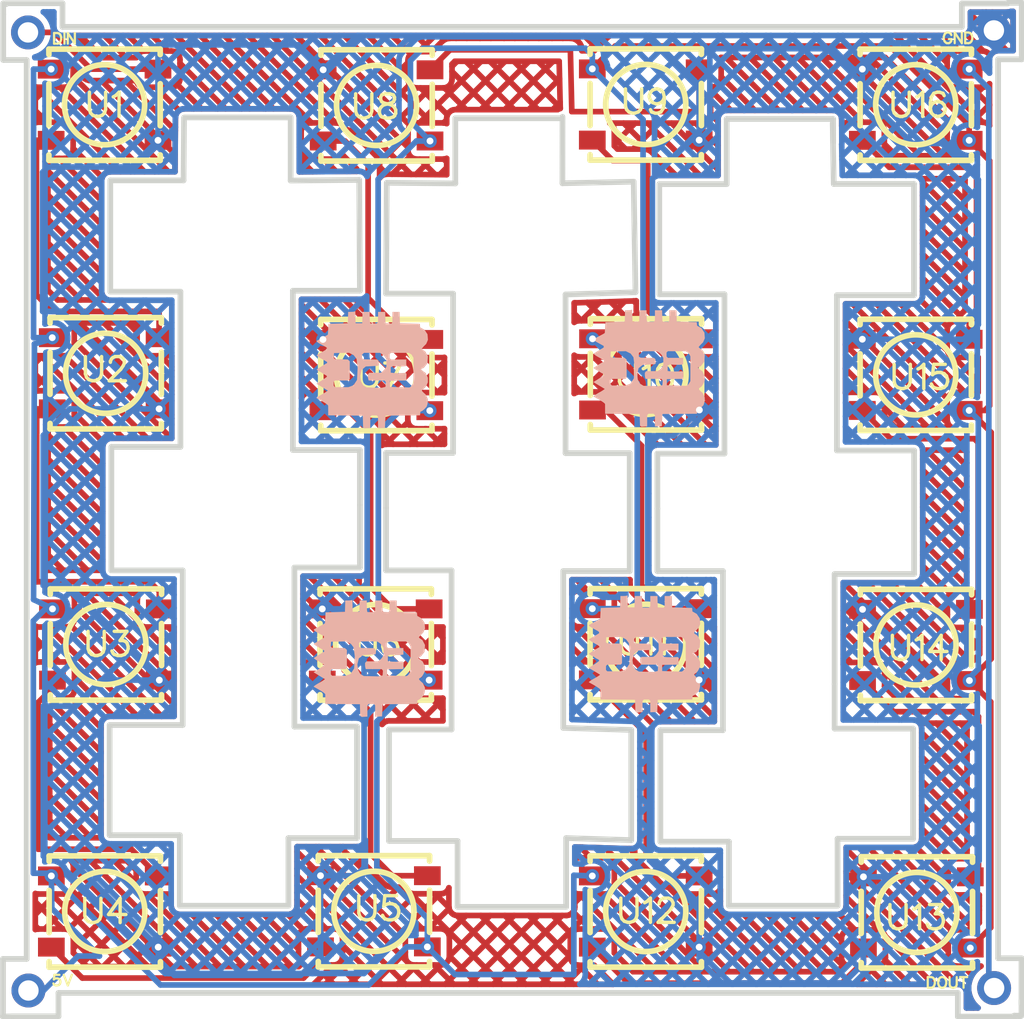
<source format=kicad_pcb>
(kicad_pcb (version 4) (generator gerbview)

  (layers 
    (0 F.Cu signal)
    (31 B.Cu signal)
    (32 B.Adhes user)
    (33 F.Adhes user)
    (34 B.Paste user)
    (35 F.Paste user)
    (36 B.SilkS user)
    (37 F.SilkS user)
    (38 B.Mask user)
    (39 F.Mask user)
    (40 Dwgs.User user)
    (41 Cmts.User user)
    (42 Eco1.User user)
    (43 Eco2.User user)
    (44 Edge.Cuts user)
  )

(gr_line (start 35.4584 -38.0492) (end 35.50665 -35.3187) (layer Edge.Cuts) (width 0.254))
(gr_line (start 35.50665 -35.3187) (end 39.11091 -35.3187) (layer Edge.Cuts) (width 0.254))
(gr_line (start 39.11091 -35.3187) (end 39.11091 -30.31997) (layer Edge.Cuts) (width 0.254))
(gr_line (start 39.11091 -30.31997) (end 35.6489 -30.31997) (layer Edge.Cuts) (width 0.254))
(gr_line (start 35.6489 -30.31997) (end 35.6489 -23.34005) (layer Edge.Cuts) (width 0.254))
(gr_line (start 35.6489 -23.34005) (end 39.116 -23.34005) (layer Edge.Cuts) (width 0.254))
(gr_line (start 39.116 -23.34005) (end 39.116 -17.79015) (layer Edge.Cuts) (width 0.254))
(gr_line (start 39.116 -17.79015) (end 35.54475 -17.79015) (layer Edge.Cuts) (width 0.254))
(gr_line (start 35.54475 -17.79015) (end 35.54475 -12.8397) (layer Edge.Cuts) (width 0.254))
(gr_line (start 35.54475 -12.8397) (end 35.54475 -10.84071) (layer Edge.Cuts) (width 0.254))
(gr_line (start 35.54475 -10.84071) (end 39.07027 -10.84071) (layer Edge.Cuts) (width 0.254))
(gr_line (start 39.07027 -10.84071) (end 39.07027 -5.89026) (layer Edge.Cuts) (width 0.254))
(gr_line (start 39.07027 -5.89026) (end 35.67684 -5.89026) (layer Edge.Cuts) (width 0.254))
(gr_line (start 35.67684 -5.89026) (end 35.67684 -2.88036) (layer Edge.Cuts) (width 0.254))
(gr_line (start 35.67684 -2.88036) (end 30.7975 -2.88036) (layer Edge.Cuts) (width 0.254))
(gr_line (start 30.7975 -2.88036) (end 30.7975 -5.76071) (layer Edge.Cuts) (width 0.254))
(gr_line (start 30.7975 -5.76071) (end 27.71902 -5.76071) (layer Edge.Cuts) (width 0.254))
(gr_line (start 27.71902 -5.76071) (end 27.71902 -10.7696) (layer Edge.Cuts) (width 0.254))
(gr_line (start 27.71902 -10.7696) (end 30.52825 -10.7696) (layer Edge.Cuts) (width 0.254))
(gr_line (start 30.52825 -10.7696) (end 30.52825 -17.9197) (layer Edge.Cuts) (width 0.254))
(gr_line (start 30.52825 -17.9197) (end 27.5844 -17.9197) (layer Edge.Cuts) (width 0.254))
(gr_line (start 27.5844 -17.9197) (end 27.5844 -20.72894) (layer Edge.Cuts) (width 0.254))
(gr_line (start 27.5844 -20.72894) (end 27.5844 -23.20036) (layer Edge.Cuts) (width 0.254))
(gr_line (start 27.5844 -23.20036) (end 30.59684 -23.20036) (layer Edge.Cuts) (width 0.254))
(gr_line (start 30.59684 -23.20036) (end 30.59684 -30.36062) (layer Edge.Cuts) (width 0.254))
(gr_line (start 30.59684 -30.36062) (end 27.67075 -30.36062) (layer Edge.Cuts) (width 0.254))
(gr_line (start 27.67075 -30.36062) (end 27.67075 -35.31107) (layer Edge.Cuts) (width 0.254))
(gr_line (start 27.67075 -35.31107) (end 30.6959 -35.31107) (layer Edge.Cuts) (width 0.254))
(gr_line (start 30.6959 -35.31107) (end 30.6959 -38.2397) (layer Edge.Cuts) (width 0.254))
(gr_line (start 30.6959 -38.2397) (end 35.47618 -38.2397) (layer Edge.Cuts) (width 0.254))
(gr_line (start 35.47618 -38.2397) (end 35.48125 -37.1602) (layer Edge.Cuts) (width 0.254))
(gr_line (start 6.32079 -38.29095) (end 6.29793 -35.47917) (layer Edge.Cuts) (width 0.254))
(gr_line (start 6.29793 -35.47917) (end 3.00862 -35.47917) (layer Edge.Cuts) (width 0.254))
(gr_line (start 3.00862 -35.47917) (end 3.00862 -30.48045) (layer Edge.Cuts) (width 0.254))
(gr_line (start 3.00862 -30.48045) (end 6.15822 -30.48045) (layer Edge.Cuts) (width 0.254))
(gr_line (start 6.15822 -30.48045) (end 6.15822 -23.50053) (layer Edge.Cuts) (width 0.254))
(gr_line (start 6.15822 -23.50053) (end 3.05688 -23.50053) (layer Edge.Cuts) (width 0.254))
(gr_line (start 3.05688 -23.50053) (end 3.05688 -17.95063) (layer Edge.Cuts) (width 0.254))
(gr_line (start 3.05688 -17.95063) (end 6.25982 -17.95063) (layer Edge.Cuts) (width 0.254))
(gr_line (start 6.25982 -17.95063) (end 6.25982 -13.00017) (layer Edge.Cuts) (width 0.254))
(gr_line (start 6.25982 -13.00017) (end 6.25982 -11.00119) (layer Edge.Cuts) (width 0.254))
(gr_line (start 6.25982 -11.00119) (end 2.97814 -11.00119) (layer Edge.Cuts) (width 0.254))
(gr_line (start 2.97814 -11.00119) (end 2.97814 -6.05073) (layer Edge.Cuts) (width 0.254))
(gr_line (start 2.97814 -6.05073) (end 6.13029 -6.05073) (layer Edge.Cuts) (width 0.254))
(gr_line (start 6.13029 -6.05073) (end 6.13029 -2.88081) (layer Edge.Cuts) (width 0.254))
(gr_line (start 6.13029 -2.88081) (end 11.00962 -2.88081) (layer Edge.Cuts) (width 0.254))
(gr_line (start 11.00962 -2.88081) (end 11.00962 -5.92119) (layer Edge.Cuts) (width 0.254))
(gr_line (start 11.00962 -5.92119) (end 14.08811 -5.92119) (layer Edge.Cuts) (width 0.254))
(gr_line (start 14.08811 -5.92119) (end 14.08811 -10.93007) (layer Edge.Cuts) (width 0.254))
(gr_line (start 14.08811 -10.93007) (end 11.27887 -10.93007) (layer Edge.Cuts) (width 0.254))
(gr_line (start 11.27887 -10.93007) (end 11.27887 -18.08017) (layer Edge.Cuts) (width 0.254))
(gr_line (start 11.27887 -18.08017) (end 14.22019 -18.08017) (layer Edge.Cuts) (width 0.254))
(gr_line (start 14.22019 -18.08017) (end 14.22019 -20.88941) (layer Edge.Cuts) (width 0.254))
(gr_line (start 14.22019 -20.88941) (end 14.22019 -23.36083) (layer Edge.Cuts) (width 0.254))
(gr_line (start 14.22019 -23.36083) (end 11.21029 -23.36083) (layer Edge.Cuts) (width 0.254))
(gr_line (start 11.21029 -23.36083) (end 11.21029 -30.52109) (layer Edge.Cuts) (width 0.254))
(gr_line (start 11.21029 -30.52109) (end 14.22019 -30.52109) (layer Edge.Cuts) (width 0.254))
(gr_line (start 14.22019 -30.52109) (end 14.1897 -35.49949) (layer Edge.Cuts) (width 0.254))
(gr_line (start 14.1897 -35.49949) (end 11.10869 -35.47155) (layer Edge.Cuts) (width 0.254))
(gr_line (start 11.10869 -35.47155) (end 11.10869 -38.30873) (layer Edge.Cuts) (width 0.254))
(gr_line (start 11.10869 -38.30873) (end 6.3284 -38.30873) (layer Edge.Cuts) (width 0.254))
(gr_line (start 23.321 -38.33921) (end 23.31847 -35.34963) (layer Edge.Cuts) (width 0.254))
(gr_line (start 23.31847 -35.34963) (end 26.51886 -35.42075) (layer Edge.Cuts) (width 0.254))
(gr_line (start 26.51886 -35.42075) (end 26.60015 -30.45251) (layer Edge.Cuts) (width 0.254))
(gr_line (start 26.60015 -30.45251) (end 23.45816 -30.35091) (layer Edge.Cuts) (width 0.254))
(gr_line (start 23.45816 -30.35091) (end 23.45816 -23.22113) (layer Edge.Cuts) (width 0.254))
(gr_line (start 23.45816 -23.22113) (end 26.33852 -23.22113) (layer Edge.Cuts) (width 0.254))
(gr_line (start 26.33852 -23.22113) (end 26.33852 -17.92015) (layer Edge.Cuts) (width 0.254))
(gr_line (start 26.33852 -17.92015) (end 23.35656 -17.92015) (layer Edge.Cuts) (width 0.254))
(gr_line (start 23.35656 -17.92015) (end 23.35656 -12.87063) (layer Edge.Cuts) (width 0.254))
(gr_line (start 23.35656 -12.87063) (end 23.35656 -10.87165) (layer Edge.Cuts) (width 0.254))
(gr_line (start 23.35656 -10.87165) (end 26.40965 -10.78021) (layer Edge.Cuts) (width 0.254))
(gr_line (start 26.40965 -10.78021) (end 26.40965 -5.82975) (layer Edge.Cuts) (width 0.254))
(gr_line (start 26.40965 -5.82975) (end 23.48611 -5.92119) (layer Edge.Cuts) (width 0.254))
(gr_line (start 23.48611 -5.92119) (end 23.48611 -2.83001) (layer Edge.Cuts) (width 0.254))
(gr_line (start 23.48611 -2.83001) (end 18.60677 -2.83001) (layer Edge.Cuts) (width 0.254))
(gr_line (start 18.60677 -2.83001) (end 18.60677 -5.79165) (layer Edge.Cuts) (width 0.254))
(gr_line (start 18.60677 -5.79165) (end 15.52829 -5.79165) (layer Edge.Cuts) (width 0.254))
(gr_line (start 15.52829 -5.79165) (end 15.52829 -10.80053) (layer Edge.Cuts) (width 0.254))
(gr_line (start 15.52829 -10.80053) (end 18.33753 -10.80053) (layer Edge.Cuts) (width 0.254))
(gr_line (start 18.33753 -10.80053) (end 18.33753 -17.95063) (layer Edge.Cuts) (width 0.254))
(gr_line (start 18.33753 -17.95063) (end 15.3962 -17.95063) (layer Edge.Cuts) (width 0.254))
(gr_line (start 15.3962 -17.95063) (end 15.3962 -20.75987) (layer Edge.Cuts) (width 0.254))
(gr_line (start 15.3962 -20.75987) (end 15.3962 -23.23129) (layer Edge.Cuts) (width 0.254))
(gr_line (start 15.3962 -23.23129) (end 18.40611 -23.23129) (layer Edge.Cuts) (width 0.254))
(gr_line (start 18.40611 -23.23129) (end 18.40611 -30.39155) (layer Edge.Cuts) (width 0.254))
(gr_line (start 18.40611 -30.39155) (end 15.3962 -30.39155) (layer Edge.Cuts) (width 0.254))
(gr_line (start 15.3962 -30.39155) (end 15.42669 -35.36995) (layer Edge.Cuts) (width 0.254))
(gr_line (start 15.42669 -35.36995) (end 18.5077 -35.34201) (layer Edge.Cuts) (width 0.254))
(gr_line (start 18.5077 -35.34201) (end 18.5077 -38.27063) (layer Edge.Cuts) (width 0.254))
(gr_line (start 18.5077 -38.27063) (end 23.28799 -38.27063) (layer Edge.Cuts) (width 0.254))
(gr_line (start 23.28799 -38.27063) (end 23.31084 -38.27063) (layer Edge.Cuts) (width 0.254))
(gr_line (start 43.3203 -43.42937) (end 41.26026 -43.42937) (layer Edge.Cuts) (width 0.254))
(gr_line (start 41.26026 -43.42937) (end 41.26026 -42.37939) (layer Edge.Cuts) (width 0.254))
(gr_line (start 41.26026 -42.37939) (end 0.86067 -42.37939) (layer Edge.Cuts) (width 0.254))
(gr_line (start 0.86067 -42.37939) (end 0.86067 -43.43935) (layer Edge.Cuts) (width 0.254))
(gr_line (start 0.86067 -43.43935) (end -1.67932 -43.43935) (layer Edge.Cuts) (width 0.254))
(gr_line (start -1.67932 -43.43935) (end -1.66926 -43.39943) (layer Edge.Cuts) (width 0.254))
(gr_line (start -1.79992 -42.94977) (end -1.79992 -40.8898) (layer Edge.Cuts) (width 0.254))
(gr_line (start -1.79992 -40.8898) (end -0.74993 -40.8898) (layer Edge.Cuts) (width 0.254))
(gr_line (start -0.74993 -40.8898) (end -0.74993 -0.48991) (layer Edge.Cuts) (width 0.254))
(gr_line (start -0.74993 -0.48991) (end -1.8099 -0.48991) (layer Edge.Cuts) (width 0.254))
(gr_line (start -1.8099 -0.48991) (end -1.8099 2.05008) (layer Edge.Cuts) (width 0.254))
(gr_line (start -1.8099 2.05008) (end -1.81996 2.10012) (layer Edge.Cuts) (width 0.254))
(gr_line (start -1.81996 2.10012) (end -1.37947 2.09052) (layer Edge.Cuts) (width 0.254))
(gr_line (start -1.37947 2.09052) (end 0.68041 2.09052) (layer Edge.Cuts) (width 0.254))
(gr_line (start 0.68041 2.09052) (end 0.68041 1.03898) (layer Edge.Cuts) (width 0.254))
(gr_line (start 0.68041 1.03898) (end 41.07919 1.03898) (layer Edge.Cuts) (width 0.254))
(gr_line (start 41.07919 1.03898) (end 41.07919 2.10068) (layer Edge.Cuts) (width 0.254))
(gr_line (start 41.07919 2.10068) (end 43.61919 2.10068) (layer Edge.Cuts) (width 0.254))
(gr_line (start 43.61919 2.10068) (end 43.88076 2.10068) (layer Edge.Cuts) (width 0.254))
(gr_line (start 43.88076 2.10068) (end 43.88076 2.06006) (layer Edge.Cuts) (width 0.254))
(gr_line (start 43.88076 2.06006) (end 43.60903 2.06006) (layer Edge.Cuts) (width 0.254))
(gr_line (start 43.62018 2.10012) (end 43.62018 2.06024) (layer Edge.Cuts) (width 0.254))
(gr_line (start 43.94029 1.37322) (end 43.94029 2.06024) (layer Edge.Cuts) (width 0.254))
(gr_line (start -1.79992 -42.94977) (end -1.79992 -43.43935) (layer Edge.Cuts) (width 0.254))
(gr_line (start 43.95033 -43.4597) (end 43.3203 -43.4597) (layer Edge.Cuts) (width 0.254))
(gr_line (start 43.94029 1.54023) (end 43.94029 -0.51981) (layer Edge.Cuts) (width 0.254))
(gr_line (start 43.94029 -0.51981) (end 42.89031 -0.51981) (layer Edge.Cuts) (width 0.254))
(gr_line (start 42.89031 -0.51981) (end 42.89031 -40.9197) (layer Edge.Cuts) (width 0.254))
(gr_line (start 42.89031 -40.9197) (end 43.95033 -40.9197) (layer Edge.Cuts) (width 0.254))
(gr_line (start 43.95033 -40.9197) (end 43.95033 -43.4597) (layer Edge.Cuts) (width 0.254))
(gr_line (start 43.95033 -43.4597) (end 43.91027 -43.44972) (layer Edge.Cuts) (width 0.254))
(gr_poly (pts  (xy 4.55002 -37.70482) (xy 5.75002 -37.70482) (xy 5.75002 -36.85484)
 (xy 4.55002 -36.85484))(layer F.Paste) (width 0) )
(gr_poly (pts  (xy 4.55002 -40.90482) (xy 5.75002 -40.90482) (xy 5.75002 -40.05483)
 (xy 4.55002 -40.05483))(layer F.Paste) (width 0) )
(gr_poly (pts  (xy -0.24996 -37.70482) (xy 0.95003 -37.70482) (xy 0.95003 -36.85484)
 (xy -0.24996 -36.85484))(layer F.Paste) (width 0) )
(gr_poly (pts  (xy -0.24996 -40.90482) (xy 0.95003 -40.90482) (xy 0.95003 -40.05483)
 (xy -0.24996 -40.05483))(layer F.Paste) (width 0) )
(gr_poly (pts  (xy 4.60001 -25.63484) (xy 5.80001 -25.63484) (xy 5.80001 -24.78486)
 (xy 4.60001 -24.78486))(layer F.Paste) (width 0) )
(gr_poly (pts  (xy 4.60001 -28.83484) (xy 5.80001 -28.83484) (xy 5.80001 -27.98485)
 (xy 4.60001 -27.98485))(layer F.Paste) (width 0) )
(gr_poly (pts  (xy -0.19997 -25.63484) (xy 1.00002 -25.63484) (xy 1.00002 -24.78486)
 (xy -0.19997 -24.78486))(layer F.Paste) (width 0) )
(gr_poly (pts  (xy -0.19997 -28.83484) (xy 1.00002 -28.83484) (xy 1.00002 -27.98485)
 (xy -0.19997 -27.98485))(layer F.Paste) (width 0) )
(gr_poly (pts  (xy 4.61002 -13.44488) (xy 5.81002 -13.44488) (xy 5.81002 -12.59489)
 (xy 4.61002 -12.59489))(layer F.Paste) (width 0) )
(gr_poly (pts  (xy 4.61002 -16.64487) (xy 5.81002 -16.64487) (xy 5.81002 -15.79488)
 (xy 4.61002 -15.79488))(layer F.Paste) (width 0) )
(gr_poly (pts  (xy -0.18996 -13.44488) (xy 1.01003 -13.44488) (xy 1.01003 -12.59489)
 (xy -0.18996 -12.59489))(layer F.Paste) (width 0) )
(gr_poly (pts  (xy -0.18996 -16.64487) (xy 1.01003 -16.64487) (xy 1.01003 -15.79488)
 (xy -0.18996 -15.79488))(layer F.Paste) (width 0) )
(gr_poly (pts  (xy 4.56003 -1.44487) (xy 5.76003 -1.44487) (xy 5.76003 -0.59489)
 (xy 4.56003 -0.59489))(layer F.Paste) (width 0) )
(gr_poly (pts  (xy 4.56003 -4.64487) (xy 5.76003 -4.64487) (xy 5.76003 -3.79488)
 (xy 4.56003 -3.79488))(layer F.Paste) (width 0) )
(gr_poly (pts  (xy -0.23995 -1.44487) (xy 0.96004 -1.44487) (xy 0.96004 -0.59489)
 (xy -0.23995 -0.59489))(layer F.Paste) (width 0) )
(gr_poly (pts  (xy -0.23995 -4.64487) (xy 0.96004 -4.64487) (xy 0.96004 -3.79488)
 (xy -0.23995 -3.79488))(layer F.Paste) (width 0) )
(gr_poly (pts  (xy 13.05006 -4.65486) (xy 11.85006 -4.65486) (xy 11.85006 -3.80486)
 (xy 13.05006 -3.80486))(layer F.Paste) (width 0) )
(gr_poly (pts  (xy 13.05006 -1.45496) (xy 11.85006 -1.45496) (xy 11.85006 -0.60496)
 (xy 13.05006 -0.60496))(layer F.Paste) (width 0) )
(gr_poly (pts  (xy 17.85015 -4.65486) (xy 16.65015 -4.65486) (xy 16.65015 -3.80486)
 (xy 17.85015 -3.80486))(layer F.Paste) (width 0) )
(gr_poly (pts  (xy 17.85015 -1.45496) (xy 16.65015 -1.45496) (xy 16.65015 -0.60496)
 (xy 17.85015 -0.60496))(layer F.Paste) (width 0) )
(gr_poly (pts  (xy 13.13007 -16.64493) (xy 11.93007 -16.64493) (xy 11.93007 -15.79493)
 (xy 13.13007 -15.79493))(layer F.Paste) (width 0) )
(gr_poly (pts  (xy 13.13007 -13.44478) (xy 11.93007 -13.44478) (xy 11.93007 -12.59478)
 (xy 13.13007 -12.59478))(layer F.Paste) (width 0) )
(gr_poly (pts  (xy 17.93016 -16.64493) (xy 16.73016 -16.64493) (xy 16.73016 -15.79493)
 (xy 17.93016 -15.79493))(layer F.Paste) (width 0) )
(gr_poly (pts  (xy 17.93016 -13.44478) (xy 16.73016 -13.44478) (xy 16.73016 -12.59478)
 (xy 17.93016 -12.59478))(layer F.Paste) (width 0) )
(gr_poly (pts  (xy 13.16004 -28.75488) (xy 11.96004 -28.75488) (xy 11.96004 -27.90488)
 (xy 13.16004 -27.90488))(layer F.Paste) (width 0) )
(gr_poly (pts  (xy 13.16004 -25.55474) (xy 11.96004 -25.55474) (xy 11.96004 -24.70474)
 (xy 13.16004 -24.70474))(layer F.Paste) (width 0) )
(gr_poly (pts  (xy 17.96013 -28.75488) (xy 16.76013 -28.75488) (xy 16.76013 -27.90488)
 (xy 17.96013 -27.90488))(layer F.Paste) (width 0) )
(gr_poly (pts  (xy 17.96013 -25.55474) (xy 16.76013 -25.55474) (xy 16.76013 -24.70474)
 (xy 17.96013 -24.70474))(layer F.Paste) (width 0) )
(gr_poly (pts  (xy 13.16995 -40.87475) (xy 11.96995 -40.87475) (xy 11.96995 -40.02475)
 (xy 13.16995 -40.02475))(layer F.Paste) (width 0) )
(gr_poly (pts  (xy 13.16995 -37.67486) (xy 11.96995 -37.67486) (xy 11.96995 -36.82486)
 (xy 13.16995 -36.82486))(layer F.Paste) (width 0) )
(gr_poly (pts  (xy 17.97004 -40.87475) (xy 16.77004 -40.87475) (xy 16.77004 -40.02475)
 (xy 17.97004 -40.02475))(layer F.Paste) (width 0) )
(gr_poly (pts  (xy 17.97004 -37.67486) (xy 16.77004 -37.67486) (xy 16.77004 -36.82486)
 (xy 17.97004 -36.82486))(layer F.Paste) (width 0) )
(gr_poly (pts  (xy 28.85998 -37.7148) (xy 30.05998 -37.7148) (xy 30.05998 -36.86482)
 (xy 28.85998 -36.86482))(layer F.Paste) (width 0) )
(gr_poly (pts  (xy 28.85998 -40.9148) (xy 30.05998 -40.9148) (xy 30.05998 -40.06481)
 (xy 28.85998 -40.06481))(layer F.Paste) (width 0) )
(gr_poly (pts  (xy 24.05999 -37.7148) (xy 25.25999 -37.7148) (xy 25.25999 -36.86482)
 (xy 24.05999 -36.86482))(layer F.Paste) (width 0) )
(gr_poly (pts  (xy 24.05999 -40.9148) (xy 25.25999 -40.9148) (xy 25.25999 -40.06481)
 (xy 24.05999 -40.06481))(layer F.Paste) (width 0) )
(gr_poly (pts  (xy 28.86997 -25.58483) (xy 30.06996 -25.58483) (xy 30.06996 -24.73485)
 (xy 28.86997 -24.73485))(layer F.Paste) (width 0) )
(gr_poly (pts  (xy 28.86997 -28.78482) (xy 30.06996 -28.78482) (xy 30.06996 -27.93484)
 (xy 28.86997 -27.93484))(layer F.Paste) (width 0) )
(gr_poly (pts  (xy 24.06997 -25.58483) (xy 25.26997 -25.58483) (xy 25.26997 -24.73485)
 (xy 24.06997 -24.73485))(layer F.Paste) (width 0) )
(gr_poly (pts  (xy 24.06997 -28.78482) (xy 25.26997 -28.78482) (xy 25.26997 -27.93484)
 (xy 24.06997 -27.93484))(layer F.Paste) (width 0) )
(gr_poly (pts  (xy 28.85998 -13.45486) (xy 30.05998 -13.45486) (xy 30.05998 -12.60487)
 (xy 28.85998 -12.60487))(layer F.Paste) (width 0) )
(gr_poly (pts  (xy 28.85998 -16.65485) (xy 30.05998 -16.65485) (xy 30.05998 -15.80487)
 (xy 28.85998 -15.80487))(layer F.Paste) (width 0) )
(gr_poly (pts  (xy 24.05999 -13.45486) (xy 25.25999 -13.45486) (xy 25.25999 -12.60487)
 (xy 24.05999 -12.60487))(layer F.Paste) (width 0) )
(gr_poly (pts  (xy 24.05999 -16.65485) (xy 25.25999 -16.65485) (xy 25.25999 -15.80487)
 (xy 24.05999 -15.80487))(layer F.Paste) (width 0) )
(gr_poly (pts  (xy 28.85998 -1.44487) (xy 30.05998 -1.44487) (xy 30.05998 -0.59489)
 (xy 28.85998 -0.59489))(layer F.Paste) (width 0) )
(gr_poly (pts  (xy 28.85998 -4.64487) (xy 30.05998 -4.64487) (xy 30.05998 -3.79488)
 (xy 28.85998 -3.79488))(layer F.Paste) (width 0) )
(gr_poly (pts  (xy 24.05999 -1.44487) (xy 25.25999 -1.44487) (xy 25.25999 -0.59489)
 (xy 24.05999 -0.59489))(layer F.Paste) (width 0) )
(gr_poly (pts  (xy 24.05999 -4.64487) (xy 25.25999 -4.64487) (xy 25.25999 -3.79488)
 (xy 24.05999 -3.79488))(layer F.Paste) (width 0) )
(gr_poly (pts  (xy 37.4399 -4.60482) (xy 36.2399 -4.60482) (xy 36.2399 -3.75482)
 (xy 37.4399 -3.75482))(layer F.Paste) (width 0) )
(gr_poly (pts  (xy 37.4399 -1.40493) (xy 36.2399 -1.40493) (xy 36.2399 -0.55493)
 (xy 37.4399 -0.55493))(layer F.Paste) (width 0) )
(gr_poly (pts  (xy 42.23999 -4.60482) (xy 41.03999 -4.60482) (xy 41.03999 -3.75482)
 (xy 42.23999 -3.75482))(layer F.Paste) (width 0) )
(gr_poly (pts  (xy 42.23999 -1.40493) (xy 41.03999 -1.40493) (xy 41.03999 -0.55493)
 (xy 42.23999 -0.55493))(layer F.Paste) (width 0) )
(gr_poly (pts  (xy 37.40002 -16.62486) (xy 36.20002 -16.62486) (xy 36.20002 -15.77486)
 (xy 37.40002 -15.77486))(layer F.Paste) (width 0) )
(gr_poly (pts  (xy 37.40002 -13.42497) (xy 36.20002 -13.42497) (xy 36.20002 -12.57497)
 (xy 37.40002 -12.57497))(layer F.Paste) (width 0) )
(gr_poly (pts  (xy 42.20011 -16.62486) (xy 41.00011 -16.62486) (xy 41.00011 -15.77486)
 (xy 42.20011 -15.77486))(layer F.Paste) (width 0) )
(gr_poly (pts  (xy 42.20011 -13.42497) (xy 41.00011 -13.42497) (xy 41.00011 -12.57497)
 (xy 42.20011 -12.57497))(layer F.Paste) (width 0) )
(gr_poly (pts  (xy 37.39012 -28.76479) (xy 36.19012 -28.76479) (xy 36.19012 -27.91479)
 (xy 37.39012 -27.91479))(layer F.Paste) (width 0) )
(gr_poly (pts  (xy 37.39012 -25.5649) (xy 36.19012 -25.5649) (xy 36.19012 -24.7149)
 (xy 37.39012 -24.7149))(layer F.Paste) (width 0) )
(gr_poly (pts  (xy 42.18995 -28.76479) (xy 40.98995 -28.76479) (xy 40.98995 -27.91479)
 (xy 42.18995 -27.91479))(layer F.Paste) (width 0) )
(gr_poly (pts  (xy 42.18995 -25.5649) (xy 40.98995 -25.5649) (xy 40.98995 -24.7149)
 (xy 42.18995 -24.7149))(layer F.Paste) (width 0) )
(gr_poly (pts  (xy 37.39012 -40.90472) (xy 36.19012 -40.90472) (xy 36.19012 -40.05472)
 (xy 37.39012 -40.05472))(layer F.Paste) (width 0) )
(gr_poly (pts  (xy 37.39012 -37.70483) (xy 36.19012 -37.70483) (xy 36.19012 -36.85483)
 (xy 37.39012 -36.85483))(layer F.Paste) (width 0) )
(gr_poly (pts  (xy 42.18995 -40.90472) (xy 40.98995 -40.90472) (xy 40.98995 -40.05472)
 (xy 42.18995 -40.05472))(layer F.Paste) (width 0) )
(gr_poly (pts  (xy 42.18995 -37.70483) (xy 40.98995 -37.70483) (xy 40.98995 -36.85483)
 (xy 42.18995 -36.85483))(layer F.Paste) (width 0) )
(gr_line (start 2.07007 -39.44287) (end 2.07007 -38.66309) (layer F.SilkS) (width 0.1524))
(gr_line (start 2.07007 -38.66309) (end 2.12087 -38.50815) (layer F.SilkS) (width 0.1524))
(gr_line (start 2.12087 -38.50815) (end 2.22501 -38.40401) (layer F.SilkS) (width 0.1524))
(gr_line (start 2.22501 -38.40401) (end 2.38249 -38.35321) (layer F.SilkS) (width 0.1524))
(gr_line (start 2.38249 -38.35321) (end 2.48663 -38.35321) (layer F.SilkS) (width 0.1524))
(gr_line (start 2.48663 -38.35321) (end 2.64157 -38.40401) (layer F.SilkS) (width 0.1524))
(gr_line (start 2.64157 -38.40401) (end 2.74571 -38.50815) (layer F.SilkS) (width 0.1524))
(gr_line (start 2.74571 -38.50815) (end 2.79651 -38.66309) (layer F.SilkS) (width 0.1524))
(gr_line (start 2.79651 -38.66309) (end 2.79651 -39.44287) (layer F.SilkS) (width 0.1524))
(gr_line (start 3.13941 -39.23459) (end 3.24355 -39.28793) (layer F.SilkS) (width 0.1524))
(gr_line (start 3.24355 -39.28793) (end 3.40103 -39.44287) (layer F.SilkS) (width 0.1524))
(gr_line (start 3.40103 -39.44287) (end 3.40103 -38.35321) (layer F.SilkS) (width 0.1524))
(gr_line (start 1.89003 -27.56301) (end 1.89003 -26.78323) (layer F.SilkS) (width 0.1524))
(gr_line (start 1.89003 -26.78323) (end 1.94083 -26.62829) (layer F.SilkS) (width 0.1524))
(gr_line (start 1.94083 -26.62829) (end 2.04497 -26.52415) (layer F.SilkS) (width 0.1524))
(gr_line (start 2.04497 -26.52415) (end 2.20245 -26.47335) (layer F.SilkS) (width 0.1524))
(gr_line (start 2.20245 -26.47335) (end 2.30659 -26.47335) (layer F.SilkS) (width 0.1524))
(gr_line (start 2.30659 -26.47335) (end 2.46153 -26.52415) (layer F.SilkS) (width 0.1524))
(gr_line (start 2.46153 -26.52415) (end 2.56567 -26.62829) (layer F.SilkS) (width 0.1524))
(gr_line (start 2.56567 -26.62829) (end 2.61647 -26.78323) (layer F.SilkS) (width 0.1524))
(gr_line (start 2.61647 -26.78323) (end 2.61647 -27.56301) (layer F.SilkS) (width 0.1524))
(gr_line (start 3.01271 -27.30393) (end 3.01271 -27.35473) (layer F.SilkS) (width 0.1524))
(gr_line (start 3.01271 -27.35473) (end 3.06351 -27.45887) (layer F.SilkS) (width 0.1524))
(gr_line (start 3.06351 -27.45887) (end 3.11685 -27.51221) (layer F.SilkS) (width 0.1524))
(gr_line (start 3.11685 -27.51221) (end 3.22099 -27.56301) (layer F.SilkS) (width 0.1524))
(gr_line (start 3.22099 -27.56301) (end 3.42673 -27.56301) (layer F.SilkS) (width 0.1524))
(gr_line (start 3.42673 -27.56301) (end 3.53087 -27.51221) (layer F.SilkS) (width 0.1524))
(gr_line (start 3.53087 -27.51221) (end 3.58421 -27.45887) (layer F.SilkS) (width 0.1524))
(gr_line (start 3.58421 -27.45887) (end 3.63501 -27.35473) (layer F.SilkS) (width 0.1524))
(gr_line (start 3.63501 -27.35473) (end 3.63501 -27.25059) (layer F.SilkS) (width 0.1524))
(gr_line (start 3.63501 -27.25059) (end 3.58421 -27.14645) (layer F.SilkS) (width 0.1524))
(gr_line (start 3.58421 -27.14645) (end 3.48007 -26.99151) (layer F.SilkS) (width 0.1524))
(gr_line (start 3.48007 -26.99151) (end 2.95937 -26.47335) (layer F.SilkS) (width 0.1524))
(gr_line (start 2.95937 -26.47335) (end 3.68835 -26.47335) (layer F.SilkS) (width 0.1524))
(gr_line (start 2.01013 -15.21302) (end 2.01013 -14.43324) (layer F.SilkS) (width 0.1524))
(gr_line (start 2.01013 -14.43324) (end 2.06093 -14.2783) (layer F.SilkS) (width 0.1524))
(gr_line (start 2.06093 -14.2783) (end 2.16507 -14.17416) (layer F.SilkS) (width 0.1524))
(gr_line (start 2.16507 -14.17416) (end 2.32255 -14.12336) (layer F.SilkS) (width 0.1524))
(gr_line (start 2.32255 -14.12336) (end 2.42669 -14.12336) (layer F.SilkS) (width 0.1524))
(gr_line (start 2.42669 -14.12336) (end 2.58163 -14.17416) (layer F.SilkS) (width 0.1524))
(gr_line (start 2.58163 -14.17416) (end 2.68577 -14.2783) (layer F.SilkS) (width 0.1524))
(gr_line (start 2.68577 -14.2783) (end 2.73657 -14.43324) (layer F.SilkS) (width 0.1524))
(gr_line (start 2.73657 -14.43324) (end 2.73657 -15.21302) (layer F.SilkS) (width 0.1524))
(gr_line (start 3.18361 -15.21302) (end 3.75511 -15.21302) (layer F.SilkS) (width 0.1524))
(gr_line (start 3.75511 -15.21302) (end 3.44523 -14.79646) (layer F.SilkS) (width 0.1524))
(gr_line (start 3.44523 -14.79646) (end 3.60017 -14.79646) (layer F.SilkS) (width 0.1524))
(gr_line (start 3.60017 -14.79646) (end 3.70431 -14.74566) (layer F.SilkS) (width 0.1524))
(gr_line (start 3.70431 -14.74566) (end 3.75511 -14.69486) (layer F.SilkS) (width 0.1524))
(gr_line (start 3.75511 -14.69486) (end 3.80845 -14.53738) (layer F.SilkS) (width 0.1524))
(gr_line (start 3.80845 -14.53738) (end 3.80845 -14.43324) (layer F.SilkS) (width 0.1524))
(gr_line (start 3.80845 -14.43324) (end 3.75511 -14.2783) (layer F.SilkS) (width 0.1524))
(gr_line (start 3.75511 -14.2783) (end 3.65097 -14.17416) (layer F.SilkS) (width 0.1524))
(gr_line (start 3.65097 -14.17416) (end 3.49603 -14.12336) (layer F.SilkS) (width 0.1524))
(gr_line (start 3.49603 -14.12336) (end 3.34109 -14.12336) (layer F.SilkS) (width 0.1524))
(gr_line (start 3.34109 -14.12336) (end 3.18361 -14.17416) (layer F.SilkS) (width 0.1524))
(gr_line (start 3.18361 -14.17416) (end 3.13281 -14.22496) (layer F.SilkS) (width 0.1524))
(gr_line (start 3.13281 -14.22496) (end 3.07947 -14.3291) (layer F.SilkS) (width 0.1524))
(gr_line (start 1.85994 -3.21302) (end 1.85994 -2.43324) (layer F.SilkS) (width 0.1524))
(gr_line (start 1.85994 -2.43324) (end 1.91074 -2.2783) (layer F.SilkS) (width 0.1524))
(gr_line (start 1.91074 -2.2783) (end 2.01488 -2.17416) (layer F.SilkS) (width 0.1524))
(gr_line (start 2.01488 -2.17416) (end 2.17236 -2.12336) (layer F.SilkS) (width 0.1524))
(gr_line (start 2.17236 -2.12336) (end 2.2765 -2.12336) (layer F.SilkS) (width 0.1524))
(gr_line (start 2.2765 -2.12336) (end 2.43144 -2.17416) (layer F.SilkS) (width 0.1524))
(gr_line (start 2.43144 -2.17416) (end 2.53558 -2.2783) (layer F.SilkS) (width 0.1524))
(gr_line (start 2.53558 -2.2783) (end 2.58638 -2.43324) (layer F.SilkS) (width 0.1524))
(gr_line (start 2.58638 -2.43324) (end 2.58638 -3.21302) (layer F.SilkS) (width 0.1524))
(gr_line (start 3.44998 -3.21302) (end 2.92928 -2.48658) (layer F.SilkS) (width 0.1524))
(gr_line (start 2.92928 -2.48658) (end 3.70906 -2.48658) (layer F.SilkS) (width 0.1524))
(gr_line (start 3.44998 -3.21302) (end 3.44998 -2.12336) (layer F.SilkS) (width 0.1524))
(gr_line (start 14.17007 -3.33298) (end 14.17007 -2.5532) (layer F.SilkS) (width 0.1524))
(gr_line (start 14.17007 -2.5532) (end 14.22087 -2.39826) (layer F.SilkS) (width 0.1524))
(gr_line (start 14.22087 -2.39826) (end 14.32501 -2.29412) (layer F.SilkS) (width 0.1524))
(gr_line (start 14.32501 -2.29412) (end 14.48249 -2.24332) (layer F.SilkS) (width 0.1524))
(gr_line (start 14.48249 -2.24332) (end 14.58663 -2.24332) (layer F.SilkS) (width 0.1524))
(gr_line (start 14.58663 -2.24332) (end 14.74157 -2.29412) (layer F.SilkS) (width 0.1524))
(gr_line (start 14.74157 -2.29412) (end 14.84571 -2.39826) (layer F.SilkS) (width 0.1524))
(gr_line (start 14.84571 -2.39826) (end 14.89651 -2.5532) (layer F.SilkS) (width 0.1524))
(gr_line (start 14.89651 -2.5532) (end 14.89651 -3.33298) (layer F.SilkS) (width 0.1524))
(gr_line (start 15.86425 -3.33298) (end 15.34355 -3.33298) (layer F.SilkS) (width 0.1524))
(gr_line (start 15.34355 -3.33298) (end 15.29275 -2.86562) (layer F.SilkS) (width 0.1524))
(gr_line (start 15.29275 -2.86562) (end 15.34355 -2.91642) (layer F.SilkS) (width 0.1524))
(gr_line (start 15.34355 -2.91642) (end 15.50103 -2.96976) (layer F.SilkS) (width 0.1524))
(gr_line (start 15.50103 -2.96976) (end 15.65597 -2.96976) (layer F.SilkS) (width 0.1524))
(gr_line (start 15.65597 -2.96976) (end 15.81091 -2.91642) (layer F.SilkS) (width 0.1524))
(gr_line (start 15.81091 -2.91642) (end 15.91505 -2.81482) (layer F.SilkS) (width 0.1524))
(gr_line (start 15.91505 -2.81482) (end 15.96839 -2.65734) (layer F.SilkS) (width 0.1524))
(gr_line (start 15.96839 -2.65734) (end 15.96839 -2.5532) (layer F.SilkS) (width 0.1524))
(gr_line (start 15.96839 -2.5532) (end 15.91505 -2.39826) (layer F.SilkS) (width 0.1524))
(gr_line (start 15.91505 -2.39826) (end 15.81091 -2.29412) (layer F.SilkS) (width 0.1524))
(gr_line (start 15.81091 -2.29412) (end 15.65597 -2.24332) (layer F.SilkS) (width 0.1524))
(gr_line (start 15.65597 -2.24332) (end 15.50103 -2.24332) (layer F.SilkS) (width 0.1524))
(gr_line (start 15.50103 -2.24332) (end 15.34355 -2.29412) (layer F.SilkS) (width 0.1524))
(gr_line (start 15.34355 -2.29412) (end 15.29275 -2.34492) (layer F.SilkS) (width 0.1524))
(gr_line (start 15.29275 -2.34492) (end 15.23941 -2.44906) (layer F.SilkS) (width 0.1524))
(gr_line (start 14.18008 -15.24304) (end 14.18008 -14.46326) (layer F.SilkS) (width 0.1524))
(gr_line (start 14.18008 -14.46326) (end 14.23088 -14.30832) (layer F.SilkS) (width 0.1524))
(gr_line (start 14.23088 -14.30832) (end 14.33502 -14.20418) (layer F.SilkS) (width 0.1524))
(gr_line (start 14.33502 -14.20418) (end 14.4925 -14.15338) (layer F.SilkS) (width 0.1524))
(gr_line (start 14.4925 -14.15338) (end 14.59664 -14.15338) (layer F.SilkS) (width 0.1524))
(gr_line (start 14.59664 -14.15338) (end 14.75158 -14.20418) (layer F.SilkS) (width 0.1524))
(gr_line (start 14.75158 -14.20418) (end 14.85572 -14.30832) (layer F.SilkS) (width 0.1524))
(gr_line (start 14.85572 -14.30832) (end 14.90652 -14.46326) (layer F.SilkS) (width 0.1524))
(gr_line (start 14.90652 -14.46326) (end 14.90652 -15.24304) (layer F.SilkS) (width 0.1524))
(gr_line (start 15.87426 -15.0881) (end 15.82092 -15.19224) (layer F.SilkS) (width 0.1524))
(gr_line (start 15.82092 -15.19224) (end 15.66598 -15.24304) (layer F.SilkS) (width 0.1524))
(gr_line (start 15.66598 -15.24304) (end 15.56184 -15.24304) (layer F.SilkS) (width 0.1524))
(gr_line (start 15.56184 -15.24304) (end 15.4069 -15.19224) (layer F.SilkS) (width 0.1524))
(gr_line (start 15.4069 -15.19224) (end 15.30276 -15.03476) (layer F.SilkS) (width 0.1524))
(gr_line (start 15.30276 -15.03476) (end 15.24942 -14.77568) (layer F.SilkS) (width 0.1524))
(gr_line (start 15.24942 -14.77568) (end 15.24942 -14.5166) (layer F.SilkS) (width 0.1524))
(gr_line (start 15.24942 -14.5166) (end 15.30276 -14.30832) (layer F.SilkS) (width 0.1524))
(gr_line (start 15.30276 -14.30832) (end 15.4069 -14.20418) (layer F.SilkS) (width 0.1524))
(gr_line (start 15.4069 -14.20418) (end 15.56184 -14.15338) (layer F.SilkS) (width 0.1524))
(gr_line (start 15.56184 -14.15338) (end 15.61518 -14.15338) (layer F.SilkS) (width 0.1524))
(gr_line (start 15.61518 -14.15338) (end 15.77012 -14.20418) (layer F.SilkS) (width 0.1524))
(gr_line (start 15.77012 -14.20418) (end 15.87426 -14.30832) (layer F.SilkS) (width 0.1524))
(gr_line (start 15.87426 -14.30832) (end 15.92506 -14.46326) (layer F.SilkS) (width 0.1524))
(gr_line (start 15.92506 -14.46326) (end 15.92506 -14.5166) (layer F.SilkS) (width 0.1524))
(gr_line (start 15.92506 -14.5166) (end 15.87426 -14.67154) (layer F.SilkS) (width 0.1524))
(gr_line (start 15.87426 -14.67154) (end 15.77012 -14.77568) (layer F.SilkS) (width 0.1524))
(gr_line (start 15.77012 -14.77568) (end 15.61518 -14.82648) (layer F.SilkS) (width 0.1524))
(gr_line (start 15.61518 -14.82648) (end 15.56184 -14.82648) (layer F.SilkS) (width 0.1524))
(gr_line (start 15.56184 -14.82648) (end 15.4069 -14.77568) (layer F.SilkS) (width 0.1524))
(gr_line (start 15.4069 -14.77568) (end 15.30276 -14.67154) (layer F.SilkS) (width 0.1524))
(gr_line (start 15.30276 -14.67154) (end 15.24942 -14.5166) (layer F.SilkS) (width 0.1524))
(gr_line (start 14.27005 -27.27299) (end 14.27005 -26.49321) (layer F.SilkS) (width 0.1524))
(gr_line (start 14.27005 -26.49321) (end 14.32085 -26.33827) (layer F.SilkS) (width 0.1524))
(gr_line (start 14.32085 -26.33827) (end 14.42499 -26.23413) (layer F.SilkS) (width 0.1524))
(gr_line (start 14.42499 -26.23413) (end 14.58247 -26.18333) (layer F.SilkS) (width 0.1524))
(gr_line (start 14.58247 -26.18333) (end 14.68661 -26.18333) (layer F.SilkS) (width 0.1524))
(gr_line (start 14.68661 -26.18333) (end 14.84155 -26.23413) (layer F.SilkS) (width 0.1524))
(gr_line (start 14.84155 -26.23413) (end 14.94569 -26.33827) (layer F.SilkS) (width 0.1524))
(gr_line (start 14.94569 -26.33827) (end 14.99649 -26.49321) (layer F.SilkS) (width 0.1524))
(gr_line (start 14.99649 -26.49321) (end 14.99649 -27.27299) (layer F.SilkS) (width 0.1524))
(gr_line (start 16.06837 -27.27299) (end 15.54767 -26.18333) (layer F.SilkS) (width 0.1524))
(gr_line (start 15.33939 -27.27299) (end 16.06837 -27.27299) (layer F.SilkS) (width 0.1524))
(gr_line (start 14.02999 -39.37287) (end 14.02999 -38.59309) (layer F.SilkS) (width 0.1524))
(gr_line (start 14.02999 -38.59309) (end 14.08079 -38.43815) (layer F.SilkS) (width 0.1524))
(gr_line (start 14.08079 -38.43815) (end 14.18493 -38.33401) (layer F.SilkS) (width 0.1524))
(gr_line (start 14.18493 -38.33401) (end 14.34241 -38.28321) (layer F.SilkS) (width 0.1524))
(gr_line (start 14.34241 -38.28321) (end 14.44655 -38.28321) (layer F.SilkS) (width 0.1524))
(gr_line (start 14.44655 -38.28321) (end 14.60149 -38.33401) (layer F.SilkS) (width 0.1524))
(gr_line (start 14.60149 -38.33401) (end 14.70563 -38.43815) (layer F.SilkS) (width 0.1524))
(gr_line (start 14.70563 -38.43815) (end 14.75643 -38.59309) (layer F.SilkS) (width 0.1524))
(gr_line (start 14.75643 -38.59309) (end 14.75643 -39.37287) (layer F.SilkS) (width 0.1524))
(gr_line (start 15.36095 -39.37287) (end 15.20347 -39.32207) (layer F.SilkS) (width 0.1524))
(gr_line (start 15.20347 -39.32207) (end 15.15267 -39.21793) (layer F.SilkS) (width 0.1524))
(gr_line (start 15.15267 -39.21793) (end 15.15267 -39.11379) (layer F.SilkS) (width 0.1524))
(gr_line (start 15.15267 -39.11379) (end 15.20347 -39.00965) (layer F.SilkS) (width 0.1524))
(gr_line (start 15.20347 -39.00965) (end 15.30761 -38.95631) (layer F.SilkS) (width 0.1524))
(gr_line (start 15.30761 -38.95631) (end 15.51589 -38.90551) (layer F.SilkS) (width 0.1524))
(gr_line (start 15.51589 -38.90551) (end 15.67083 -38.85471) (layer F.SilkS) (width 0.1524))
(gr_line (start 15.67083 -38.85471) (end 15.77497 -38.75057) (layer F.SilkS) (width 0.1524))
(gr_line (start 15.77497 -38.75057) (end 15.82831 -38.64643) (layer F.SilkS) (width 0.1524))
(gr_line (start 15.82831 -38.64643) (end 15.82831 -38.48895) (layer F.SilkS) (width 0.1524))
(gr_line (start 15.82831 -38.48895) (end 15.77497 -38.38481) (layer F.SilkS) (width 0.1524))
(gr_line (start 15.77497 -38.38481) (end 15.72417 -38.33401) (layer F.SilkS) (width 0.1524))
(gr_line (start 15.72417 -38.33401) (end 15.56669 -38.28321) (layer F.SilkS) (width 0.1524))
(gr_line (start 15.56669 -38.28321) (end 15.36095 -38.28321) (layer F.SilkS) (width 0.1524))
(gr_line (start 15.36095 -38.28321) (end 15.20347 -38.33401) (layer F.SilkS) (width 0.1524))
(gr_line (start 15.20347 -38.33401) (end 15.15267 -38.38481) (layer F.SilkS) (width 0.1524))
(gr_line (start 15.15267 -38.38481) (end 15.09933 -38.48895) (layer F.SilkS) (width 0.1524))
(gr_line (start 15.09933 -38.48895) (end 15.09933 -38.64643) (layer F.SilkS) (width 0.1524))
(gr_line (start 15.09933 -38.64643) (end 15.15267 -38.75057) (layer F.SilkS) (width 0.1524))
(gr_line (start 15.15267 -38.75057) (end 15.25681 -38.85471) (layer F.SilkS) (width 0.1524))
(gr_line (start 15.25681 -38.85471) (end 15.41175 -38.90551) (layer F.SilkS) (width 0.1524))
(gr_line (start 15.41175 -38.90551) (end 15.62003 -38.95631) (layer F.SilkS) (width 0.1524))
(gr_line (start 15.62003 -38.95631) (end 15.72417 -39.00965) (layer F.SilkS) (width 0.1524))
(gr_line (start 15.72417 -39.00965) (end 15.77497 -39.11379) (layer F.SilkS) (width 0.1524))
(gr_line (start 15.77497 -39.11379) (end 15.77497 -39.21793) (layer F.SilkS) (width 0.1524))
(gr_line (start 15.77497 -39.21793) (end 15.72417 -39.32207) (layer F.SilkS) (width 0.1524))
(gr_line (start 15.72417 -39.32207) (end 15.56669 -39.37287) (layer F.SilkS) (width 0.1524))
(gr_line (start 15.56669 -39.37287) (end 15.36095 -39.37287) (layer F.SilkS) (width 0.1524))
(gr_line (start 26.1499 -39.59296) (end 26.1499 -38.81318) (layer F.SilkS) (width 0.1524))
(gr_line (start 26.1499 -38.81318) (end 26.2007 -38.65824) (layer F.SilkS) (width 0.1524))
(gr_line (start 26.2007 -38.65824) (end 26.30484 -38.5541) (layer F.SilkS) (width 0.1524))
(gr_line (start 26.30484 -38.5541) (end 26.46232 -38.5033) (layer F.SilkS) (width 0.1524))
(gr_line (start 26.46232 -38.5033) (end 26.56646 -38.5033) (layer F.SilkS) (width 0.1524))
(gr_line (start 26.56646 -38.5033) (end 26.7214 -38.5541) (layer F.SilkS) (width 0.1524))
(gr_line (start 26.7214 -38.5541) (end 26.82554 -38.65824) (layer F.SilkS) (width 0.1524))
(gr_line (start 26.82554 -38.65824) (end 26.87634 -38.81318) (layer F.SilkS) (width 0.1524))
(gr_line (start 26.87634 -38.81318) (end 26.87634 -39.59296) (layer F.SilkS) (width 0.1524))
(gr_line (start 27.89488 -39.22974) (end 27.84408 -39.0748) (layer F.SilkS) (width 0.1524))
(gr_line (start 27.84408 -39.0748) (end 27.73994 -38.97066) (layer F.SilkS) (width 0.1524))
(gr_line (start 27.73994 -38.97066) (end 27.585 -38.91732) (layer F.SilkS) (width 0.1524))
(gr_line (start 27.585 -38.91732) (end 27.53166 -38.91732) (layer F.SilkS) (width 0.1524))
(gr_line (start 27.53166 -38.91732) (end 27.37672 -38.97066) (layer F.SilkS) (width 0.1524))
(gr_line (start 27.37672 -38.97066) (end 27.27258 -39.0748) (layer F.SilkS) (width 0.1524))
(gr_line (start 27.27258 -39.0748) (end 27.21924 -39.22974) (layer F.SilkS) (width 0.1524))
(gr_line (start 27.21924 -39.22974) (end 27.21924 -39.28054) (layer F.SilkS) (width 0.1524))
(gr_line (start 27.21924 -39.28054) (end 27.27258 -39.43802) (layer F.SilkS) (width 0.1524))
(gr_line (start 27.27258 -39.43802) (end 27.37672 -39.54216) (layer F.SilkS) (width 0.1524))
(gr_line (start 27.37672 -39.54216) (end 27.53166 -39.59296) (layer F.SilkS) (width 0.1524))
(gr_line (start 27.53166 -39.59296) (end 27.585 -39.59296) (layer F.SilkS) (width 0.1524))
(gr_line (start 27.585 -39.59296) (end 27.73994 -39.54216) (layer F.SilkS) (width 0.1524))
(gr_line (start 27.73994 -39.54216) (end 27.84408 -39.43802) (layer F.SilkS) (width 0.1524))
(gr_line (start 27.84408 -39.43802) (end 27.89488 -39.22974) (layer F.SilkS) (width 0.1524))
(gr_line (start 27.89488 -39.22974) (end 27.89488 -38.97066) (layer F.SilkS) (width 0.1524))
(gr_line (start 27.89488 -38.97066) (end 27.84408 -38.70904) (layer F.SilkS) (width 0.1524))
(gr_line (start 27.84408 -38.70904) (end 27.73994 -38.5541) (layer F.SilkS) (width 0.1524))
(gr_line (start 27.73994 -38.5541) (end 27.585 -38.5033) (layer F.SilkS) (width 0.1524))
(gr_line (start 27.585 -38.5033) (end 27.48086 -38.5033) (layer F.SilkS) (width 0.1524))
(gr_line (start 27.48086 -38.5033) (end 27.32338 -38.5541) (layer F.SilkS) (width 0.1524))
(gr_line (start 27.32338 -38.5541) (end 27.27258 -38.65824) (layer F.SilkS) (width 0.1524))
(gr_line (start 25.87998 -27.22303) (end 25.87998 -26.44325) (layer F.SilkS) (width 0.1524))
(gr_line (start 25.87998 -26.44325) (end 25.93078 -26.28831) (layer F.SilkS) (width 0.1524))
(gr_line (start 25.93078 -26.28831) (end 26.03492 -26.18417) (layer F.SilkS) (width 0.1524))
(gr_line (start 26.03492 -26.18417) (end 26.1924 -26.13337) (layer F.SilkS) (width 0.1524))
(gr_line (start 26.1924 -26.13337) (end 26.29654 -26.13337) (layer F.SilkS) (width 0.1524))
(gr_line (start 26.29654 -26.13337) (end 26.45148 -26.18417) (layer F.SilkS) (width 0.1524))
(gr_line (start 26.45148 -26.18417) (end 26.55562 -26.28831) (layer F.SilkS) (width 0.1524))
(gr_line (start 26.55562 -26.28831) (end 26.60642 -26.44325) (layer F.SilkS) (width 0.1524))
(gr_line (start 26.60642 -26.44325) (end 26.60642 -27.22303) (layer F.SilkS) (width 0.1524))
(gr_line (start 26.94932 -27.01475) (end 27.05346 -27.06809) (layer F.SilkS) (width 0.1524))
(gr_line (start 27.05346 -27.06809) (end 27.21094 -27.22303) (layer F.SilkS) (width 0.1524))
(gr_line (start 27.21094 -27.22303) (end 27.21094 -26.13337) (layer F.SilkS) (width 0.1524))
(gr_line (start 27.86372 -27.22303) (end 27.70878 -27.17223) (layer F.SilkS) (width 0.1524))
(gr_line (start 27.70878 -27.17223) (end 27.60464 -27.01475) (layer F.SilkS) (width 0.1524))
(gr_line (start 27.60464 -27.01475) (end 27.55384 -26.75567) (layer F.SilkS) (width 0.1524))
(gr_line (start 27.55384 -26.75567) (end 27.55384 -26.60073) (layer F.SilkS) (width 0.1524))
(gr_line (start 27.55384 -26.60073) (end 27.60464 -26.33911) (layer F.SilkS) (width 0.1524))
(gr_line (start 27.60464 -26.33911) (end 27.70878 -26.18417) (layer F.SilkS) (width 0.1524))
(gr_line (start 27.70878 -26.18417) (end 27.86372 -26.13337) (layer F.SilkS) (width 0.1524))
(gr_line (start 27.86372 -26.13337) (end 27.96786 -26.13337) (layer F.SilkS) (width 0.1524))
(gr_line (start 27.96786 -26.13337) (end 28.12534 -26.18417) (layer F.SilkS) (width 0.1524))
(gr_line (start 28.12534 -26.18417) (end 28.22948 -26.33911) (layer F.SilkS) (width 0.1524))
(gr_line (start 28.22948 -26.33911) (end 28.28028 -26.60073) (layer F.SilkS) (width 0.1524))
(gr_line (start 28.28028 -26.60073) (end 28.28028 -26.75567) (layer F.SilkS) (width 0.1524))
(gr_line (start 28.28028 -26.75567) (end 28.22948 -27.01475) (layer F.SilkS) (width 0.1524))
(gr_line (start 28.22948 -27.01475) (end 28.12534 -27.17223) (layer F.SilkS) (width 0.1524))
(gr_line (start 28.12534 -27.17223) (end 27.96786 -27.22303) (layer F.SilkS) (width 0.1524))
(gr_line (start 27.96786 -27.22303) (end 27.86372 -27.22303) (layer F.SilkS) (width 0.1524))
(gr_line (start 25.95991 -15.2831) (end 25.95991 -14.50332) (layer F.SilkS) (width 0.1524))
(gr_line (start 25.95991 -14.50332) (end 26.01071 -14.34838) (layer F.SilkS) (width 0.1524))
(gr_line (start 26.01071 -14.34838) (end 26.11485 -14.24424) (layer F.SilkS) (width 0.1524))
(gr_line (start 26.11485 -14.24424) (end 26.27233 -14.19344) (layer F.SilkS) (width 0.1524))
(gr_line (start 26.27233 -14.19344) (end 26.37647 -14.19344) (layer F.SilkS) (width 0.1524))
(gr_line (start 26.37647 -14.19344) (end 26.53141 -14.24424) (layer F.SilkS) (width 0.1524))
(gr_line (start 26.53141 -14.24424) (end 26.63555 -14.34838) (layer F.SilkS) (width 0.1524))
(gr_line (start 26.63555 -14.34838) (end 26.68635 -14.50332) (layer F.SilkS) (width 0.1524))
(gr_line (start 26.68635 -14.50332) (end 26.68635 -15.2831) (layer F.SilkS) (width 0.1524))
(gr_line (start 27.02925 -15.07482) (end 27.13339 -15.12816) (layer F.SilkS) (width 0.1524))
(gr_line (start 27.13339 -15.12816) (end 27.29087 -15.2831) (layer F.SilkS) (width 0.1524))
(gr_line (start 27.29087 -15.2831) (end 27.29087 -14.19344) (layer F.SilkS) (width 0.1524))
(gr_line (start 27.63377 -15.07482) (end 27.73791 -15.12816) (layer F.SilkS) (width 0.1524))
(gr_line (start 27.73791 -15.12816) (end 27.89285 -15.2831) (layer F.SilkS) (width 0.1524))
(gr_line (start 27.89285 -15.2831) (end 27.89285 -14.19344) (layer F.SilkS) (width 0.1524))
(gr_line (start 25.9399 -3.22303) (end 25.9399 -2.44325) (layer F.SilkS) (width 0.1524))
(gr_line (start 25.9399 -2.44325) (end 25.9907 -2.28831) (layer F.SilkS) (width 0.1524))
(gr_line (start 25.9907 -2.28831) (end 26.09484 -2.18417) (layer F.SilkS) (width 0.1524))
(gr_line (start 26.09484 -2.18417) (end 26.25232 -2.13337) (layer F.SilkS) (width 0.1524))
(gr_line (start 26.25232 -2.13337) (end 26.35646 -2.13337) (layer F.SilkS) (width 0.1524))
(gr_line (start 26.35646 -2.13337) (end 26.5114 -2.18417) (layer F.SilkS) (width 0.1524))
(gr_line (start 26.5114 -2.18417) (end 26.61554 -2.28831) (layer F.SilkS) (width 0.1524))
(gr_line (start 26.61554 -2.28831) (end 26.66634 -2.44325) (layer F.SilkS) (width 0.1524))
(gr_line (start 26.66634 -2.44325) (end 26.66634 -3.22303) (layer F.SilkS) (width 0.1524))
(gr_line (start 27.00924 -3.01475) (end 27.11338 -3.06809) (layer F.SilkS) (width 0.1524))
(gr_line (start 27.11338 -3.06809) (end 27.27086 -3.22303) (layer F.SilkS) (width 0.1524))
(gr_line (start 27.27086 -3.22303) (end 27.27086 -2.13337) (layer F.SilkS) (width 0.1524))
(gr_line (start 27.66456 -2.96395) (end 27.66456 -3.01475) (layer F.SilkS) (width 0.1524))
(gr_line (start 27.66456 -3.01475) (end 27.7179 -3.11889) (layer F.SilkS) (width 0.1524))
(gr_line (start 27.7179 -3.11889) (end 27.7687 -3.17223) (layer F.SilkS) (width 0.1524))
(gr_line (start 27.7687 -3.17223) (end 27.87284 -3.22303) (layer F.SilkS) (width 0.1524))
(gr_line (start 27.87284 -3.22303) (end 28.08112 -3.22303) (layer F.SilkS) (width 0.1524))
(gr_line (start 28.08112 -3.22303) (end 28.18526 -3.17223) (layer F.SilkS) (width 0.1524))
(gr_line (start 28.18526 -3.17223) (end 28.23606 -3.11889) (layer F.SilkS) (width 0.1524))
(gr_line (start 28.23606 -3.11889) (end 28.2894 -3.01475) (layer F.SilkS) (width 0.1524))
(gr_line (start 28.2894 -3.01475) (end 28.2894 -2.91061) (layer F.SilkS) (width 0.1524))
(gr_line (start 28.2894 -2.91061) (end 28.23606 -2.80647) (layer F.SilkS) (width 0.1524))
(gr_line (start 28.23606 -2.80647) (end 28.13192 -2.65153) (layer F.SilkS) (width 0.1524))
(gr_line (start 28.13192 -2.65153) (end 27.61376 -2.13337) (layer F.SilkS) (width 0.1524))
(gr_line (start 27.61376 -2.13337) (end 28.3402 -2.13337) (layer F.SilkS) (width 0.1524))
(gr_line (start 38.02994 -2.93293) (end 38.02994 -2.15315) (layer F.SilkS) (width 0.1524))
(gr_line (start 38.02994 -2.15315) (end 38.08074 -1.99821) (layer F.SilkS) (width 0.1524))
(gr_line (start 38.08074 -1.99821) (end 38.18488 -1.89407) (layer F.SilkS) (width 0.1524))
(gr_line (start 38.18488 -1.89407) (end 38.34236 -1.84327) (layer F.SilkS) (width 0.1524))
(gr_line (start 38.34236 -1.84327) (end 38.4465 -1.84327) (layer F.SilkS) (width 0.1524))
(gr_line (start 38.4465 -1.84327) (end 38.60144 -1.89407) (layer F.SilkS) (width 0.1524))
(gr_line (start 38.60144 -1.89407) (end 38.70558 -1.99821) (layer F.SilkS) (width 0.1524))
(gr_line (start 38.70558 -1.99821) (end 38.75638 -2.15315) (layer F.SilkS) (width 0.1524))
(gr_line (start 38.75638 -2.15315) (end 38.75638 -2.93293) (layer F.SilkS) (width 0.1524))
(gr_line (start 39.09928 -2.72465) (end 39.20342 -2.77799) (layer F.SilkS) (width 0.1524))
(gr_line (start 39.20342 -2.77799) (end 39.3609 -2.93293) (layer F.SilkS) (width 0.1524))
(gr_line (start 39.3609 -2.93293) (end 39.3609 -1.84327) (layer F.SilkS) (width 0.1524))
(gr_line (start 39.80794 -2.93293) (end 40.37944 -2.93293) (layer F.SilkS) (width 0.1524))
(gr_line (start 40.37944 -2.93293) (end 40.06702 -2.51637) (layer F.SilkS) (width 0.1524))
(gr_line (start 40.06702 -2.51637) (end 40.22196 -2.51637) (layer F.SilkS) (width 0.1524))
(gr_line (start 40.22196 -2.51637) (end 40.3261 -2.46557) (layer F.SilkS) (width 0.1524))
(gr_line (start 40.3261 -2.46557) (end 40.37944 -2.41477) (layer F.SilkS) (width 0.1524))
(gr_line (start 40.37944 -2.41477) (end 40.43024 -2.25729) (layer F.SilkS) (width 0.1524))
(gr_line (start 40.43024 -2.25729) (end 40.43024 -2.15315) (layer F.SilkS) (width 0.1524))
(gr_line (start 40.43024 -2.15315) (end 40.37944 -1.99821) (layer F.SilkS) (width 0.1524))
(gr_line (start 40.37944 -1.99821) (end 40.2753 -1.89407) (layer F.SilkS) (width 0.1524))
(gr_line (start 40.2753 -1.89407) (end 40.11782 -1.84327) (layer F.SilkS) (width 0.1524))
(gr_line (start 40.11782 -1.84327) (end 39.96288 -1.84327) (layer F.SilkS) (width 0.1524))
(gr_line (start 39.96288 -1.84327) (end 39.80794 -1.89407) (layer F.SilkS) (width 0.1524))
(gr_line (start 39.80794 -1.89407) (end 39.7546 -1.94487) (layer F.SilkS) (width 0.1524))
(gr_line (start 39.7546 -1.94487) (end 39.7038 -2.04901) (layer F.SilkS) (width 0.1524))
(gr_line (start 38.14005 -15.03298) (end 38.14005 -14.2532) (layer F.SilkS) (width 0.1524))
(gr_line (start 38.14005 -14.2532) (end 38.19085 -14.09827) (layer F.SilkS) (width 0.1524))
(gr_line (start 38.19085 -14.09827) (end 38.29499 -13.99412) (layer F.SilkS) (width 0.1524))
(gr_line (start 38.29499 -13.99412) (end 38.45247 -13.94332) (layer F.SilkS) (width 0.1524))
(gr_line (start 38.45247 -13.94332) (end 38.55661 -13.94332) (layer F.SilkS) (width 0.1524))
(gr_line (start 38.55661 -13.94332) (end 38.71155 -13.99412) (layer F.SilkS) (width 0.1524))
(gr_line (start 38.71155 -13.99412) (end 38.81569 -14.09827) (layer F.SilkS) (width 0.1524))
(gr_line (start 38.81569 -14.09827) (end 38.86649 -14.2532) (layer F.SilkS) (width 0.1524))
(gr_line (start 38.86649 -14.2532) (end 38.86649 -15.03298) (layer F.SilkS) (width 0.1524))
(gr_line (start 39.20939 -14.8247) (end 39.31353 -14.87804) (layer F.SilkS) (width 0.1524))
(gr_line (start 39.31353 -14.87804) (end 39.47101 -15.03298) (layer F.SilkS) (width 0.1524))
(gr_line (start 39.47101 -15.03298) (end 39.47101 -13.94332) (layer F.SilkS) (width 0.1524))
(gr_line (start 40.33207 -15.03298) (end 39.81391 -14.30654) (layer F.SilkS) (width 0.1524))
(gr_line (start 39.81391 -14.30654) (end 40.59115 -14.30654) (layer F.SilkS) (width 0.1524))
(gr_line (start 40.33207 -15.03298) (end 40.33207 -13.94332) (layer F.SilkS) (width 0.1524))
(gr_line (start 38.21988 -27.21289) (end 38.21988 -26.43311) (layer F.SilkS) (width 0.1524))
(gr_line (start 38.21988 -26.43311) (end 38.27068 -26.27817) (layer F.SilkS) (width 0.1524))
(gr_line (start 38.27068 -26.27817) (end 38.37482 -26.17403) (layer F.SilkS) (width 0.1524))
(gr_line (start 38.37482 -26.17403) (end 38.5323 -26.12323) (layer F.SilkS) (width 0.1524))
(gr_line (start 38.5323 -26.12323) (end 38.63644 -26.12323) (layer F.SilkS) (width 0.1524))
(gr_line (start 38.63644 -26.12323) (end 38.79138 -26.17403) (layer F.SilkS) (width 0.1524))
(gr_line (start 38.79138 -26.17403) (end 38.89552 -26.27817) (layer F.SilkS) (width 0.1524))
(gr_line (start 38.89552 -26.27817) (end 38.94632 -26.43311) (layer F.SilkS) (width 0.1524))
(gr_line (start 38.94632 -26.43311) (end 38.94632 -27.21289) (layer F.SilkS) (width 0.1524))
(gr_line (start 39.28922 -27.00461) (end 39.39336 -27.05795) (layer F.SilkS) (width 0.1524))
(gr_line (start 39.39336 -27.05795) (end 39.55084 -27.21289) (layer F.SilkS) (width 0.1524))
(gr_line (start 39.55084 -27.21289) (end 39.55084 -26.12323) (layer F.SilkS) (width 0.1524))
(gr_line (start 40.51604 -27.21289) (end 39.99788 -27.21289) (layer F.SilkS) (width 0.1524))
(gr_line (start 39.99788 -27.21289) (end 39.94454 -26.74553) (layer F.SilkS) (width 0.1524))
(gr_line (start 39.94454 -26.74553) (end 39.99788 -26.79633) (layer F.SilkS) (width 0.1524))
(gr_line (start 39.99788 -26.79633) (end 40.15282 -26.84967) (layer F.SilkS) (width 0.1524))
(gr_line (start 40.15282 -26.84967) (end 40.30776 -26.84967) (layer F.SilkS) (width 0.1524))
(gr_line (start 40.30776 -26.84967) (end 40.46524 -26.79633) (layer F.SilkS) (width 0.1524))
(gr_line (start 40.46524 -26.79633) (end 40.56938 -26.69473) (layer F.SilkS) (width 0.1524))
(gr_line (start 40.56938 -26.69473) (end 40.62018 -26.53725) (layer F.SilkS) (width 0.1524))
(gr_line (start 40.62018 -26.53725) (end 40.62018 -26.43311) (layer F.SilkS) (width 0.1524))
(gr_line (start 40.62018 -26.43311) (end 40.56938 -26.27817) (layer F.SilkS) (width 0.1524))
(gr_line (start 40.56938 -26.27817) (end 40.46524 -26.17403) (layer F.SilkS) (width 0.1524))
(gr_line (start 40.46524 -26.17403) (end 40.30776 -26.12323) (layer F.SilkS) (width 0.1524))
(gr_line (start 40.30776 -26.12323) (end 40.15282 -26.12323) (layer F.SilkS) (width 0.1524))
(gr_line (start 40.15282 -26.12323) (end 39.99788 -26.17403) (layer F.SilkS) (width 0.1524))
(gr_line (start 39.99788 -26.17403) (end 39.94454 -26.22483) (layer F.SilkS) (width 0.1524))
(gr_line (start 39.94454 -26.22483) (end 39.89374 -26.32897) (layer F.SilkS) (width 0.1524))
(gr_line (start 38.16987 -39.44307) (end 38.16987 -38.66329) (layer F.SilkS) (width 0.1524))
(gr_line (start 38.16987 -38.66329) (end 38.22067 -38.50835) (layer F.SilkS) (width 0.1524))
(gr_line (start 38.22067 -38.50835) (end 38.32481 -38.40421) (layer F.SilkS) (width 0.1524))
(gr_line (start 38.32481 -38.40421) (end 38.48229 -38.35341) (layer F.SilkS) (width 0.1524))
(gr_line (start 38.48229 -38.35341) (end 38.58643 -38.35341) (layer F.SilkS) (width 0.1524))
(gr_line (start 38.58643 -38.35341) (end 38.74137 -38.40421) (layer F.SilkS) (width 0.1524))
(gr_line (start 38.74137 -38.40421) (end 38.84551 -38.50835) (layer F.SilkS) (width 0.1524))
(gr_line (start 38.84551 -38.50835) (end 38.89631 -38.66329) (layer F.SilkS) (width 0.1524))
(gr_line (start 38.89631 -38.66329) (end 38.89631 -39.44307) (layer F.SilkS) (width 0.1524))
(gr_line (start 39.23921 -39.23479) (end 39.34335 -39.28813) (layer F.SilkS) (width 0.1524))
(gr_line (start 39.34335 -39.28813) (end 39.50083 -39.44307) (layer F.SilkS) (width 0.1524))
(gr_line (start 39.50083 -39.44307) (end 39.50083 -38.35341) (layer F.SilkS) (width 0.1524))
(gr_line (start 40.46603 -39.28813) (end 40.41523 -39.39227) (layer F.SilkS) (width 0.1524))
(gr_line (start 40.41523 -39.39227) (end 40.25775 -39.44307) (layer F.SilkS) (width 0.1524))
(gr_line (start 40.25775 -39.44307) (end 40.15361 -39.44307) (layer F.SilkS) (width 0.1524))
(gr_line (start 40.15361 -39.44307) (end 39.99867 -39.39227) (layer F.SilkS) (width 0.1524))
(gr_line (start 39.99867 -39.39227) (end 39.89453 -39.23479) (layer F.SilkS) (width 0.1524))
(gr_line (start 39.89453 -39.23479) (end 39.84373 -38.97571) (layer F.SilkS) (width 0.1524))
(gr_line (start 39.84373 -38.97571) (end 39.84373 -38.71663) (layer F.SilkS) (width 0.1524))
(gr_line (start 39.84373 -38.71663) (end 39.89453 -38.50835) (layer F.SilkS) (width 0.1524))
(gr_line (start 39.89453 -38.50835) (end 39.99867 -38.40421) (layer F.SilkS) (width 0.1524))
(gr_line (start 39.99867 -38.40421) (end 40.15361 -38.35341) (layer F.SilkS) (width 0.1524))
(gr_line (start 40.15361 -38.35341) (end 40.20695 -38.35341) (layer F.SilkS) (width 0.1524))
(gr_line (start 40.20695 -38.35341) (end 40.36189 -38.40421) (layer F.SilkS) (width 0.1524))
(gr_line (start 40.36189 -38.40421) (end 40.46603 -38.50835) (layer F.SilkS) (width 0.1524))
(gr_line (start 40.46603 -38.50835) (end 40.51937 -38.66329) (layer F.SilkS) (width 0.1524))
(gr_line (start 40.51937 -38.66329) (end 40.51937 -38.71663) (layer F.SilkS) (width 0.1524))
(gr_line (start 40.51937 -38.71663) (end 40.46603 -38.87157) (layer F.SilkS) (width 0.1524))
(gr_line (start 40.46603 -38.87157) (end 40.36189 -38.97571) (layer F.SilkS) (width 0.1524))
(gr_line (start 40.36189 -38.97571) (end 40.20695 -39.02651) (layer F.SilkS) (width 0.1524))
(gr_line (start 40.20695 -39.02651) (end 40.15361 -39.02651) (layer F.SilkS) (width 0.1524))
(gr_line (start 40.15361 -39.02651) (end 39.99867 -38.97571) (layer F.SilkS) (width 0.1524))
(gr_line (start 39.99867 -38.97571) (end 39.89453 -38.87157) (layer F.SilkS) (width 0.1524))
(gr_line (start 39.89453 -38.87157) (end 39.84373 -38.71663) (layer F.SilkS) (width 0.1524))
(gr_line (start 40.79006 -42.01114) (end 40.7672 -42.05686) (layer F.SilkS) (width 0.1))
(gr_line (start 40.7672 -42.05686) (end 40.72148 -42.10258) (layer F.SilkS) (width 0.1))
(gr_line (start 40.72148 -42.10258) (end 40.6783 -42.12544) (layer F.SilkS) (width 0.1))
(gr_line (start 40.6783 -42.12544) (end 40.58686 -42.12544) (layer F.SilkS) (width 0.1))
(gr_line (start 40.58686 -42.12544) (end 40.54114 -42.10258) (layer F.SilkS) (width 0.1))
(gr_line (start 40.54114 -42.10258) (end 40.49542 -42.05686) (layer F.SilkS) (width 0.1))
(gr_line (start 40.49542 -42.05686) (end 40.47256 -42.01114) (layer F.SilkS) (width 0.1))
(gr_line (start 40.47256 -42.01114) (end 40.4497 -41.94256) (layer F.SilkS) (width 0.1))
(gr_line (start 40.4497 -41.94256) (end 40.4497 -41.82826) (layer F.SilkS) (width 0.1))
(gr_line (start 40.4497 -41.82826) (end 40.47256 -41.75968) (layer F.SilkS) (width 0.1))
(gr_line (start 40.47256 -41.75968) (end 40.49542 -41.7165) (layer F.SilkS) (width 0.1))
(gr_line (start 40.49542 -41.7165) (end 40.54114 -41.67078) (layer F.SilkS) (width 0.1))
(gr_line (start 40.54114 -41.67078) (end 40.58686 -41.64792) (layer F.SilkS) (width 0.1))
(gr_line (start 40.58686 -41.64792) (end 40.6783 -41.64792) (layer F.SilkS) (width 0.1))
(gr_line (start 40.6783 -41.64792) (end 40.72148 -41.67078) (layer F.SilkS) (width 0.1))
(gr_line (start 40.72148 -41.67078) (end 40.7672 -41.7165) (layer F.SilkS) (width 0.1))
(gr_line (start 40.7672 -41.7165) (end 40.79006 -41.75968) (layer F.SilkS) (width 0.1))
(gr_line (start 40.79006 -41.75968) (end 40.79006 -41.82826) (layer F.SilkS) (width 0.1))
(gr_line (start 40.6783 -41.82826) (end 40.79006 -41.82826) (layer F.SilkS) (width 0.1))
(gr_line (start 40.93992 -42.12544) (end 40.93992 -41.64792) (layer F.SilkS) (width 0.1))
(gr_line (start 40.93992 -42.12544) (end 41.25996 -41.64792) (layer F.SilkS) (width 0.1))
(gr_line (start 41.25996 -42.12544) (end 41.25996 -41.64792) (layer F.SilkS) (width 0.1))
(gr_line (start 41.40982 -42.12544) (end 41.40982 -41.64792) (layer F.SilkS) (width 0.1))
(gr_line (start 41.40982 -42.12544) (end 41.5673 -42.12544) (layer F.SilkS) (width 0.1))
(gr_line (start 41.5673 -42.12544) (end 41.63588 -42.10258) (layer F.SilkS) (width 0.1))
(gr_line (start 41.63588 -42.10258) (end 41.6816 -42.05686) (layer F.SilkS) (width 0.1))
(gr_line (start 41.6816 -42.05686) (end 41.70446 -42.01114) (layer F.SilkS) (width 0.1))
(gr_line (start 41.70446 -42.01114) (end 41.72732 -41.94256) (layer F.SilkS) (width 0.1))
(gr_line (start 41.72732 -41.94256) (end 41.72732 -41.82826) (layer F.SilkS) (width 0.1))
(gr_line (start 41.72732 -41.82826) (end 41.70446 -41.75968) (layer F.SilkS) (width 0.1))
(gr_line (start 41.70446 -41.75968) (end 41.6816 -41.7165) (layer F.SilkS) (width 0.1))
(gr_line (start 41.6816 -41.7165) (end 41.63588 -41.67078) (layer F.SilkS) (width 0.1))
(gr_line (start 41.63588 -41.67078) (end 41.5673 -41.64792) (layer F.SilkS) (width 0.1))
(gr_line (start 41.5673 -41.64792) (end 41.40982 -41.64792) (layer F.SilkS) (width 0.1))
(gr_line (start 0.72245 0.22542) (end 0.49639 0.22542) (layer F.SilkS) (width 0.1))
(gr_line (start 0.49639 0.22542) (end 0.47353 0.43116) (layer F.SilkS) (width 0.1))
(gr_line (start 0.47353 0.43116) (end 0.49639 0.4083) (layer F.SilkS) (width 0.1))
(gr_line (start 0.49639 0.4083) (end 0.56243 0.38544) (layer F.SilkS) (width 0.1))
(gr_line (start 0.56243 0.38544) (end 0.63101 0.38544) (layer F.SilkS) (width 0.1))
(gr_line (start 0.63101 0.38544) (end 0.69959 0.4083) (layer F.SilkS) (width 0.1))
(gr_line (start 0.69959 0.4083) (end 0.74531 0.45148) (layer F.SilkS) (width 0.1))
(gr_line (start 0.74531 0.45148) (end 0.76817 0.52006) (layer F.SilkS) (width 0.1))
(gr_line (start 0.76817 0.52006) (end 0.76817 0.56578) (layer F.SilkS) (width 0.1))
(gr_line (start 0.76817 0.56578) (end 0.74531 0.63436) (layer F.SilkS) (width 0.1))
(gr_line (start 0.74531 0.63436) (end 0.69959 0.68008) (layer F.SilkS) (width 0.1))
(gr_line (start 0.69959 0.68008) (end 0.63101 0.70294) (layer F.SilkS) (width 0.1))
(gr_line (start 0.63101 0.70294) (end 0.56243 0.70294) (layer F.SilkS) (width 0.1))
(gr_line (start 0.56243 0.70294) (end 0.49639 0.68008) (layer F.SilkS) (width 0.1))
(gr_line (start 0.49639 0.68008) (end 0.47353 0.65722) (layer F.SilkS) (width 0.1))
(gr_line (start 0.47353 0.65722) (end 0.45067 0.6115) (layer F.SilkS) (width 0.1))
(gr_line (start 0.91803 0.22542) (end 1.10091 0.70294) (layer F.SilkS) (width 0.1))
(gr_line (start 1.28125 0.22542) (end 1.10091 0.70294) (layer F.SilkS) (width 0.1))
(gr_line (start 0.48132 -42.10375) (end 0.48132 -41.62623) (layer F.SilkS) (width 0.1))
(gr_line (start 0.48132 -42.10375) (end 0.6388 -42.10375) (layer F.SilkS) (width 0.1))
(gr_line (start 0.6388 -42.10375) (end 0.70738 -42.08089) (layer F.SilkS) (width 0.1))
(gr_line (start 0.70738 -42.08089) (end 0.75311 -42.03517) (layer F.SilkS) (width 0.1))
(gr_line (start 0.75311 -42.03517) (end 0.77596 -41.99199) (layer F.SilkS) (width 0.1))
(gr_line (start 0.77596 -41.99199) (end 0.79882 -41.92341) (layer F.SilkS) (width 0.1))
(gr_line (start 0.79882 -41.92341) (end 0.79882 -41.80911) (layer F.SilkS) (width 0.1))
(gr_line (start 0.79882 -41.80911) (end 0.77596 -41.74053) (layer F.SilkS) (width 0.1))
(gr_line (start 0.77596 -41.74053) (end 0.75311 -41.69481) (layer F.SilkS) (width 0.1))
(gr_line (start 0.75311 -41.69481) (end 0.70738 -41.64909) (layer F.SilkS) (width 0.1))
(gr_line (start 0.70738 -41.64909) (end 0.6388 -41.62623) (layer F.SilkS) (width 0.1))
(gr_line (start 0.6388 -41.62623) (end 0.48132 -41.62623) (layer F.SilkS) (width 0.1))
(gr_line (start 0.94869 -42.10375) (end 0.94869 -41.62623) (layer F.SilkS) (width 0.1))
(gr_line (start 1.09854 -42.10375) (end 1.09854 -41.62623) (layer F.SilkS) (width 0.1))
(gr_line (start 1.09854 -42.10375) (end 1.41604 -41.62623) (layer F.SilkS) (width 0.1))
(gr_line (start 1.41604 -42.10375) (end 1.41604 -41.62623) (layer F.SilkS) (width 0.1))
(gr_line (start 39.73019 0.32638) (end 39.73019 0.8039) (layer F.SilkS) (width 0.1))
(gr_line (start 39.73019 0.32638) (end 39.89021 0.32638) (layer F.SilkS) (width 0.1))
(gr_line (start 39.89021 0.32638) (end 39.95625 0.34925) (layer F.SilkS) (width 0.1))
(gr_line (start 39.95625 0.34925) (end 40.00197 0.39496) (layer F.SilkS) (width 0.1))
(gr_line (start 40.00197 0.39496) (end 40.02483 0.43814) (layer F.SilkS) (width 0.1))
(gr_line (start 40.02483 0.43814) (end 40.04769 0.50672) (layer F.SilkS) (width 0.1))
(gr_line (start 40.04769 0.50672) (end 40.04769 0.62103) (layer F.SilkS) (width 0.1))
(gr_line (start 40.04769 0.62103) (end 40.02483 0.68961) (layer F.SilkS) (width 0.1))
(gr_line (start 40.02483 0.68961) (end 40.00197 0.73532) (layer F.SilkS) (width 0.1))
(gr_line (start 40.00197 0.73532) (end 39.95625 0.78104) (layer F.SilkS) (width 0.1))
(gr_line (start 39.95625 0.78104) (end 39.89021 0.8039) (layer F.SilkS) (width 0.1))
(gr_line (start 39.89021 0.8039) (end 39.73019 0.8039) (layer F.SilkS) (width 0.1))
(gr_line (start 40.33471 0.32638) (end 40.28899 0.34925) (layer F.SilkS) (width 0.1))
(gr_line (start 40.28899 0.34925) (end 40.24327 0.39496) (layer F.SilkS) (width 0.1))
(gr_line (start 40.24327 0.39496) (end 40.22041 0.43814) (layer F.SilkS) (width 0.1))
(gr_line (start 40.22041 0.43814) (end 40.19755 0.50672) (layer F.SilkS) (width 0.1))
(gr_line (start 40.19755 0.50672) (end 40.19755 0.62103) (layer F.SilkS) (width 0.1))
(gr_line (start 40.19755 0.62103) (end 40.22041 0.68961) (layer F.SilkS) (width 0.1))
(gr_line (start 40.22041 0.68961) (end 40.24327 0.73532) (layer F.SilkS) (width 0.1))
(gr_line (start 40.24327 0.73532) (end 40.28899 0.78104) (layer F.SilkS) (width 0.1))
(gr_line (start 40.28899 0.78104) (end 40.33471 0.8039) (layer F.SilkS) (width 0.1))
(gr_line (start 40.33471 0.8039) (end 40.42615 0.8039) (layer F.SilkS) (width 0.1))
(gr_line (start 40.42615 0.8039) (end 40.47187 0.78104) (layer F.SilkS) (width 0.1))
(gr_line (start 40.47187 0.78104) (end 40.51759 0.73532) (layer F.SilkS) (width 0.1))
(gr_line (start 40.51759 0.73532) (end 40.53791 0.68961) (layer F.SilkS) (width 0.1))
(gr_line (start 40.53791 0.68961) (end 40.56077 0.62103) (layer F.SilkS) (width 0.1))
(gr_line (start 40.56077 0.62103) (end 40.56077 0.50672) (layer F.SilkS) (width 0.1))
(gr_line (start 40.56077 0.50672) (end 40.53791 0.43814) (layer F.SilkS) (width 0.1))
(gr_line (start 40.53791 0.43814) (end 40.51759 0.39496) (layer F.SilkS) (width 0.1))
(gr_line (start 40.51759 0.39496) (end 40.47187 0.34925) (layer F.SilkS) (width 0.1))
(gr_line (start 40.47187 0.34925) (end 40.42615 0.32638) (layer F.SilkS) (width 0.1))
(gr_line (start 40.42615 0.32638) (end 40.33471 0.32638) (layer F.SilkS) (width 0.1))
(gr_line (start 40.71063 0.32638) (end 40.71063 0.66675) (layer F.SilkS) (width 0.1))
(gr_line (start 40.71063 0.66675) (end 40.73349 0.73532) (layer F.SilkS) (width 0.1))
(gr_line (start 40.73349 0.73532) (end 40.77921 0.78104) (layer F.SilkS) (width 0.1))
(gr_line (start 40.77921 0.78104) (end 40.84779 0.8039) (layer F.SilkS) (width 0.1))
(gr_line (start 40.84779 0.8039) (end 40.89351 0.8039) (layer F.SilkS) (width 0.1))
(gr_line (start 40.89351 0.8039) (end 40.96209 0.78104) (layer F.SilkS) (width 0.1))
(gr_line (start 40.96209 0.78104) (end 41.00781 0.73532) (layer F.SilkS) (width 0.1))
(gr_line (start 41.00781 0.73532) (end 41.03067 0.66675) (layer F.SilkS) (width 0.1))
(gr_line (start 41.03067 0.66675) (end 41.03067 0.32638) (layer F.SilkS) (width 0.1))
(gr_line (start 41.33801 0.32638) (end 41.33801 0.8039) (layer F.SilkS) (width 0.1))
(gr_line (start 41.18053 0.32638) (end 41.49803 0.32638) (layer F.SilkS) (width 0.1))
(gr_line (start 0.25006 -41.13593) (end 0.25006 -41.37982) (layer F.SilkS) (width 0.254))
(gr_line (start 0.25006 -37.93594) (end 0.25006 -39.82372) (layer F.SilkS) (width 0.254))
(gr_line (start 5.25 -36.62372) (end 5.25 -36.37983) (layer F.SilkS) (width 0.254))
(gr_line (start 5.25 -36.37983) (end 0.25006 -36.37983) (layer F.SilkS) (width 0.254))
(gr_line (start 0.25006 -36.37983) (end 0.25006 -36.62372) (layer F.SilkS) (width 0.254))
(gr_line (start 5.25 -39.82372) (end 5.25 -37.93594) (layer F.SilkS) (width 0.254))
(gr_line (start 0.25006 -41.37982) (end 5.25 -41.37982) (layer F.SilkS) (width 0.254))
(gr_line (start 5.25 -41.37982) (end 5.25 -41.13593) (layer F.SilkS) (width 0.254))
(gr_line (start 0.30005 -29.06595) (end 0.30005 -29.30984) (layer F.SilkS) (width 0.254))
(gr_line (start 0.30005 -25.86596) (end 0.30005 -27.75374) (layer F.SilkS) (width 0.254))
(gr_line (start 5.29998 -24.55374) (end 5.29998 -24.30985) (layer F.SilkS) (width 0.254))
(gr_line (start 5.29998 -24.30985) (end 0.30005 -24.30985) (layer F.SilkS) (width 0.254))
(gr_line (start 0.30005 -24.30985) (end 0.30005 -24.55374) (layer F.SilkS) (width 0.254))
(gr_line (start 5.29998 -27.75374) (end 5.29998 -25.86596) (layer F.SilkS) (width 0.254))
(gr_line (start 0.30005 -29.30984) (end 5.29998 -29.30984) (layer F.SilkS) (width 0.254))
(gr_line (start 5.29998 -29.30984) (end 5.29998 -29.06595) (layer F.SilkS) (width 0.254))
(gr_line (start 0.31005 -16.87598) (end 0.31005 -17.11987) (layer F.SilkS) (width 0.254))
(gr_line (start 0.31005 -13.67599) (end 0.31005 -15.56377) (layer F.SilkS) (width 0.254))
(gr_line (start 5.30999 -12.36378) (end 5.30999 -12.11988) (layer F.SilkS) (width 0.254))
(gr_line (start 5.30999 -12.11988) (end 0.31005 -12.11988) (layer F.SilkS) (width 0.254))
(gr_line (start 0.31005 -12.11988) (end 0.31005 -12.36378) (layer F.SilkS) (width 0.254))
(gr_line (start 5.30999 -15.56377) (end 5.30999 -13.67599) (layer F.SilkS) (width 0.254))
(gr_line (start 0.31005 -17.11987) (end 5.30999 -17.11987) (layer F.SilkS) (width 0.254))
(gr_line (start 5.30999 -17.11987) (end 5.30999 -16.87598) (layer F.SilkS) (width 0.254))
(gr_line (start 0.26007 -4.87598) (end 0.26007 -5.11987) (layer F.SilkS) (width 0.254))
(gr_line (start 0.26007 -1.67599) (end 0.26007 -3.56377) (layer F.SilkS) (width 0.254))
(gr_line (start 5.26 -0.36377) (end 5.26 -0.11988) (layer F.SilkS) (width 0.254))
(gr_line (start 5.26 -0.11988) (end 0.26007 -0.11988) (layer F.SilkS) (width 0.254))
(gr_line (start 0.26007 -0.11988) (end 0.26007 -0.36377) (layer F.SilkS) (width 0.254))
(gr_line (start 5.26 -3.56377) (end 5.26 -1.67599) (layer F.SilkS) (width 0.254))
(gr_line (start 0.26007 -5.11987) (end 5.26 -5.11987) (layer F.SilkS) (width 0.254))
(gr_line (start 5.26 -5.11987) (end 5.26 -4.87598) (layer F.SilkS) (width 0.254))
(gr_line (start 17.35002 -0.37378) (end 17.35002 -0.12989) (layer F.SilkS) (width 0.254))
(gr_line (start 17.35002 -3.57378) (end 17.35002 -1.686) (layer F.SilkS) (width 0.254))
(gr_line (start 12.35008 -4.88599) (end 12.35008 -5.12988) (layer F.SilkS) (width 0.254))
(gr_line (start 12.35008 -5.12988) (end 17.35002 -5.12988) (layer F.SilkS) (width 0.254))
(gr_line (start 17.35002 -5.12988) (end 17.35002 -4.88599) (layer F.SilkS) (width 0.254))
(gr_line (start 12.35008 -1.686) (end 12.35008 -3.57378) (layer F.SilkS) (width 0.254))
(gr_line (start 17.35002 -0.12989) (end 12.35008 -0.12989) (layer F.SilkS) (width 0.254))
(gr_line (start 12.35008 -0.12989) (end 12.35008 -0.37378) (layer F.SilkS) (width 0.254))
(gr_line (start 17.43003 -12.36375) (end 17.43003 -12.11986) (layer F.SilkS) (width 0.254))
(gr_line (start 17.43003 -15.56374) (end 17.43003 -13.67596) (layer F.SilkS) (width 0.254))
(gr_line (start 12.43009 -16.87596) (end 12.43009 -17.11985) (layer F.SilkS) (width 0.254))
(gr_line (start 12.43009 -17.11985) (end 17.43003 -17.11985) (layer F.SilkS) (width 0.254))
(gr_line (start 17.43003 -17.11985) (end 17.43003 -16.87596) (layer F.SilkS) (width 0.254))
(gr_line (start 12.43009 -13.67596) (end 12.43009 -15.56374) (layer F.SilkS) (width 0.254))
(gr_line (start 17.43003 -12.11986) (end 12.43009 -12.11986) (layer F.SilkS) (width 0.254))
(gr_line (start 12.43009 -12.11986) (end 12.43009 -12.36375) (layer F.SilkS) (width 0.254))
(gr_line (start 17.46003 -24.47373) (end 17.46003 -24.22984) (layer F.SilkS) (width 0.254))
(gr_line (start 17.46003 -27.67373) (end 17.46003 -25.78595) (layer F.SilkS) (width 0.254))
(gr_line (start 12.46009 -28.98594) (end 12.46009 -29.22983) (layer F.SilkS) (width 0.254))
(gr_line (start 12.46009 -29.22983) (end 17.46003 -29.22983) (layer F.SilkS) (width 0.254))
(gr_line (start 17.46003 -29.22983) (end 17.46003 -28.98594) (layer F.SilkS) (width 0.254))
(gr_line (start 12.46009 -25.78595) (end 12.46009 -27.67373) (layer F.SilkS) (width 0.254))
(gr_line (start 17.46003 -24.22984) (end 12.46009 -24.22984) (layer F.SilkS) (width 0.254))
(gr_line (start 12.46009 -24.22984) (end 12.46009 -24.47373) (layer F.SilkS) (width 0.254))
(gr_line (start 17.47001 -36.5937) (end 17.47001 -36.34981) (layer F.SilkS) (width 0.254))
(gr_line (start 17.47001 -39.79369) (end 17.47001 -37.90591) (layer F.SilkS) (width 0.254))
(gr_line (start 12.47007 -41.10591) (end 12.47007 -41.3498) (layer F.SilkS) (width 0.254))
(gr_line (start 12.47007 -41.3498) (end 17.47001 -41.3498) (layer F.SilkS) (width 0.254))
(gr_line (start 17.47001 -41.3498) (end 17.47001 -41.10591) (layer F.SilkS) (width 0.254))
(gr_line (start 12.47007 -37.90591) (end 12.47007 -39.79369) (layer F.SilkS) (width 0.254))
(gr_line (start 17.47001 -36.34981) (end 12.47007 -36.34981) (layer F.SilkS) (width 0.254))
(gr_line (start 12.47007 -36.34981) (end 12.47007 -36.5937) (layer F.SilkS) (width 0.254))
(gr_line (start 24.56002 -41.14591) (end 24.56002 -41.3898) (layer F.SilkS) (width 0.254))
(gr_line (start 24.56002 -37.94592) (end 24.56002 -39.8337) (layer F.SilkS) (width 0.254))
(gr_line (start 29.55996 -36.6337) (end 29.55996 -36.38981) (layer F.SilkS) (width 0.254))
(gr_line (start 29.55996 -36.38981) (end 24.56002 -36.38981) (layer F.SilkS) (width 0.254))
(gr_line (start 24.56002 -36.38981) (end 24.56002 -36.6337) (layer F.SilkS) (width 0.254))
(gr_line (start 29.55996 -39.8337) (end 29.55996 -37.94592) (layer F.SilkS) (width 0.254))
(gr_line (start 24.56002 -41.3898) (end 29.55996 -41.3898) (layer F.SilkS) (width 0.254))
(gr_line (start 29.55996 -41.3898) (end 29.55996 -41.14591) (layer F.SilkS) (width 0.254))
(gr_line (start 24.57 -29.01594) (end 24.57 -29.25983) (layer F.SilkS) (width 0.254))
(gr_line (start 24.57 -25.81595) (end 24.57 -27.70372) (layer F.SilkS) (width 0.254))
(gr_line (start 29.56994 -24.50373) (end 29.56994 -24.25984) (layer F.SilkS) (width 0.254))
(gr_line (start 29.56994 -24.25984) (end 24.57 -24.25984) (layer F.SilkS) (width 0.254))
(gr_line (start 24.57 -24.25984) (end 24.57 -24.50373) (layer F.SilkS) (width 0.254))
(gr_line (start 29.56994 -27.70372) (end 29.56994 -25.81595) (layer F.SilkS) (width 0.254))
(gr_line (start 24.57 -29.25983) (end 29.56994 -29.25983) (layer F.SilkS) (width 0.254))
(gr_line (start 29.56994 -29.25983) (end 29.56994 -29.01594) (layer F.SilkS) (width 0.254))
(gr_line (start 24.56002 -16.88597) (end 24.56002 -17.12986) (layer F.SilkS) (width 0.254))
(gr_line (start 24.56002 -13.68597) (end 24.56002 -15.57375) (layer F.SilkS) (width 0.254))
(gr_line (start 29.55996 -12.37376) (end 29.55996 -12.12987) (layer F.SilkS) (width 0.254))
(gr_line (start 29.55996 -12.12987) (end 24.56002 -12.12987) (layer F.SilkS) (width 0.254))
(gr_line (start 24.56002 -12.12987) (end 24.56002 -12.37376) (layer F.SilkS) (width 0.254))
(gr_line (start 29.55996 -15.57375) (end 29.55996 -13.68597) (layer F.SilkS) (width 0.254))
(gr_line (start 24.56002 -17.12986) (end 29.55996 -17.12986) (layer F.SilkS) (width 0.254))
(gr_line (start 29.55996 -17.12986) (end 29.55996 -16.88597) (layer F.SilkS) (width 0.254))
(gr_line (start 24.56002 -4.87598) (end 24.56002 -5.11987) (layer F.SilkS) (width 0.254))
(gr_line (start 24.56002 -1.67599) (end 24.56002 -3.56377) (layer F.SilkS) (width 0.254))
(gr_line (start 29.55996 -0.36377) (end 29.55996 -0.11988) (layer F.SilkS) (width 0.254))
(gr_line (start 29.55996 -0.11988) (end 24.56002 -0.11988) (layer F.SilkS) (width 0.254))
(gr_line (start 24.56002 -0.11988) (end 24.56002 -0.36377) (layer F.SilkS) (width 0.254))
(gr_line (start 29.55996 -3.56377) (end 29.55996 -1.67599) (layer F.SilkS) (width 0.254))
(gr_line (start 24.56002 -5.11987) (end 29.55996 -5.11987) (layer F.SilkS) (width 0.254))
(gr_line (start 29.55996 -5.11987) (end 29.55996 -4.87598) (layer F.SilkS) (width 0.254))
(gr_line (start 41.73997 -0.32379) (end 41.73997 -0.0799) (layer F.SilkS) (width 0.254))
(gr_line (start 41.73997 -3.52379) (end 41.73997 -1.63601) (layer F.SilkS) (width 0.254))
(gr_line (start 36.74003 -4.836) (end 36.74003 -5.07989) (layer F.SilkS) (width 0.254))
(gr_line (start 36.74003 -5.07989) (end 41.73997 -5.07989) (layer F.SilkS) (width 0.254))
(gr_line (start 41.73997 -5.07989) (end 41.73997 -4.836) (layer F.SilkS) (width 0.254))
(gr_line (start 36.74003 -1.63601) (end 36.74003 -3.52379) (layer F.SilkS) (width 0.254))
(gr_line (start 41.73997 -0.0799) (end 36.74003 -0.0799) (layer F.SilkS) (width 0.254))
(gr_line (start 36.74003 -0.0799) (end 36.74003 -0.32379) (layer F.SilkS) (width 0.254))
(gr_line (start 41.69996 -12.34376) (end 41.69996 -12.09987) (layer F.SilkS) (width 0.254))
(gr_line (start 41.69996 -15.54375) (end 41.69996 -13.65597) (layer F.SilkS) (width 0.254))
(gr_line (start 36.70002 -16.85597) (end 36.70002 -17.09986) (layer F.SilkS) (width 0.254))
(gr_line (start 36.70002 -17.09986) (end 41.69996 -17.09986) (layer F.SilkS) (width 0.254))
(gr_line (start 41.69996 -17.09986) (end 41.69996 -16.85597) (layer F.SilkS) (width 0.254))
(gr_line (start 36.70002 -13.65597) (end 36.70002 -15.54375) (layer F.SilkS) (width 0.254))
(gr_line (start 41.69996 -12.09987) (end 36.70002 -12.09987) (layer F.SilkS) (width 0.254))
(gr_line (start 36.70002 -12.09987) (end 36.70002 -12.34376) (layer F.SilkS) (width 0.254))
(gr_line (start 41.68998 -24.48374) (end 41.68998 -24.23985) (layer F.SilkS) (width 0.254))
(gr_line (start 41.68998 -27.68373) (end 41.68998 -25.79596) (layer F.SilkS) (width 0.254))
(gr_line (start 36.69004 -28.99595) (end 36.69004 -29.23984) (layer F.SilkS) (width 0.254))
(gr_line (start 36.69004 -29.23984) (end 41.68998 -29.23984) (layer F.SilkS) (width 0.254))
(gr_line (start 41.68998 -29.23984) (end 41.68998 -28.99595) (layer F.SilkS) (width 0.254))
(gr_line (start 36.69004 -25.79596) (end 36.69004 -27.68373) (layer F.SilkS) (width 0.254))
(gr_line (start 41.68998 -24.23985) (end 36.69004 -24.23985) (layer F.SilkS) (width 0.254))
(gr_line (start 36.69004 -24.23985) (end 36.69004 -24.48374) (layer F.SilkS) (width 0.254))
(gr_line (start 41.68998 -36.62372) (end 41.68998 -36.37983) (layer F.SilkS) (width 0.254))
(gr_line (start 41.68998 -39.82372) (end 41.68998 -37.93594) (layer F.SilkS) (width 0.254))
(gr_line (start 36.69004 -41.13593) (end 36.69004 -41.37982) (layer F.SilkS) (width 0.254))
(gr_line (start 36.69004 -41.37982) (end 41.68998 -41.37982) (layer F.SilkS) (width 0.254))
(gr_line (start 41.68998 -41.37982) (end 41.68998 -41.13593) (layer F.SilkS) (width 0.254))
(gr_line (start 36.69004 -37.93594) (end 36.69004 -39.82372) (layer F.SilkS) (width 0.254))
(gr_line (start 41.68998 -36.37983) (end 36.69004 -36.37983) (layer F.SilkS) (width 0.254))
(gr_line (start 36.69004 -36.37983) (end 36.69004 -36.62372) (layer F.SilkS) (width 0.254))
(gr_circle (center 2.75006 -38.88003) (end 4.55016 -38.88003) (layer F.SilkS) (width 0.254))
(gr_circle (center 2.80009 -26.80995) (end 4.60019 -26.80995) (layer F.SilkS) (width 0.254))
(gr_circle (center 2.81 -14.61999) (end 4.6101 -14.61999) (layer F.SilkS) (width 0.254))
(gr_circle (center 2.76022 -2.62001) (end 4.56032 -2.62001) (layer F.SilkS) (width 0.254))
(gr_circle (center 14.85011 -2.62992) (end 16.65021 -2.62992) (layer F.SilkS) (width 0.254))
(gr_circle (center 14.93012 -14.61999) (end 16.73022 -14.61999) (layer F.SilkS) (width 0.254))
(gr_circle (center 14.96009 -26.72994) (end 16.76019 -26.72994) (layer F.SilkS) (width 0.254))
(gr_circle (center 14.97 -38.84981) (end 16.7701 -38.84981) (layer F.SilkS) (width 0.254))
(gr_circle (center 27.06014 -38.88994) (end 28.86024 -38.88994) (layer F.SilkS) (width 0.254))
(gr_circle (center 27.07005 -26.75992) (end 28.87015 -26.75992) (layer F.SilkS) (width 0.254))
(gr_circle (center 27.06014 -14.62989) (end 28.86024 -14.62989) (layer F.SilkS) (width 0.254))
(gr_circle (center 27.06014 -2.62001) (end 28.86024 -2.62001) (layer F.SilkS) (width 0.254))
(gr_circle (center 39.23995 -2.57988) (end 41.04005 -2.57988) (layer F.SilkS) (width 0.254))
(gr_circle (center 39.20007 -14.59992) (end 41.00017 -14.59992) (layer F.SilkS) (width 0.254))
(gr_circle (center 39.18991 -26.73985) (end 40.99001 -26.73985) (layer F.SilkS) (width 0.254))
(gr_circle (center 39.18991 -38.88003) (end 40.99001 -38.88003) (layer F.SilkS) (width 0.254))
(gr_poly (pts  (xy 4.49834 -36.8046) (xy 4.49834 -37.75455) (xy 5.80136 -37.75455)
 (xy 5.80136 -36.8046))(layer F.Mask) (width 0) )
(gr_poly (pts  (xy 4.49834 -40.005) (xy 4.49834 -40.95495) (xy 5.80136 -40.95495)
 (xy 5.80136 -40.005))(layer F.Mask) (width 0) )
(gr_poly (pts  (xy -0.29971 -36.8046) (xy -0.29971 -37.75455) (xy 1.00076 -37.75455)
 (xy 1.00076 -36.8046))(layer F.Mask) (width 0) )
(gr_poly (pts  (xy -0.29971 -40.005) (xy -0.29971 -40.95495) (xy 1.00076 -40.95495)
 (xy 1.00076 -40.005))(layer F.Mask) (width 0) )
(gr_poly (pts  (xy 4.54913 -24.73452) (xy 4.54913 -25.68447) (xy 5.84962 -25.68447)
 (xy 5.84962 -24.73452))(layer F.Mask) (width 0) )
(gr_poly (pts  (xy 4.54913 -27.93492) (xy 4.54913 -28.88487) (xy 5.84962 -28.88487)
 (xy 5.84962 -27.93492))(layer F.Mask) (width 0) )
(gr_poly (pts  (xy -0.25145 -24.73452) (xy -0.25145 -25.68447) (xy 1.05155 -25.68447)
 (xy 1.05155 -24.73452))(layer F.Mask) (width 0) )
(gr_poly (pts  (xy -0.25145 -27.93492) (xy -0.25145 -28.88487) (xy 1.05155 -28.88487)
 (xy 1.05155 -27.93492))(layer F.Mask) (width 0) )
(gr_poly (pts  (xy 4.55929 -12.54505) (xy 4.55929 -13.49502) (xy 5.85978 -13.49502)
 (xy 5.85978 -12.54505))(layer F.Mask) (width 0) )
(gr_poly (pts  (xy 4.55929 -15.74292) (xy 4.55929 -16.69542) (xy 5.85978 -16.69542)
 (xy 5.85978 -15.74292))(layer F.Mask) (width 0) )
(gr_poly (pts  (xy -0.24129 -12.54505) (xy -0.24129 -13.49502) (xy 1.06171 -13.49502)
 (xy 1.06171 -12.54505))(layer F.Mask) (width 0) )
(gr_poly (pts  (xy -0.24129 -15.74292) (xy -0.24129 -16.69542) (xy 1.06171 -16.69542)
 (xy 1.06171 -15.74292))(layer F.Mask) (width 0) )
(gr_poly (pts  (xy 4.5085 -0.54355) (xy 4.5085 -1.49605) (xy 5.81152 -1.49605)
 (xy 5.81152 -0.54355))(layer F.Mask) (width 0) )
(gr_poly (pts  (xy 4.5085 -3.74395) (xy 4.5085 -4.69645) (xy 5.81152 -4.69645)
 (xy 5.81152 -3.74395))(layer F.Mask) (width 0) )
(gr_poly (pts  (xy -0.28955 -0.54355) (xy -0.28955 -1.49605) (xy 1.01092 -1.49605)
 (xy 1.01092 -0.54355))(layer F.Mask) (width 0) )
(gr_poly (pts  (xy -0.28955 -3.74395) (xy -0.28955 -4.69645) (xy 1.01092 -4.69645)
 (xy 1.01092 -3.74395))(layer F.Mask) (width 0) )
(gr_poly (pts  (xy 11.79829 -3.75412) (xy 11.79829 -4.70662) (xy 13.10131 -4.70662)
 (xy 13.10131 -3.75412))(layer F.Mask) (width 0) )
(gr_poly (pts  (xy 11.79829 -0.55371) (xy 11.79829 -1.50621) (xy 13.10131 -1.50621)
 (xy 13.10131 -0.55371))(layer F.Mask) (width 0) )
(gr_poly (pts  (xy 16.59889 -3.75412) (xy 16.59889 -4.70662) (xy 17.90192 -4.70662)
 (xy 17.90192 -3.75412))(layer F.Mask) (width 0) )
(gr_poly (pts  (xy 16.59889 -0.55371) (xy 16.59889 -1.50621) (xy 17.90192 -1.50621)
 (xy 17.90192 -0.55371))(layer F.Mask) (width 0) )
(gr_poly (pts  (xy 11.87957 -15.74292) (xy 11.87957 -16.69542) (xy 13.18005 -16.69542)
 (xy 13.18005 -15.74292))(layer F.Mask) (width 0) )
(gr_poly (pts  (xy 11.87957 -12.54505) (xy 11.87957 -13.49502) (xy 13.18005 -13.49502)
 (xy 13.18005 -12.54505))(layer F.Mask) (width 0) )
(gr_poly (pts  (xy 16.68018 -15.74292) (xy 16.68018 -16.69542) (xy 17.98065 -16.69542)
 (xy 17.98065 -15.74292))(layer F.Mask) (width 0) )
(gr_poly (pts  (xy 16.68018 -12.54505) (xy 16.68018 -13.49502) (xy 17.98065 -13.49502)
 (xy 17.98065 -12.54505))(layer F.Mask) (width 0) )
(gr_poly (pts  (xy 11.91005 -27.85363) (xy 11.91005 -28.80613) (xy 13.21054 -28.80613)
 (xy 13.21054 -27.85363))(layer F.Mask) (width 0) )
(gr_poly (pts  (xy 11.91005 -24.65323) (xy 11.91005 -25.60573) (xy 13.21054 -25.60573)
 (xy 13.21054 -24.65323))(layer F.Mask) (width 0) )
(gr_poly (pts  (xy 16.70812 -27.85363) (xy 16.70812 -28.80613) (xy 18.01113 -28.80613)
 (xy 18.01113 -27.85363))(layer F.Mask) (width 0) )
(gr_poly (pts  (xy 16.70812 -24.65323) (xy 16.70812 -25.60573) (xy 18.01113 -25.60573)
 (xy 18.01113 -24.65323))(layer F.Mask) (width 0) )
(gr_poly (pts  (xy 11.92021 -39.97452) (xy 11.92021 -40.92447) (xy 13.2207 -40.92447)
 (xy 13.2207 -39.97452))(layer F.Mask) (width 0) )
(gr_poly (pts  (xy 11.92021 -36.77412) (xy 11.92021 -37.72662) (xy 13.2207 -37.72662)
 (xy 13.2207 -36.77412))(layer F.Mask) (width 0) )
(gr_poly (pts  (xy 16.71828 -39.97452) (xy 16.71828 -40.92447) (xy 18.02129 -40.92447)
 (xy 18.02129 -39.97452))(layer F.Mask) (width 0) )
(gr_poly (pts  (xy 16.71828 -36.77412) (xy 16.71828 -37.72662) (xy 18.02129 -37.72662)
 (xy 18.02129 -36.77412))(layer F.Mask) (width 0) )
(gr_poly (pts  (xy 28.80868 -36.81476) (xy 28.80868 -37.76471) (xy 30.1117 -37.76471)
 (xy 30.1117 -36.81476))(layer F.Mask) (width 0) )
(gr_poly (pts  (xy 28.80868 -40.01515) (xy 28.80868 -40.96512) (xy 30.1117 -40.96512)
 (xy 30.1117 -40.01515))(layer F.Mask) (width 0) )
(gr_poly (pts  (xy 24.00808 -36.81476) (xy 24.00808 -37.76471) (xy 25.31109 -37.76471)
 (xy 25.31109 -36.81476))(layer F.Mask) (width 0) )
(gr_poly (pts  (xy 24.00808 -40.01515) (xy 24.00808 -40.96512) (xy 25.31109 -40.96512)
 (xy 25.31109 -40.01515))(layer F.Mask) (width 0) )
(gr_poly (pts  (xy 28.81884 -24.68371) (xy 28.81884 -25.63621) (xy 30.12186 -25.63621)
 (xy 30.12186 -24.68371))(layer F.Mask) (width 0) )
(gr_poly (pts  (xy 28.81884 -27.88412) (xy 28.81884 -28.83662) (xy 30.12186 -28.83662)
 (xy 30.12186 -27.88412))(layer F.Mask) (width 0) )
(gr_poly (pts  (xy 24.01824 -24.68371) (xy 24.01824 -25.63621) (xy 25.32125 -25.63621)
 (xy 25.32125 -24.68371))(layer F.Mask) (width 0) )
(gr_poly (pts  (xy 24.01824 -27.88412) (xy 24.01824 -28.83662) (xy 25.32125 -28.83662)
 (xy 25.32125 -27.88412))(layer F.Mask) (width 0) )
(gr_poly (pts  (xy 28.80868 -12.55521) (xy 28.80868 -13.50518) (xy 30.1117 -13.50518)
 (xy 30.1117 -12.55521))(layer F.Mask) (width 0) )
(gr_poly (pts  (xy 28.80868 -15.75307) (xy 28.80868 -16.70557) (xy 30.1117 -16.70557)
 (xy 30.1117 -15.75307))(layer F.Mask) (width 0) )
(gr_poly (pts  (xy 24.00808 -12.55521) (xy 24.00808 -13.50518) (xy 25.31109 -13.50518)
 (xy 25.31109 -12.55521))(layer F.Mask) (width 0) )
(gr_poly (pts  (xy 24.00808 -15.75307) (xy 24.00808 -16.70557) (xy 25.31109 -16.70557)
 (xy 25.31109 -15.75307))(layer F.Mask) (width 0) )
(gr_poly (pts  (xy 28.80868 -0.54355) (xy 28.80868 -1.49605) (xy 30.1117 -1.49605)
 (xy 30.1117 -0.54355))(layer F.Mask) (width 0) )
(gr_poly (pts  (xy 28.80868 -3.74395) (xy 28.80868 -4.69645) (xy 30.1117 -4.69645)
 (xy 30.1117 -3.74395))(layer F.Mask) (width 0) )
(gr_poly (pts  (xy 24.00808 -0.54355) (xy 24.00808 -1.49605) (xy 25.31109 -1.49605)
 (xy 25.31109 -0.54355))(layer F.Mask) (width 0) )
(gr_poly (pts  (xy 24.00808 -3.74395) (xy 24.00808 -4.69645) (xy 25.31109 -4.69645)
 (xy 25.31109 -3.74395))(layer F.Mask) (width 0) )
(gr_poly (pts  (xy 36.18991 -3.70331) (xy 36.18991 -4.65581) (xy 37.4904 -4.65581)
 (xy 37.4904 -3.70331))(layer F.Mask) (width 0) )
(gr_poly (pts  (xy 36.18991 -0.50292) (xy 36.18991 -1.45542) (xy 37.4904 -1.45542)
 (xy 37.4904 -0.50292))(layer F.Mask) (width 0) )
(gr_poly (pts  (xy 40.98797 -3.70331) (xy 40.98797 -4.65581) (xy 42.291 -4.65581)
 (xy 42.291 -3.70331))(layer F.Mask) (width 0) )
(gr_poly (pts  (xy 40.98797 -0.50292) (xy 40.98797 -1.45542) (xy 42.291 -1.45542)
 (xy 42.291 -0.50292))(layer F.Mask) (width 0) )
(gr_poly (pts  (xy 36.14927 -15.72513) (xy 36.14927 -16.6751) (xy 37.44975 -16.6751)
 (xy 37.44975 -15.72513))(layer F.Mask) (width 0) )
(gr_poly (pts  (xy 36.14927 -12.52473) (xy 36.14927 -13.4747) (xy 37.44975 -13.4747)
 (xy 37.44975 -12.52473))(layer F.Mask) (width 0) )
(gr_poly (pts  (xy 40.94988 -15.72513) (xy 40.94988 -16.6751) (xy 42.25036 -16.6751)
 (xy 42.25036 -15.72513))(layer F.Mask) (width 0) )
(gr_poly (pts  (xy 40.94988 -12.52473) (xy 40.94988 -13.4747) (xy 42.25036 -13.4747)
 (xy 42.25036 -12.52473))(layer F.Mask) (width 0) )
(gr_poly (pts  (xy 36.13911 -27.86379) (xy 36.13911 -28.81629) (xy 37.43959 -28.81629)
 (xy 37.43959 -27.86379))(layer F.Mask) (width 0) )
(gr_poly (pts  (xy 36.13911 -24.66339) (xy 36.13911 -25.61589) (xy 37.43959 -25.61589)
 (xy 37.43959 -24.66339))(layer F.Mask) (width 0) )
(gr_poly (pts  (xy 40.93972 -27.86379) (xy 40.93972 -28.81629) (xy 42.2402 -28.81629)
 (xy 42.2402 -27.86379))(layer F.Mask) (width 0) )
(gr_poly (pts  (xy 40.93972 -24.66339) (xy 40.93972 -25.61589) (xy 42.2402 -25.61589)
 (xy 42.2402 -24.66339))(layer F.Mask) (width 0) )
(gr_poly (pts  (xy 36.13911 -40.005) (xy 36.13911 -40.95495) (xy 37.43959 -40.95495)
 (xy 37.43959 -40.005))(layer F.Mask) (width 0) )
(gr_poly (pts  (xy 36.13911 -36.8046) (xy 36.13911 -37.75455) (xy 37.43959 -37.75455)
 (xy 37.43959 -36.8046))(layer F.Mask) (width 0) )
(gr_poly (pts  (xy 40.93972 -40.005) (xy 40.93972 -40.95495) (xy 42.2402 -40.95495)
 (xy 42.2402 -40.005))(layer F.Mask) (width 0) )
(gr_poly (pts  (xy 40.93972 -36.8046) (xy 40.93972 -37.75455) (xy 42.2402 -37.75455)
 (xy 42.2402 -36.8046))(layer F.Mask) (width 0) )
(gr_circle (center -0.67005 0.93014) (end 0.19355 0.93014)(layer F.Mask) (width 0) (fill solid) )
(gr_circle (center 42.69993 -42.21987) (end 43.56353 -42.21987)(layer F.Mask) (width 0) (fill solid) )
(gr_circle (center -0.68986 -42.12996) (end 0.17374 -42.12996)(layer F.Mask) (width 0) (fill solid) )
(gr_circle (center 42.71009 0.81991) (end 43.57369 0.81991)(layer F.Mask) (width 0) (fill solid) )
(gr_circle (center -0.67005 0.93014) (end 0.19355 0.93014)(layer B.Mask) (width 0) (fill solid) )
(gr_circle (center 42.69993 -42.21987) (end 43.56353 -42.21987)(layer B.Mask) (width 0) (fill solid) )
(gr_circle (center -0.68986 -42.12996) (end 0.17374 -42.12996)(layer B.Mask) (width 0) (fill solid) )
(gr_circle (center 42.71009 0.81991) (end 43.57369 0.81991)(layer B.Mask) (width 0) (fill solid) )
(gr_poly (pts  (xy 26.45156 -29.67278) (xy 26.41295 -29.65805) (xy 26.38856 -29.65246)
 (xy 26.34996 -29.64738) (xy 26.25293 -29.64332) (xy 26.13152 -29.64332) (xy 26.11729 -29.13329)
 (xy 25.24658 -29.1084) (xy 25.22169 -28.62732) (xy 25.20492 -28.61056) (xy 25.15412 -28.57855)
 (xy 24.93111 -28.45968) (xy 24.71216 -28.33725) (xy 24.71978 -28.31338) (xy 24.7396 -28.29052)
 (xy 24.78328 -28.2575) (xy 24.84628 -28.21787) (xy 25.1719 -28.03855) (xy 25.1719 -27.96844)
 (xy 24.70861 -27.69057) (xy 24.81275 -27.60929) (xy 24.86949 -27.5717) (xy 25.47975 -27.5717)
 (xy 25.4955 -27.79014) (xy 26.16708 -27.80334) (xy 26.38094 -27.69666) (xy 26.50744 -27.53055)
 (xy 26.55773 -27.14345) (xy 26.53885 -26.77007) (xy 26.67609 -26.77007) (xy 26.73908 -27.0383)
 (xy 26.92603 -27.18968) (xy 27.46908 -27.21813) (xy 27.50769 -27.25674) (xy 27.4955 -27.44165)
 (xy 27.43555 -27.50058) (xy 26.83865 -27.51124) (xy 26.75178 -27.55544) (xy 26.75178 -27.72003)
 (xy 26.84272 -27.80233) (xy 27.56001 -27.8008) (xy 27.6098 -27.77337) (xy 27.67025 -27.73324)
 (xy 27.72714 -27.68346) (xy 27.77591 -27.62758) (xy 27.81665 -27.56357) (xy 27.99537 -27.56357)
 (xy 27.99537 -27.74289) (xy 28.05531 -27.80233) (xy 28.85338 -27.80131) (xy 28.97987 -27.72257)
 (xy 29.06522 -27.57474) (xy 29.06522 -26.45257) (xy 28.98952 -26.33421) (xy 28.96412 -26.30322)
 (xy 28.93974 -26.27934) (xy 28.91993 -26.26512) (xy 28.87827 -26.24531) (xy 28.00807 -26.27274)
 (xy 28.00807 -26.54604) (xy 28.73756 -26.55976) (xy 28.75432 -26.86151) (xy 28.70454 -26.90012)
 (xy 28.5054 -26.89199) (xy 28.32658 -26.89098) (xy 28.24226 -26.89352) (xy 28.17571 -26.8986)
 (xy 28.04515 -26.91282) (xy 28.04515 -27.15412) (xy 28.14218 -27.20594) (xy 28.34843 -27.19425)
 (xy 28.52166 -27.1907) (xy 28.59582 -27.19273) (xy 28.64815 -27.1973) (xy 28.74162 -27.21203)
 (xy 28.74162 -27.50413) (xy 28.05531 -27.50413) (xy 27.99537 -27.56357) (xy 27.81665 -27.56357)
 (xy 27.84906 -27.50058) (xy 27.84906 -27.17901) (xy 27.79623 -27.09316) (xy 27.76982 -27.05608)
 (xy 27.73781 -27.01798) (xy 27.70428 -26.98343) (xy 27.67279 -26.95702) (xy 27.60218 -26.90672)
 (xy 27.08097 -26.90672) (xy 27.02052 -26.83357) (xy 27.02153 -26.71114) (xy 27.03068 -26.63799)
 (xy 27.03677 -26.61107) (xy 27.05354 -26.55874) (xy 27.76524 -26.55874) (xy 27.82417 -26.48762)
 (xy 27.80893 -26.27528) (xy 27.6352 -26.23058) (xy 26.96311 -26.24785) (xy 26.80614 -26.34284)
 (xy 26.70505 -26.52217) (xy 26.67609 -26.77007) (xy 26.53885 -26.77007) (xy 26.52979 -26.58618)
 (xy 26.36723 -26.34081) (xy 26.14218 -26.26004) (xy 25.54274 -26.26004) (xy 25.4828 -26.31998)
 (xy 25.4828 -26.4988) (xy 25.54274 -26.55874) (xy 26.14472 -26.55874) (xy 26.20416 -26.61818)
 (xy 26.20416 -27.42184) (xy 26.11374 -27.50362) (xy 25.53208 -27.51988) (xy 25.47975 -27.5717)
 (xy 24.86949 -27.5717) (xy 25.10332 -27.44012) (xy 25.1841 -27.39186) (xy 25.18257 -27.34868)
 (xy 25.178 -27.33903) (xy 25.1714 -27.33243) (xy 25.13787 -27.31871) (xy 25.01239 -27.24454)
 (xy 24.71166 -27.051) (xy 24.797 -26.98546) (xy 24.8412 -26.96057) (xy 24.87218 -26.95092)
 (xy 24.93975 -26.9113) (xy 25.02306 -26.85288) (xy 25.09012 -26.81325) (xy 25.11704 -26.80512)
 (xy 25.14295 -26.78785) (xy 25.18156 -26.74366) (xy 25.16428 -26.71927) (xy 25.15006 -26.70505)
 (xy 25.07996 -26.65323) (xy 24.97328 -26.5811) (xy 24.85085 -26.50286) (xy 24.70658 -26.416)
 (xy 25.21915 -26.10612) (xy 25.12415 -26.03652) (xy 25.02255 -25.97556) (xy 24.91079 -25.9146)
 (xy 24.80614 -25.84958) (xy 24.77008 -25.82418) (xy 24.70404 -25.77134) (xy 24.94381 -25.63723)
 (xy 25.05964 -25.56814) (xy 25.14549 -25.51125) (xy 25.20035 -25.46807) (xy 25.21508 -25.45181)
 (xy 25.23337 -25.42692) (xy 25.23439 -24.99207) (xy 26.78887 -24.97886) (xy 26.80258 -24.45664)
 (xy 26.86862 -24.40686) (xy 27.12466 -24.42413) (xy 27.12466 -24.93162) (xy 27.1846 -24.99156)
 (xy 27.4132 -24.99156) (xy 27.47314 -24.93162) (xy 27.47314 -24.41702) (xy 27.78404 -24.43175)
 (xy 27.80893 -24.97886) (xy 29.36036 -24.99207) (xy 29.37611 -25.15311) (xy 29.43809 -25.18257)
 (xy 29.46857 -25.20086) (xy 29.50464 -25.22778) (xy 29.54274 -25.2603) (xy 29.65551 -25.37714)
 (xy 29.68345 -25.46146) (xy 29.69463 -25.5016) (xy 29.70326 -25.54782) (xy 29.70936 -25.59456)
 (xy 29.71139 -25.63571) (xy 29.71088 -25.72512) (xy 29.61944 -25.92425) (xy 29.52851 -26.00604)
 (xy 29.46806 -26.06497) (xy 29.44317 -26.1051) (xy 29.45282 -26.13558) (xy 29.54223 -26.19502)
 (xy 29.58287 -26.23616) (xy 29.62148 -26.29306) (xy 29.66313 -26.37231) (xy 29.71088 -26.47188)
 (xy 29.7119 -26.68371) (xy 29.60878 -26.90266) (xy 29.51124 -26.96718) (xy 29.47314 -26.99461)
 (xy 29.44215 -27.02052) (xy 29.42082 -27.04236) (xy 29.4132 -27.05709) (xy 29.4132 -27.08249)
 (xy 29.53054 -27.12669) (xy 29.6926 -27.33192) (xy 29.71342 -27.64078) (xy 29.59658 -27.86481)
 (xy 29.48787 -27.93542) (xy 29.46298 -27.95574) (xy 29.44571 -27.97302) (xy 29.4391 -27.9847)
 (xy 29.44672 -28.00045) (xy 29.46755 -28.02839) (xy 29.53766 -28.10408) (xy 29.63722 -28.20263)
 (xy 29.71596 -28.38704) (xy 29.69615 -28.63596) (xy 29.56153 -28.83865) (xy 29.36646 -28.94838)
 (xy 29.35122 -29.1084) (xy 28.45562 -29.13329) (xy 28.44139 -29.64332) (xy 28.11983 -29.64332)
 (xy 28.11881 -29.18307) (xy 28.07766 -29.11805) (xy 27.80893 -29.13329) (xy 27.79471 -29.64332)
 (xy 27.47314 -29.64332) (xy 27.47314 -29.18053) (xy 27.4132 -29.1211) (xy 27.13024 -29.1211)
 (xy 27.115 -29.16021) (xy 27.10891 -29.19323) (xy 27.10434 -29.25318) (xy 27.09976 -29.42132)
 (xy 27.09976 -29.64332) (xy 26.7782 -29.64332) (xy 26.76398 -29.13329) (xy 26.46578 -29.13329))
(layer B.SilkS) (width 0) )
(gr_poly (pts  (xy 26.24277 -16.82953) (xy 26.20467 -16.8148) (xy 26.17978 -16.80921)
 (xy 26.09494 -16.80108) (xy 25.92324 -16.80006) (xy 25.90901 -16.29003) (xy 25.0383 -16.26514)
 (xy 25.01341 -15.78406) (xy 24.99614 -15.7673) (xy 24.97937 -15.75511) (xy 24.89962 -15.7099)
 (xy 24.66086 -15.58239) (xy 24.50388 -15.494) (xy 24.5115 -15.47012) (xy 24.53081 -15.44726)
 (xy 24.575 -15.41424) (xy 24.638 -15.37462) (xy 24.96362 -15.19529) (xy 24.96362 -15.12519)
 (xy 24.50033 -14.84782) (xy 24.60447 -14.76603) (xy 24.6607 -14.72844) (xy 25.27147 -14.72844)
 (xy 25.28722 -14.94688) (xy 25.9588 -14.96009) (xy 26.17216 -14.85341) (xy 26.29916 -14.68729)
 (xy 26.34894 -14.3002) (xy 26.33057 -13.92682) (xy 26.4673 -13.92682) (xy 26.5308 -14.19504)
 (xy 26.71775 -14.34642) (xy 27.26029 -14.37487) (xy 27.29941 -14.41399) (xy 27.28722 -14.59839)
 (xy 27.22727 -14.65732) (xy 26.63037 -14.66799) (xy 26.543 -14.71218) (xy 26.543 -14.87678)
 (xy 26.63444 -14.95907) (xy 27.35173 -14.95755) (xy 27.40152 -14.93012) (xy 27.46146 -14.89049)
 (xy 27.51836 -14.8402) (xy 27.56763 -14.78432) (xy 27.60792 -14.72031) (xy 27.78709 -14.72031)
 (xy 27.78709 -14.89964) (xy 27.84652 -14.95907) (xy 28.6451 -14.95806) (xy 28.77159 -14.87932)
 (xy 28.85643 -14.73149) (xy 28.85643 -13.60932) (xy 28.78124 -13.49095) (xy 28.75584 -13.45996)
 (xy 28.73146 -13.43609) (xy 28.71114 -13.42186) (xy 28.66999 -13.40205) (xy 27.79928 -13.42948)
 (xy 27.79928 -13.7033) (xy 28.52877 -13.71701) (xy 28.54553 -14.01826) (xy 28.49575 -14.05686)
 (xy 28.20924 -14.04721) (xy 28.03398 -14.05026) (xy 27.96743 -14.05534) (xy 27.83687 -14.06956)
 (xy 27.83687 -14.31086) (xy 27.93339 -14.36268) (xy 28.14015 -14.351) (xy 28.31338 -14.34744)
 (xy 28.38754 -14.34947) (xy 28.43987 -14.35404) (xy 28.53334 -14.36878) (xy 28.53334 -14.66088)
 (xy 27.84652 -14.66088) (xy 27.78709 -14.72031) (xy 27.60792 -14.72031) (xy 27.64078 -14.65732)
 (xy 27.64078 -14.33576) (xy 27.58795 -14.2499) (xy 27.56154 -14.21282) (xy 27.52953 -14.17472)
 (xy 27.496 -14.14018) (xy 27.464 -14.11376) (xy 27.3939 -14.06398) (xy 26.87269 -14.06398)
 (xy 26.81173 -13.99032) (xy 26.81325 -13.86789) (xy 26.82189 -13.79474) (xy 26.82849 -13.76781)
 (xy 26.84526 -13.71549) (xy 27.55696 -13.71549) (xy 27.61589 -13.64437) (xy 27.60065 -13.43253)
 (xy 27.42692 -13.38783) (xy 26.75483 -13.40459) (xy 26.59786 -13.49959) (xy 26.49677 -13.67942)
 (xy 26.4673 -13.92682) (xy 26.33057 -13.92682) (xy 26.32151 -13.74292) (xy 26.15895 -13.49756)
 (xy 25.9339 -13.41678) (xy 25.33446 -13.41678) (xy 25.27452 -13.47673) (xy 25.27452 -13.65554)
 (xy 25.33446 -13.71549) (xy 25.93644 -13.71549) (xy 25.99588 -13.77492) (xy 25.99588 -14.57858)
 (xy 25.90546 -14.66037) (xy 25.32329 -14.67662) (xy 25.27147 -14.72844) (xy 24.6607 -14.72844)
 (xy 24.85694 -14.61871) (xy 24.97582 -14.54861) (xy 24.97429 -14.50543) (xy 24.96972 -14.49578)
 (xy 24.96312 -14.48917) (xy 24.92959 -14.47546) (xy 24.8036 -14.40129) (xy 24.50338 -14.20774)
 (xy 24.58821 -14.14221) (xy 24.63292 -14.11732) (xy 24.6639 -14.10766) (xy 24.73147 -14.06804)
 (xy 24.81478 -14.01013) (xy 24.88133 -13.97) (xy 24.90876 -13.96187) (xy 24.93467 -13.9446)
 (xy 24.97328 -13.9004) (xy 24.956 -13.87602) (xy 24.94127 -13.86179) (xy 24.87168 -13.80998)
 (xy 24.765 -13.73784) (xy 24.64257 -13.65961) (xy 24.49779 -13.57274) (xy 25.01036 -13.26286)
 (xy 24.94991 -13.21663) (xy 24.86863 -13.1638) (xy 24.64714 -13.03832) (xy 24.59786 -13.00683)
 (xy 24.5618 -12.98092) (xy 24.49576 -12.92809) (xy 24.73553 -12.79398) (xy 24.85085 -12.72489)
 (xy 24.93721 -12.66799) (xy 24.99207 -12.62481) (xy 25.0068 -12.60856) (xy 25.02509 -12.58366)
 (xy 25.0256 -12.14882) (xy 26.58059 -12.13612) (xy 26.5943 -11.61338) (xy 26.66034 -11.5636)
 (xy 26.91638 -11.58087) (xy 26.91638 -12.08836) (xy 26.97581 -12.14831) (xy 27.20492 -12.14831)
 (xy 27.26436 -12.08836) (xy 27.26436 -11.57376) (xy 27.57576 -11.58849) (xy 27.60065 -12.13612)
 (xy 29.15208 -12.14882) (xy 29.16732 -12.30985) (xy 29.22981 -12.33932) (xy 29.25978 -12.3576)
 (xy 29.29636 -12.38453) (xy 29.33446 -12.41704) (xy 29.44723 -12.53388) (xy 29.47517 -12.61872)
 (xy 29.48584 -12.65834) (xy 29.49498 -12.70457) (xy 29.50108 -12.7513) (xy 29.50311 -12.79245)
 (xy 29.5021 -12.88237) (xy 29.41066 -13.081) (xy 29.32023 -13.16278) (xy 29.25978 -13.22171)
 (xy 29.23489 -13.26184) (xy 29.24403 -13.29232) (xy 29.33395 -13.35176) (xy 29.37459 -13.39291)
 (xy 29.4132 -13.4498) (xy 29.45434 -13.52905) (xy 29.5021 -13.62862) (xy 29.50362 -13.84046)
 (xy 29.4005 -14.0594) (xy 29.30245 -14.12392) (xy 29.23336 -14.17726) (xy 29.21254 -14.1991)
 (xy 29.20492 -14.21384) (xy 29.20492 -14.23924) (xy 29.32176 -14.28343) (xy 29.48432 -14.48866)
 (xy 29.50514 -14.79753) (xy 29.3883 -15.02156) (xy 29.27959 -15.09217) (xy 29.25419 -15.11249)
 (xy 29.23743 -15.12976) (xy 29.23082 -15.14144) (xy 29.23844 -15.15719) (xy 29.25927 -15.18513)
 (xy 29.32938 -15.26082) (xy 29.42894 -15.35938) (xy 29.50718 -15.54378) (xy 29.48787 -15.7927)
 (xy 29.35325 -15.99539) (xy 29.15818 -16.10512) (xy 29.14294 -16.26514) (xy 28.24734 -16.29003)
 (xy 28.23311 -16.80006) (xy 27.91155 -16.80006) (xy 27.91053 -16.33982) (xy 27.86938 -16.27479)
 (xy 27.60065 -16.29003) (xy 27.58643 -16.80006) (xy 27.26436 -16.80006) (xy 27.26436 -16.33728)
 (xy 27.20492 -16.27784) (xy 26.92146 -16.27784) (xy 26.90672 -16.31696) (xy 26.90063 -16.34998)
 (xy 26.8925 -16.48917) (xy 26.89148 -16.80006) (xy 26.56992 -16.80006) (xy 26.5557 -16.29003)
 (xy 26.25699 -16.29003))(layer B.SilkS) (width 0) )
(gr_poly (pts  (xy 13.88313 -16.62938) (xy 13.84452 -16.61464) (xy 13.82014 -16.60906)
 (xy 13.73479 -16.60143) (xy 13.56309 -16.59991) (xy 13.54886 -16.08988) (xy 12.67815 -16.06499)
 (xy 12.65326 -15.58391) (xy 12.6365 -15.56715) (xy 12.5857 -15.53514) (xy 12.36268 -15.41627)
 (xy 12.14374 -15.29435) (xy 12.15186 -15.27048) (xy 12.17117 -15.24711) (xy 12.21486 -15.21409)
 (xy 12.27785 -15.17446) (xy 12.60348 -14.99514) (xy 12.60348 -14.92504) (xy 12.14018 -14.64767)
 (xy 12.24432 -14.56588) (xy 12.30106 -14.5288) (xy 12.91132 -14.5288) (xy 12.92707 -14.74673)
 (xy 13.59865 -14.75994) (xy 13.81252 -14.65326) (xy 13.93901 -14.48714) (xy 13.9893 -14.10004)
 (xy 13.97078 -13.72717) (xy 14.10766 -13.72717) (xy 14.17066 -13.99489) (xy 14.3576 -14.14627)
 (xy 14.90065 -14.17472) (xy 14.93977 -14.21384) (xy 14.92758 -14.39875) (xy 14.86763 -14.45768)
 (xy 14.27022 -14.46784) (xy 14.18336 -14.51203) (xy 14.18336 -14.67713) (xy 14.27429 -14.75943)
 (xy 14.99158 -14.7579) (xy 15.04137 -14.73047) (xy 15.10182 -14.69034) (xy 15.15872 -14.64005)
 (xy 15.20748 -14.58468) (xy 15.24801 -14.52067) (xy 15.42694 -14.52067) (xy 15.42694 -14.69948)
 (xy 15.48688 -14.75943) (xy 16.28546 -14.7579) (xy 16.41195 -14.67916) (xy 16.49679 -14.53134)
 (xy 16.49679 -13.40967) (xy 16.44497 -13.32534) (xy 16.4211 -13.29131) (xy 16.3957 -13.26032)
 (xy 16.37182 -13.23594) (xy 16.3515 -13.22171) (xy 16.31035 -13.20241) (xy 15.43964 -13.22933)
 (xy 15.43964 -13.50314) (xy 16.16913 -13.51686) (xy 16.18589 -13.8181) (xy 16.13611 -13.85722)
 (xy 15.8496 -13.84706) (xy 15.67383 -13.85011) (xy 15.60728 -13.85519) (xy 15.47672 -13.86941)
 (xy 15.47672 -14.11071) (xy 15.57375 -14.16253) (xy 15.86788 -14.1478) (xy 15.95374 -14.14729)
 (xy 16.0274 -14.14932) (xy 16.08023 -14.15389) (xy 16.17319 -14.16862) (xy 16.17319 -14.46072)
 (xy 15.48688 -14.46072) (xy 15.42694 -14.52067) (xy 15.24801 -14.52067) (xy 15.28114 -14.45717)
 (xy 15.28114 -14.1356) (xy 15.2278 -14.04975) (xy 15.2019 -14.01267) (xy 15.16989 -13.97457)
 (xy 15.13586 -13.94002) (xy 15.10436 -13.91412) (xy 15.03375 -13.86382) (xy 14.51305 -13.86382)
 (xy 14.45209 -13.79067) (xy 14.4531 -13.66824) (xy 14.46225 -13.59458) (xy 14.48511 -13.51534)
 (xy 15.19732 -13.51534) (xy 15.25625 -13.44472) (xy 15.2405 -13.23238) (xy 15.06677 -13.18768)
 (xy 14.39468 -13.20444) (xy 14.23771 -13.29944) (xy 14.13662 -13.47927) (xy 14.10766 -13.72717)
 (xy 13.97078 -13.72717) (xy 13.96136 -13.54277) (xy 13.79931 -13.2974) (xy 13.57376 -13.21663)
 (xy 12.97432 -13.21714) (xy 12.91488 -13.27658) (xy 12.91488 -13.4559) (xy 12.97432 -13.51534)
 (xy 13.5763 -13.51534) (xy 13.63624 -13.57528) (xy 13.63624 -14.37843) (xy 13.54582 -14.46022)
 (xy 12.96365 -14.47647) (xy 12.91132 -14.5288) (xy 12.30106 -14.5288) (xy 12.36726 -14.48968)
 (xy 12.4526 -14.44396) (xy 12.61567 -14.34896) (xy 12.61465 -14.30578) (xy 12.61008 -14.29562)
 (xy 12.60297 -14.28902) (xy 12.56995 -14.27581) (xy 12.51661 -14.24584) (xy 12.35862 -14.14729)
 (xy 12.14323 -14.00759) (xy 12.22857 -13.94256) (xy 12.25245 -13.92732) (xy 12.27277 -13.91716)
 (xy 12.30376 -13.90751) (xy 12.33373 -13.89176) (xy 12.37132 -13.86789) (xy 12.45463 -13.80998)
 (xy 12.49222 -13.7861) (xy 12.52169 -13.77035) (xy 12.54912 -13.76172) (xy 12.56182 -13.75511)
 (xy 12.58671 -13.73225) (xy 12.61313 -13.70025) (xy 12.59586 -13.67586) (xy 12.58163 -13.66215)
 (xy 12.51204 -13.60982) (xy 12.40536 -13.53769) (xy 12.28242 -13.45946) (xy 12.13815 -13.37259)
 (xy 12.65072 -13.06271) (xy 12.55572 -12.99311) (xy 12.45412 -12.93215) (xy 12.34287 -12.87119)
 (xy 12.23772 -12.80668) (xy 12.20216 -12.78077) (xy 12.13612 -12.72794) (xy 12.37538 -12.59382)
 (xy 12.49121 -12.52524) (xy 12.57757 -12.46835) (xy 12.63192 -12.42466) (xy 12.64666 -12.4084)
 (xy 12.66494 -12.38351) (xy 12.66596 -11.94917) (xy 14.22044 -11.93596) (xy 14.23416 -11.41323)
 (xy 14.3002 -11.36396) (xy 14.55623 -11.38072) (xy 14.55623 -11.88872) (xy 14.61617 -11.94816)
 (xy 14.84528 -11.94816) (xy 14.90472 -11.88872) (xy 14.90472 -11.37361) (xy 15.21561 -11.38885)
 (xy 15.2405 -11.93596) (xy 16.79193 -11.94917) (xy 16.80768 -12.1097) (xy 16.86966 -12.13916)
 (xy 16.90014 -12.15745) (xy 16.93672 -12.18438) (xy 17.00936 -12.25143) (xy 17.08708 -12.33373)
 (xy 17.1262 -12.45819) (xy 17.13484 -12.50442) (xy 17.14093 -12.55115) (xy 17.14296 -12.59281)
 (xy 17.14246 -12.68222) (xy 17.05102 -12.88135) (xy 16.96059 -12.96263) (xy 16.89963 -13.02156)
 (xy 16.87525 -13.0622) (xy 16.88439 -13.09217) (xy 16.9738 -13.15212) (xy 17.01495 -13.19276)
 (xy 17.05305 -13.24965) (xy 17.0947 -13.3289) (xy 17.14246 -13.42847) (xy 17.14347 -13.6403)
 (xy 17.04035 -13.85925) (xy 16.90471 -13.9512) (xy 16.87372 -13.97711) (xy 16.85289 -13.99895)
 (xy 16.84477 -14.01419) (xy 16.84477 -14.03908) (xy 16.96212 -14.08379) (xy 17.12468 -14.28902)
 (xy 17.1455 -14.59738) (xy 17.02816 -14.8214) (xy 16.91944 -14.89202) (xy 16.89455 -14.91234)
 (xy 16.87728 -14.92961) (xy 16.87068 -14.9418) (xy 16.8783 -14.95755) (xy 16.93062 -15.02105)
 (xy 17.0693 -15.15922) (xy 17.14754 -15.34363) (xy 17.12772 -15.59255) (xy 16.9931 -15.79524)
 (xy 16.79854 -15.90497) (xy 16.78279 -16.06499) (xy 15.88719 -16.08988) (xy 15.87296 -16.59991)
 (xy 15.5514 -16.59991) (xy 15.55089 -16.13966) (xy 15.50924 -16.07464) (xy 15.2405 -16.08988)
 (xy 15.22628 -16.59991) (xy 14.90472 -16.59991) (xy 14.90472 -16.13712) (xy 14.84528 -16.07769)
 (xy 14.56182 -16.07769) (xy 14.54658 -16.1168) (xy 14.54099 -16.14982) (xy 14.53591 -16.20977)
 (xy 14.53134 -16.37842) (xy 14.53134 -16.59991) (xy 14.20977 -16.59991) (xy 14.19555 -16.08988)
 (xy 13.89735 -16.08988))(layer B.SilkS) (width 0) )
(gr_poly (pts  (xy 14.01318 -29.59963) (xy 13.97457 -29.5849) (xy 13.95018 -29.57931)
 (xy 13.91158 -29.57423) (xy 13.81455 -29.57017) (xy 13.69314 -29.57017) (xy 13.67891 -29.06014)
 (xy 12.8082 -29.03524) (xy 12.78331 -28.55417) (xy 12.76654 -28.5374) (xy 12.71574 -28.5054)
 (xy 12.49273 -28.38653) (xy 12.27378 -28.2641) (xy 12.28191 -28.24022) (xy 12.30122 -28.21736)
 (xy 12.3449 -28.18434) (xy 12.4079 -28.14472) (xy 12.73352 -27.9654) (xy 12.73352 -27.89478)
 (xy 12.27023 -27.61742) (xy 12.37437 -27.53614) (xy 12.43111 -27.49854) (xy 13.04137 -27.49854)
 (xy 13.05712 -27.71698) (xy 13.7287 -27.72968) (xy 13.94256 -27.62351) (xy 14.06906 -27.4574)
 (xy 14.11935 -27.06979) (xy 14.10048 -26.69692) (xy 14.23771 -26.69692) (xy 14.3007 -26.96514)
 (xy 14.48765 -27.11653) (xy 15.0307 -27.14447) (xy 15.06982 -27.18358) (xy 15.05712 -27.3685)
 (xy 14.99717 -27.42742) (xy 14.40027 -27.43809) (xy 14.3134 -27.48229) (xy 14.3134 -27.64688)
 (xy 14.40434 -27.72918) (xy 15.12163 -27.72765) (xy 15.17142 -27.70022) (xy 15.23187 -27.66009)
 (xy 15.28876 -27.6103) (xy 15.33753 -27.55442) (xy 15.37827 -27.49042) (xy 15.55699 -27.49042)
 (xy 15.55699 -27.66974) (xy 15.61693 -27.72918) (xy 16.41551 -27.72816) (xy 16.542 -27.64942)
 (xy 16.62684 -27.50159) (xy 16.62684 -26.37942) (xy 16.57502 -26.29509) (xy 16.55114 -26.26106)
 (xy 16.52574 -26.23007) (xy 16.50136 -26.20568) (xy 16.48155 -26.19197) (xy 16.4404 -26.17216)
 (xy 15.56969 -26.19959) (xy 15.56969 -26.47289) (xy 16.29918 -26.48661) (xy 16.31594 -26.78836)
 (xy 16.26616 -26.82697) (xy 15.97964 -26.81681) (xy 15.8882 -26.81732) (xy 15.73733 -26.82494)
 (xy 15.60677 -26.83967) (xy 15.60677 -27.08097) (xy 15.7038 -27.13228) (xy 15.99793 -27.11754)
 (xy 16.08328 -27.11704) (xy 16.15744 -27.11958) (xy 16.21028 -27.12415) (xy 16.30324 -27.13837)
 (xy 16.30324 -27.43047) (xy 15.61693 -27.43047) (xy 15.55699 -27.49042) (xy 15.37827 -27.49042)
 (xy 15.41068 -27.42742) (xy 15.41068 -27.10586) (xy 15.35785 -27.02001) (xy 15.33194 -26.98242)
 (xy 15.29994 -26.94482) (xy 15.2659 -26.91028) (xy 15.23441 -26.88386) (xy 15.1638 -26.83357)
 (xy 14.64259 -26.83357) (xy 14.58214 -26.76042) (xy 14.58315 -26.63799) (xy 14.5923 -26.56484)
 (xy 14.59839 -26.53792) (xy 14.61516 -26.48559) (xy 15.32686 -26.48559) (xy 15.38579 -26.41447)
 (xy 15.37055 -26.20213) (xy 15.19682 -26.15742) (xy 14.52473 -26.1747) (xy 14.36776 -26.26969)
 (xy 14.26667 -26.44902) (xy 14.23771 -26.69692) (xy 14.10048 -26.69692) (xy 14.09141 -26.51252)
 (xy 13.92885 -26.26715) (xy 13.7038 -26.18689) (xy 13.10436 -26.18689) (xy 13.04442 -26.24683)
 (xy 13.04442 -26.42565) (xy 13.10436 -26.48559) (xy 13.70634 -26.48559) (xy 13.76629 -26.54503)
 (xy 13.76629 -27.34818) (xy 13.67536 -27.43047) (xy 13.0937 -27.44673) (xy 13.04137 -27.49854)
 (xy 12.43111 -27.49854) (xy 12.66494 -27.36646) (xy 12.74572 -27.31871) (xy 12.74622 -27.28772)
 (xy 12.74419 -27.27553) (xy 12.73962 -27.26588) (xy 12.73302 -27.25928) (xy 12.7 -27.24556)
 (xy 12.57401 -27.17139) (xy 12.27328 -26.97784) (xy 12.35862 -26.91231) (xy 12.40282 -26.88742)
 (xy 12.4338 -26.87777) (xy 12.46378 -26.86151) (xy 12.50137 -26.83764) (xy 12.58468 -26.77972)
 (xy 12.65174 -26.7401) (xy 12.67866 -26.73146) (xy 12.69136 -26.72486) (xy 12.71676 -26.70251)
 (xy 12.74318 -26.6705) (xy 12.7259 -26.64612) (xy 12.71168 -26.6319) (xy 12.64158 -26.58008)
 (xy 12.5349 -26.50794) (xy 12.41247 -26.42971) (xy 12.2682 -26.34284) (xy 12.78077 -26.03246)
 (xy 12.68577 -25.96337) (xy 12.58417 -25.90241) (xy 12.47292 -25.84094) (xy 12.36776 -25.77642)
 (xy 12.26566 -25.69819) (xy 12.50543 -25.56408) (xy 12.62126 -25.49499) (xy 12.70711 -25.4381)
 (xy 12.76197 -25.39492) (xy 12.7767 -25.37866) (xy 12.79499 -25.35377) (xy 12.79601 -24.91892)
 (xy 14.35049 -24.90571) (xy 14.3642 -24.38349) (xy 14.43024 -24.3337) (xy 14.68628 -24.35098)
 (xy 14.68628 -24.85847) (xy 14.74622 -24.91841) (xy 14.97482 -24.91841) (xy 15.03476 -24.85847)
 (xy 15.03476 -24.34386) (xy 15.34566 -24.3586) (xy 15.37055 -24.90571) (xy 16.92198 -24.91892)
 (xy 16.93773 -25.07945) (xy 16.99971 -25.10942) (xy 17.03019 -25.1272) (xy 17.06676 -25.15463)
 (xy 17.10436 -25.18714) (xy 17.21713 -25.30398) (xy 17.24507 -25.38831) (xy 17.25625 -25.42844)
 (xy 17.27098 -25.5209) (xy 17.27301 -25.56256) (xy 17.2725 -25.65196) (xy 17.18106 -25.8511)
 (xy 17.09013 -25.93238) (xy 17.02968 -25.99182) (xy 17.0053 -26.03195) (xy 17.01444 -26.06243)
 (xy 17.10385 -26.12186) (xy 17.145 -26.1625) (xy 17.1831 -26.2194) (xy 17.22475 -26.29916)
 (xy 17.2725 -26.39822) (xy 17.27352 -26.61056) (xy 17.17039 -26.82951) (xy 17.07286 -26.89402)
 (xy 17.03476 -26.92146) (xy 17.00377 -26.94736) (xy 16.98294 -26.96921) (xy 16.97482 -26.98394)
 (xy 16.97482 -27.00934) (xy 17.09216 -27.05354) (xy 17.25472 -27.25877) (xy 17.27555 -27.56763)
 (xy 17.1582 -27.79166) (xy 17.07997 -27.84094) (xy 17.04949 -27.86227) (xy 17.0246 -27.88259)
 (xy 17.00733 -27.89986) (xy 17.00072 -27.91155) (xy 17.00834 -27.9273) (xy 17.02917 -27.95524)
 (xy 17.09928 -28.03093) (xy 17.19935 -28.12948) (xy 17.27758 -28.31388) (xy 17.25777 -28.5628)
 (xy 17.12315 -28.7655) (xy 16.92808 -28.87522) (xy 16.91284 -29.03524) (xy 16.01724 -29.06014)
 (xy 16.00301 -29.57017) (xy 15.68145 -29.57017) (xy 15.68094 -29.10992) (xy 15.63928 -29.0449)
 (xy 15.37055 -29.06014) (xy 15.35633 -29.57017) (xy 15.03476 -29.57017) (xy 15.03476 -29.10738)
 (xy 14.97482 -29.04744) (xy 14.69186 -29.04744) (xy 14.67662 -29.08706) (xy 14.67104 -29.11957)
 (xy 14.66596 -29.18002) (xy 14.66138 -29.34817) (xy 14.66138 -29.57017) (xy 14.33982 -29.57017)
 (xy 14.3256 -29.06014) (xy 14.0274 -29.06014))
(layer B.SilkS) (width 0) )
(segment (start 5.15084 -40.47985) (end 2.14091 -40.47985) (width 0.254) (layer F.Cu) (net 0))
(segment (start 2.14091 -40.47985) (end 0.48991 -42.13085) (width 0.254) (layer F.Cu) (net 0))
(segment (start 0.48991 -42.13085) (end -0.69115 -42.13085) (width 0.254) (layer F.Cu) (net 0))
(segment (start 0.35026 -37.27947) (end -0.31015 -37.27947) (width 0.254) (layer F.Cu) (net 0))
(segment (start -0.31015 -37.27947) (end -0.31015 -30.33001) (width 0.254) (layer F.Cu) (net 0))
(segment (start -0.31015 -30.33001) (end 0.42895 -29.59089) (width 0.254) (layer F.Cu) (net 0))
(segment (start 0.42895 -29.59089) (end 5.1991 -29.59089) (width 0.254) (layer F.Cu) (net 0))
(segment (start 5.1991 -29.59089) (end 5.1991 -28.40982) (width 0.254) (layer F.Cu) (net 0))
(segment (start 0.39999 -25.2099) (end -0.29992 -25.2099) (width 0.254) (layer F.Cu) (net 0))
(segment (start -0.29992 -25.2099) (end -0.29992 -17.43989) (width 0.254) (layer F.Cu) (net 0))
(segment (start -0.29992 -17.43989) (end 4.78007 -17.43989) (width 0.254) (layer F.Cu) (net 0))
(segment (start 4.78007 -17.43989) (end 5.20999 -17.00989) (width 0.254) (layer F.Cu) (net 0))
(segment (start 5.20999 -17.00989) (end 5.20999 -16.2198) (width 0.254) (layer F.Cu) (net 0))
(segment (start 0.40993 -13.01993) (end 0.40993 -12.65971) (width 0.254) (layer F.Cu) (net 0))
(segment (start 0.40993 -12.65971) (end -0.22997 -12.01988) (width 0.254) (layer F.Cu) (net 0))
(segment (start -0.22997 -12.01988) (end -0.22997 -5.41985) (width 0.254) (layer F.Cu) (net 0))
(segment (start -0.22997 -5.41985) (end 3.95996 -5.41985) (width 0.254) (layer F.Cu) (net 0))
(segment (start 3.95996 -5.41985) (end 5.15995 -4.21985) (width 0.254) (layer F.Cu) (net 0))
(segment (start 12.55999 -25.13065) (end 13.71064 -25.13065) (width 0.254) (layer F.Cu) (net 0))
(segment (start 13.71064 -25.13065) (end 14.70126 -24.14008) (width 0.254) (layer F.Cu) (net 0))
(segment (start 14.70126 -24.14008) (end 14.70126 -17.21093) (width 0.254) (layer F.Cu) (net 0))
(segment (start 14.70126 -17.21093) (end 15.6893 -16.22031) (width 0.254) (layer F.Cu) (net 0))
(segment (start 15.6893 -16.22031) (end 17.33014 -16.22031) (width 0.254) (layer F.Cu) (net 0))
(segment (start 12.57018 -37.24897) (end 13.55064 -37.24897) (width 0.254) (layer F.Cu) (net 0))
(segment (start 13.55064 -37.24897) (end 14.58945 -36.21016) (width 0.254) (layer F.Cu) (net 0))
(segment (start 14.58945 -36.21016) (end 14.58945 -30.19031) (width 0.254) (layer F.Cu) (net 0))
(segment (start 14.58945 -30.19031) (end 16.4513 -28.32851) (width 0.254) (layer F.Cu) (net 0))
(segment (start 16.4513 -28.32851) (end 17.36064 -28.32851) (width 0.254) (layer F.Cu) (net 0))
(segment (start 12.52956 -13.01993) (end 13.26103 -13.01993) (width 0.254) (layer F.Cu) (net 0))
(segment (start 13.26103 -13.01993) (end 14.70126 -11.57978) (width 0.254) (layer F.Cu) (net 0))
(segment (start 14.70126 -11.57978) (end 14.70126 -5.20943) (width 0.254) (layer F.Cu) (net 0))
(segment (start 14.70126 -5.20943) (end 15.67914 -4.22897) (width 0.254) (layer F.Cu) (net 0))
(segment (start 15.67914 -4.22897) (end 17.25137 -4.22897) (width 0.254) (layer F.Cu) (net 0))
(segment (start 24.67076 -25.15862) (end 25.27018 -25.15862) (width 0.254) (layer F.Cu) (net 0))
(segment (start 25.27018 -25.15862) (end 26.87032 -23.56093) (width 0.254) (layer F.Cu) (net 0))
(segment (start 26.87032 -23.56093) (end 26.87032 -17.27951) (width 0.254) (layer F.Cu) (net 0))
(segment (start 26.87032 -17.27951) (end 27.91942 -16.23047) (width 0.254) (layer F.Cu) (net 0))
(segment (start 27.91942 -16.23047) (end 29.45869 -16.23047) (width 0.254) (layer F.Cu) (net 0))
(segment (start 24.66009 -37.28991) (end 25.58011 -36.36982) (width 0.254) (layer F.Cu) (net 0))
(segment (start 25.58011 -36.36982) (end 26.97995 -36.36982) (width 0.254) (layer F.Cu) (net 0))
(segment (start 26.97995 -36.36982) (end 27.15 -36.1998) (width 0.254) (layer F.Cu) (net 0))
(segment (start 27.15 -36.1998) (end 27.15 -29.62983) (width 0.254) (layer F.Cu) (net 0))
(segment (start 27.15 -29.62983) (end 28.42011 -28.35978) (width 0.254) (layer F.Cu) (net 0))
(segment (start 28.42011 -28.35978) (end 29.47009 -28.35978) (width 0.254) (layer F.Cu) (net 0))
(segment (start 24.66009 -1.01993) (end 26.28008 0.60012) (width 0.254) (layer F.Cu) (net 0))
(segment (start 26.28008 0.60012) (end 35.86995 0.60012) (width 0.254) (layer F.Cu) (net 0))
(segment (start 35.86995 0.60012) (end 36.84018 -0.37005) (width 0.254) (layer F.Cu) (net 0))
(segment (start 36.84018 -0.37005) (end 36.84018 -0.9798) (width 0.254) (layer F.Cu) (net 0))
(segment (start 24.66009 -13.02986) (end 27.03007 -10.65989) (width 0.254) (layer F.Cu) (net 0))
(segment (start 27.03007 -10.65989) (end 27.03007 -10.35989) (width 0.254) (layer F.Cu) (net 0))
(segment (start 27.03007 -10.35989) (end 27.08005 -10.30991) (width 0.254) (layer F.Cu) (net 0))
(segment (start 27.08005 -10.30991) (end 27.08005 -5.27989) (width 0.254) (layer F.Cu) (net 0))
(segment (start 27.08005 -5.27989) (end 28.14007 -4.21985) (width 0.254) (layer F.Cu) (net 0))
(segment (start 28.14007 -4.21985) (end 29.45993 -4.21985) (width 0.254) (layer F.Cu) (net 0))
(segment (start 36.79926 -12.99959) (end 38.19875 -11.60005) (width 0.254) (layer F.Cu) (net 0))
(segment (start 38.19875 -11.60005) (end 41.79034 -11.60005) (width 0.254) (layer F.Cu) (net 0))
(segment (start 41.79034 -11.60005) (end 42.00875 -11.37912) (width 0.254) (layer F.Cu) (net 0))
(segment (start 42.00875 -11.37912) (end 42.00875 -4.54901) (width 0.254) (layer F.Cu) (net 0))
(segment (start 42.00875 -4.54901) (end 41.64053 -4.18073) (width 0.254) (layer F.Cu) (net 0))
(segment (start 41.64002 -0.9798) (end 42.56003 -1.89981) (width 0.254) (layer F.Cu) (net 0))
(segment (start 42.56003 -1.89981) (end 42.56003 -12.03998) (width 0.254) (layer F.Cu) (net 0))
(segment (start 42.56003 -12.03998) (end 41.60009 -12.99984) (width 0.254) (layer F.Cu) (net 0))
(segment (start 36.79009 -25.13982) (end 38.06009 -23.86982) (width 0.254) (layer F.Cu) (net 0))
(segment (start 38.06009 -23.86982) (end 41.81998 -23.86982) (width 0.254) (layer F.Cu) (net 0))
(segment (start 41.81998 -23.86982) (end 41.99 -23.69985) (width 0.254) (layer F.Cu) (net 0))
(segment (start 41.99 -23.69985) (end 41.99 -17.02986) (width 0.254) (layer F.Cu) (net 0))
(segment (start 41.99 -17.02986) (end 41.60009 -16.63994) (width 0.254) (layer F.Cu) (net 0))
(segment (start 41.60009 -16.63994) (end 41.60009 -16.19978) (width 0.254) (layer F.Cu) (net 0))
(segment (start 41.60009 -12.99984) (end 42.58 -13.97975) (width 0.254) (layer F.Cu) (net 0))
(segment (start 42.58 -13.97975) (end 42.58 -24.14973) (width 0.254) (layer F.Cu) (net 0))
(segment (start 42.58 -24.14973) (end 41.58993 -25.13982) (width 0.254) (layer F.Cu) (net 0))
(segment (start 36.7891 -37.27947) (end 38.00068 -36.07043) (width 0.254) (layer F.Cu) (net 0))
(segment (start 38.00068 -36.07043) (end 41.56933 -36.07043) (width 0.254) (layer F.Cu) (net 0))
(segment (start 41.56933 -36.07043) (end 41.91982 -35.71989) (width 0.254) (layer F.Cu) (net 0))
(segment (start 41.91982 -35.71989) (end 41.91982 -29.43085) (width 0.254) (layer F.Cu) (net 0))
(segment (start 41.91982 -29.43085) (end 41.58968 -29.1007) (width 0.254) (layer F.Cu) (net 0))
(segment (start 41.58968 -29.1007) (end 41.58968 -28.3387) (width 0.254) (layer F.Cu) (net 0))
(segment (start 41.58993 -37.27973) (end 42.50992 -36.35966) (width 0.254) (layer F.Cu) (net 0))
(segment (start 42.50992 -36.35966) (end 42.50992 -25.35984) (width 0.254) (layer F.Cu) (net 0))
(segment (start 42.50992 -25.35984) (end 42.2899 -25.13982) (width 0.254) (layer F.Cu) (net 0))
(segment (start 42.2899 -25.13982) (end 41.58993 -25.13982) (width 0.254) (layer F.Cu) (net 0))
(segment (start 17.3708 -40.44939) (end 18.26991 -41.34858) (width 0.254) (layer F.Cu) (net 0))
(segment (start 18.26991 -41.34858) (end 23.67511 -41.34858) (width 0.254) (layer F.Cu) (net 0))
(segment (start 23.67511 -41.34858) (end 23.73998 -38.56982) (width 0.254) (layer F.Cu) (net 0))
(segment (start 23.73998 -38.56982) (end 29.45869 -38.56982) (width 0.254) (layer F.Cu) (net 0))
(segment (start 29.45869 -38.56982) (end 29.45869 -40.49001) (width 0.254) (layer F.Cu) (net 0))
(segment (start 24.66009 -40.48978) (end 25.69011 -41.51977) (width 0.254) (layer F.Cu) (net 0))
(segment (start 25.69011 -41.51977) (end 38.02994 -41.51977) (width 0.254) (layer F.Cu) (net 0))
(segment (start 38.02994 -41.51977) (end 41.58993 -37.95986) (width 0.254) (layer F.Cu) (net 0))
(segment (start 41.58993 -37.95986) (end 41.58993 -37.27973) (width 0.254) (layer F.Cu) (net 0))
(segment (start 0.36012 -1.01993) (end 1.75018 0.37012) (width 0.254) (layer F.Cu) (net 0))
(segment (start 1.75018 0.37012) (end 11.69004 0.37012) (width 0.254) (layer F.Cu) (net 0))
(segment (start 11.69004 0.37012) (end 12.45006 -0.38988) (width 0.254) (layer F.Cu) (net 0))
(segment (start 12.45006 -0.38988) (end 12.45006 -1.02984) (width 0.254) (layer F.Cu) (net 0))
(segment (start 42.08563 -38.09345) (end 42.0663 -38.15718) (width 0.254) (layer F.Cu) (net 0))
(segment (start 42.0663 -38.15718) (end 42.01865 -38.24633) (width 0.254) (layer F.Cu) (net 0))
(segment (start 42.01865 -38.24633) (end 41.95453 -38.32446) (width 0.254) (layer F.Cu) (net 0))
(segment (start 41.95453 -38.32446) (end 38.39454 -41.88438) (width 0.254) (layer F.Cu) (net 0))
(segment (start 38.39454 -41.88438) (end 38.31641 -41.9485) (width 0.254) (layer F.Cu) (net 0))
(segment (start 38.31641 -41.9485) (end 38.23732 -41.99077) (width 0.254) (layer F.Cu) (net 0))
(segment (start 38.23732 -41.99077) (end 41.26026 -41.99077) (width 0.254) (layer F.Cu) (net 0))
(segment (start 41.26026 -41.99077) (end 41.30235 -41.99313) (width 0.254) (layer F.Cu) (net 0))
(segment (start 41.30235 -41.99313) (end 41.34391 -42.00019) (width 0.254) (layer F.Cu) (net 0))
(segment (start 41.34391 -42.00019) (end 41.38442 -42.01186) (width 0.254) (layer F.Cu) (net 0))
(segment (start 41.38442 -42.01186) (end 41.42337 -42.028) (width 0.254) (layer F.Cu) (net 0))
(segment (start 41.42337 -42.028) (end 41.46027 -42.04839) (width 0.254) (layer F.Cu) (net 0))
(segment (start 41.46027 -42.04839) (end 41.52608 -42.10087) (width 0.254) (layer F.Cu) (net 0))
(segment (start 41.52608 -42.10087) (end 41.56687 -42.14501) (width 0.254) (layer F.Cu) (net 0))
(segment (start 41.56687 -42.14501) (end 41.59126 -42.17938) (width 0.254) (layer F.Cu) (net 0))
(segment (start 41.59126 -42.17938) (end 41.61165 -42.21628) (width 0.254) (layer F.Cu) (net 0))
(segment (start 41.61165 -42.21628) (end 41.62779 -42.25523) (width 0.254) (layer F.Cu) (net 0))
(segment (start 41.62779 -42.25523) (end 41.63946 -42.29574) (width 0.254) (layer F.Cu) (net 0))
(segment (start 41.63946 -42.29574) (end 41.64652 -42.3373) (width 0.254) (layer F.Cu) (net 0))
(segment (start 41.64652 -42.3373) (end 41.64888 -42.37939) (width 0.254) (layer F.Cu) (net 0))
(segment (start 41.64888 -42.37939) (end 41.64888 -43.04075) (width 0.254) (layer F.Cu) (net 0))
(segment (start 41.64888 -43.04075) (end 43.3203 -43.04075) (width 0.254) (layer F.Cu) (net 0))
(segment (start 43.3203 -43.04075) (end 43.36239 -43.04312) (width 0.254) (layer F.Cu) (net 0))
(segment (start 43.36239 -43.04312) (end 43.40395 -43.05018) (width 0.254) (layer F.Cu) (net 0))
(segment (start 43.40395 -43.05018) (end 43.44446 -43.06185) (width 0.254) (layer F.Cu) (net 0))
(segment (start 43.44446 -43.06185) (end 43.46369 -43.07108) (width 0.254) (layer F.Cu) (net 0))
(segment (start 43.46369 -43.07108) (end 43.56171 -43.07108) (width 0.254) (layer F.Cu) (net 0))
(segment (start 43.56171 -43.07108) (end 43.56171 -41.30832) (width 0.254) (layer F.Cu) (net 0))
(segment (start 43.56171 -41.30832) (end 42.89031 -41.30832) (width 0.254) (layer F.Cu) (net 0))
(segment (start 42.89031 -41.30832) (end 42.84822 -41.30596) (width 0.254) (layer F.Cu) (net 0))
(segment (start 42.84822 -41.30596) (end 42.80666 -41.29889) (width 0.254) (layer F.Cu) (net 0))
(segment (start 42.80666 -41.29889) (end 42.76615 -41.28723) (width 0.254) (layer F.Cu) (net 0))
(segment (start 42.76615 -41.28723) (end 42.7272 -41.27109) (width 0.254) (layer F.Cu) (net 0))
(segment (start 42.7272 -41.27109) (end 42.69031 -41.2507) (width 0.254) (layer F.Cu) (net 0))
(segment (start 42.69031 -41.2507) (end 42.62449 -41.19822) (width 0.254) (layer F.Cu) (net 0))
(segment (start 42.62449 -41.19822) (end 42.5837 -41.15408) (width 0.254) (layer F.Cu) (net 0))
(segment (start 42.5837 -41.15408) (end 42.55931 -41.1197) (width 0.254) (layer F.Cu) (net 0))
(segment (start 42.55931 -41.1197) (end 42.53707 -41.07834) (width 0.254) (layer F.Cu) (net 0))
(segment (start 42.53707 -41.07834) (end 42.49384 -41.14713) (width 0.254) (layer F.Cu) (net 0))
(segment (start 42.49384 -41.14713) (end 42.43231 -41.20866) (width 0.254) (layer F.Cu) (net 0))
(segment (start 42.43231 -41.20866) (end 42.35862 -41.25496) (width 0.254) (layer F.Cu) (net 0))
(segment (start 42.35862 -41.25496) (end 42.27648 -41.2837) (width 0.254) (layer F.Cu) (net 0))
(segment (start 42.27648 -41.2837) (end 42.19 -41.29345) (width 0.254) (layer F.Cu) (net 0))
(segment (start 42.19 -41.29345) (end 40.99001 -41.29345) (width 0.254) (layer F.Cu) (net 0))
(segment (start 40.99001 -41.29345) (end 40.90353 -41.2837) (width 0.254) (layer F.Cu) (net 0))
(segment (start 40.90353 -41.2837) (end 40.82139 -41.25496) (width 0.254) (layer F.Cu) (net 0))
(segment (start 40.82139 -41.25496) (end 40.74771 -41.20866) (width 0.254) (layer F.Cu) (net 0))
(segment (start 40.74771 -41.20866) (end 40.68617 -41.14713) (width 0.254) (layer F.Cu) (net 0))
(segment (start 40.68617 -41.14713) (end 40.63987 -41.07344) (width 0.254) (layer F.Cu) (net 0))
(segment (start 40.63987 -41.07344) (end 40.61113 -40.9913) (width 0.254) (layer F.Cu) (net 0))
(segment (start 40.61113 -40.9913) (end 40.60139 -40.90483) (width 0.254) (layer F.Cu) (net 0))
(segment (start 40.60139 -40.90483) (end 40.60139 -40.05482) (width 0.254) (layer F.Cu) (net 0))
(segment (start 40.60139 -40.05482) (end 40.61113 -39.96834) (width 0.254) (layer F.Cu) (net 0))
(segment (start 40.61113 -39.96834) (end 40.63987 -39.8862) (width 0.254) (layer F.Cu) (net 0))
(segment (start 40.63987 -39.8862) (end 40.68617 -39.81252) (width 0.254) (layer F.Cu) (net 0))
(segment (start 40.68617 -39.81252) (end 40.74771 -39.75098) (width 0.254) (layer F.Cu) (net 0))
(segment (start 40.74771 -39.75098) (end 40.82139 -39.70468) (width 0.254) (layer F.Cu) (net 0))
(segment (start 40.82139 -39.70468) (end 40.90353 -39.67594) (width 0.254) (layer F.Cu) (net 0))
(segment (start 40.90353 -39.67594) (end 40.99001 -39.6662) (width 0.254) (layer F.Cu) (net 0))
(segment (start 40.99001 -39.6662) (end 42.19 -39.6662) (width 0.254) (layer F.Cu) (net 0))
(segment (start 42.19 -39.6662) (end 42.27648 -39.67594) (width 0.254) (layer F.Cu) (net 0))
(segment (start 42.27648 -39.67594) (end 42.35862 -39.70468) (width 0.254) (layer F.Cu) (net 0))
(segment (start 42.35862 -39.70468) (end 42.43231 -39.75098) (width 0.254) (layer F.Cu) (net 0))
(segment (start 42.43231 -39.75098) (end 42.49384 -39.81252) (width 0.254) (layer F.Cu) (net 0))
(segment (start 42.49384 -39.81252) (end 42.50169 -39.82501) (width 0.254) (layer F.Cu) (net 0))
(segment (start 42.50169 -39.82501) (end 42.50169 -37.93465) (width 0.254) (layer F.Cu) (net 0))
(segment (start 42.50169 -37.93465) (end 42.49384 -37.94714) (width 0.254) (layer F.Cu) (net 0))
(segment (start 42.49384 -37.94714) (end 42.43231 -38.00867) (width 0.254) (layer F.Cu) (net 0))
(segment (start 42.43231 -38.00867) (end 42.35862 -38.05497) (width 0.254) (layer F.Cu) (net 0))
(segment (start 42.35862 -38.05497) (end 42.27648 -38.08371) (width 0.254) (layer F.Cu) (net 0))
(segment (start 42.27648 -38.08371) (end 42.19 -38.09345) (width 0.254) (layer F.Cu) (net 0))
(segment (start 42.19 -38.09345) (end 42.08563 -38.09345) (width 0.254) (layer F.Cu) (net 0))
(segment (start 38.29498 -41.99077) (end 42.19258 -38.09316) (width 0.254) (layer F.Cu) (net 0))
(segment (start 39.37261 -41.99077) (end 40.60139 -40.76199) (width 0.254) (layer F.Cu) (net 0))
(segment (start 41.69718 -39.6662) (end 42.50169 -38.86169) (width 0.254) (layer F.Cu) (net 0))
(segment (start 40.45024 -41.99077) (end 41.14756 -41.29345) (width 0.254) (layer F.Cu) (net 0))
(segment (start 41.46582 -42.05282) (end 42.22965 -41.28898) (width 0.254) (layer F.Cu) (net 0))
(segment (start 41.64888 -42.94738) (end 43.28795 -41.30832) (width 0.254) (layer F.Cu) (net 0))
(segment (start 42.63314 -43.04075) (end 43.56171 -42.11219) (width 0.254) (layer F.Cu) (net 0))
(segment (start 41.9492 -38.32978) (end 42.50169 -38.88227) (width 0.254) (layer F.Cu) (net 0))
(segment (start 41.41038 -38.86859) (end 42.21027 -39.66848) (width 0.254) (layer F.Cu) (net 0))
(segment (start 40.87156 -39.4074) (end 41.13036 -39.6662) (width 0.254) (layer F.Cu) (net 0))
(segment (start 42.74094 -41.27678) (end 43.56171 -42.09755) (width 0.254) (layer F.Cu) (net 0))
(segment (start 40.33274 -39.94621) (end 40.60139 -40.21486) (width 0.254) (layer F.Cu) (net 0))
(segment (start 41.67998 -41.29345) (end 43.45199 -43.06546) (width 0.254) (layer F.Cu) (net 0))
(segment (start 39.79392 -40.48502) (end 41.30201 -41.99311) (width 0.254) (layer F.Cu) (net 0))
(segment (start 41.64654 -42.33764) (end 42.34965 -43.04075) (width 0.254) (layer F.Cu) (net 0))
(segment (start 39.2551 -41.02383) (end 40.22204 -41.99077) (width 0.254) (layer F.Cu) (net 0))
(segment (start 38.71628 -41.56264) (end 39.1444 -41.99077) (width 0.254) (layer F.Cu) (net 0))
(segment (start 26.97995 -36.88544) (end 25.7937 -36.88544) (width 0.254) (layer F.Cu) (net 0))
(segment (start 25.7937 -36.88544) (end 25.64861 -37.03054) (width 0.254) (layer F.Cu) (net 0))
(segment (start 25.64861 -37.03054) (end 25.64861 -37.71482) (width 0.254) (layer F.Cu) (net 0))
(segment (start 25.64861 -37.71482) (end 25.63887 -37.80129) (width 0.254) (layer F.Cu) (net 0))
(segment (start 25.63887 -37.80129) (end 25.61012 -37.88343) (width 0.254) (layer F.Cu) (net 0))
(segment (start 25.61012 -37.88343) (end 25.56383 -37.95712) (width 0.254) (layer F.Cu) (net 0))
(segment (start 25.56383 -37.95712) (end 25.50229 -38.01865) (width 0.254) (layer F.Cu) (net 0))
(segment (start 25.50229 -38.01865) (end 25.44572 -38.0542) (width 0.254) (layer F.Cu) (net 0))
(segment (start 25.44572 -38.0542) (end 29.45869 -38.0542) (width 0.254) (layer F.Cu) (net 0))
(segment (start 29.45869 -38.0542) (end 29.55928 -38.06411) (width 0.254) (layer F.Cu) (net 0))
(segment (start 29.55928 -38.06411) (end 29.65601 -38.09345) (width 0.254) (layer F.Cu) (net 0))
(segment (start 29.65601 -38.09345) (end 29.74515 -38.1411) (width 0.254) (layer F.Cu) (net 0))
(segment (start 29.74515 -38.1411) (end 29.82329 -38.20522) (width 0.254) (layer F.Cu) (net 0))
(segment (start 29.82329 -38.20522) (end 29.88741 -38.28336) (width 0.254) (layer F.Cu) (net 0))
(segment (start 29.88741 -38.28336) (end 29.93506 -38.3725) (width 0.254) (layer F.Cu) (net 0))
(segment (start 29.93506 -38.3725) (end 29.9644 -38.46923) (width 0.254) (layer F.Cu) (net 0))
(segment (start 29.9644 -38.46923) (end 29.97431 -38.56982) (width 0.254) (layer F.Cu) (net 0))
(segment (start 29.97431 -38.56982) (end 29.97431 -39.67618) (width 0.254) (layer F.Cu) (net 0))
(segment (start 29.97431 -39.67618) (end 30.05998 -39.67618) (width 0.254) (layer F.Cu) (net 0))
(segment (start 30.05998 -39.67618) (end 30.14646 -39.68592) (width 0.254) (layer F.Cu) (net 0))
(segment (start 30.14646 -39.68592) (end 30.2286 -39.71467) (width 0.254) (layer F.Cu) (net 0))
(segment (start 30.2286 -39.71467) (end 30.30228 -39.76096) (width 0.254) (layer F.Cu) (net 0))
(segment (start 30.30228 -39.76096) (end 30.36382 -39.8225) (width 0.254) (layer F.Cu) (net 0))
(segment (start 30.36382 -39.8225) (end 30.41011 -39.89618) (width 0.254) (layer F.Cu) (net 0))
(segment (start 30.41011 -39.89618) (end 30.43886 -39.97832) (width 0.254) (layer F.Cu) (net 0))
(segment (start 30.43886 -39.97832) (end 30.4486 -40.0648) (width 0.254) (layer F.Cu) (net 0))
(segment (start 30.4486 -40.0648) (end 30.4486 -40.91481) (width 0.254) (layer F.Cu) (net 0))
(segment (start 30.4486 -40.91481) (end 30.43785 -41.00415) (width 0.254) (layer F.Cu) (net 0))
(segment (start 30.43785 -41.00415) (end 37.81637 -41.00415) (width 0.254) (layer F.Cu) (net 0))
(segment (start 37.81637 -41.00415) (end 40.78714 -38.03345) (width 0.254) (layer F.Cu) (net 0))
(segment (start 40.78714 -38.03345) (end 40.74771 -38.00867) (width 0.254) (layer F.Cu) (net 0))
(segment (start 40.74771 -38.00867) (end 40.68617 -37.94714) (width 0.254) (layer F.Cu) (net 0))
(segment (start 40.68617 -37.94714) (end 40.63987 -37.87345) (width 0.254) (layer F.Cu) (net 0))
(segment (start 40.63987 -37.87345) (end 40.61113 -37.79131) (width 0.254) (layer F.Cu) (net 0))
(segment (start 40.61113 -37.79131) (end 40.60139 -37.70483) (width 0.254) (layer F.Cu) (net 0))
(segment (start 40.60139 -37.70483) (end 40.60139 -36.85482) (width 0.254) (layer F.Cu) (net 0))
(segment (start 40.60139 -36.85482) (end 40.61113 -36.76835) (width 0.254) (layer F.Cu) (net 0))
(segment (start 40.61113 -36.76835) (end 40.63987 -36.68621) (width 0.254) (layer F.Cu) (net 0))
(segment (start 40.63987 -36.68621) (end 40.68617 -36.61252) (width 0.254) (layer F.Cu) (net 0))
(segment (start 40.68617 -36.61252) (end 40.71264 -36.58605) (width 0.254) (layer F.Cu) (net 0))
(segment (start 40.71264 -36.58605) (end 38.21394 -36.58605) (width 0.254) (layer F.Cu) (net 0))
(segment (start 38.21394 -36.58605) (end 37.77863 -37.02045) (width 0.254) (layer F.Cu) (net 0))
(segment (start 37.77863 -37.02045) (end 37.77863 -37.70483) (width 0.254) (layer F.Cu) (net 0))
(segment (start 37.77863 -37.70483) (end 37.76889 -37.79131) (width 0.254) (layer F.Cu) (net 0))
(segment (start 37.76889 -37.79131) (end 37.74015 -37.87345) (width 0.254) (layer F.Cu) (net 0))
(segment (start 37.74015 -37.87345) (end 37.69385 -37.94714) (width 0.254) (layer F.Cu) (net 0))
(segment (start 37.69385 -37.94714) (end 37.63231 -38.00867) (width 0.254) (layer F.Cu) (net 0))
(segment (start 37.63231 -38.00867) (end 37.55863 -38.05497) (width 0.254) (layer F.Cu) (net 0))
(segment (start 37.55863 -38.05497) (end 37.47649 -38.08371) (width 0.254) (layer F.Cu) (net 0))
(segment (start 37.47649 -38.08371) (end 37.39001 -38.09345) (width 0.254) (layer F.Cu) (net 0))
(segment (start 37.39001 -38.09345) (end 36.19002 -38.09345) (width 0.254) (layer F.Cu) (net 0))
(segment (start 36.19002 -38.09345) (end 36.10354 -38.08371) (width 0.254) (layer F.Cu) (net 0))
(segment (start 36.10354 -38.08371) (end 36.0214 -38.05497) (width 0.254) (layer F.Cu) (net 0))
(segment (start 36.0214 -38.05497) (end 35.94772 -38.00867) (width 0.254) (layer F.Cu) (net 0))
(segment (start 35.94772 -38.00867) (end 35.88618 -37.94714) (width 0.254) (layer F.Cu) (net 0))
(segment (start 35.88618 -37.94714) (end 35.86632 -37.91553) (width 0.254) (layer F.Cu) (net 0))
(segment (start 35.86632 -37.91553) (end 35.86479 -38.24152) (width 0.254) (layer F.Cu) (net 0))
(segment (start 35.86479 -38.24152) (end 35.86233 -38.28272) (width 0.254) (layer F.Cu) (net 0))
(segment (start 35.86233 -38.28272) (end 35.85497 -38.32513) (width 0.254) (layer F.Cu) (net 0))
(segment (start 35.85497 -38.32513) (end 35.84341 -38.36475) (width 0.254) (layer F.Cu) (net 0))
(segment (start 35.84341 -38.36475) (end 35.8268 -38.40445) (width 0.254) (layer F.Cu) (net 0))
(segment (start 35.8268 -38.40445) (end 35.80671 -38.4405) (width 0.254) (layer F.Cu) (net 0))
(segment (start 35.80671 -38.4405) (end 35.78167 -38.47552) (width 0.254) (layer F.Cu) (net 0))
(segment (start 35.78167 -38.47552) (end 35.74136 -38.51884) (width 0.254) (layer F.Cu) (net 0))
(segment (start 35.74136 -38.51884) (end 35.71056 -38.5463) (width 0.254) (layer F.Cu) (net 0))
(segment (start 35.71056 -38.5463) (end 35.67543 -38.57117) (width 0.254) (layer F.Cu) (net 0))
(segment (start 35.67543 -38.57117) (end 35.63928 -38.59109) (width 0.254) (layer F.Cu) (net 0))
(segment (start 35.63928 -38.59109) (end 35.5995 -38.60751) (width 0.254) (layer F.Cu) (net 0))
(segment (start 35.5995 -38.60751) (end 35.55982 -38.61889) (width 0.254) (layer F.Cu) (net 0))
(segment (start 35.55982 -38.61889) (end 35.51739 -38.62605) (width 0.254) (layer F.Cu) (net 0))
(segment (start 35.51739 -38.62605) (end 35.47618 -38.62831) (width 0.254) (layer F.Cu) (net 0))
(segment (start 35.47618 -38.62831) (end 30.6959 -38.62831) (width 0.254) (layer F.Cu) (net 0))
(segment (start 30.6959 -38.62831) (end 30.6538 -38.62595) (width 0.254) (layer F.Cu) (net 0))
(segment (start 30.6538 -38.62595) (end 30.61225 -38.61889) (width 0.254) (layer F.Cu) (net 0))
(segment (start 30.61225 -38.61889) (end 30.57174 -38.60722) (width 0.254) (layer F.Cu) (net 0))
(segment (start 30.57174 -38.60722) (end 30.53279 -38.59109) (width 0.254) (layer F.Cu) (net 0))
(segment (start 30.53279 -38.59109) (end 30.49589 -38.5707) (width 0.254) (layer F.Cu) (net 0))
(segment (start 30.49589 -38.5707) (end 30.43008 -38.51821) (width 0.254) (layer F.Cu) (net 0))
(segment (start 30.43008 -38.51821) (end 30.38929 -38.47408) (width 0.254) (layer F.Cu) (net 0))
(segment (start 30.38929 -38.47408) (end 30.36489 -38.4397) (width 0.254) (layer F.Cu) (net 0))
(segment (start 30.36489 -38.4397) (end 30.3445 -38.4028) (width 0.254) (layer F.Cu) (net 0))
(segment (start 30.3445 -38.4028) (end 30.32837 -38.36385) (width 0.254) (layer F.Cu) (net 0))
(segment (start 30.32837 -38.36385) (end 30.3167 -38.32334) (width 0.254) (layer F.Cu) (net 0))
(segment (start 30.3167 -38.32334) (end 30.30964 -38.28179) (width 0.254) (layer F.Cu) (net 0))
(segment (start 30.30964 -38.28179) (end 30.30727 -38.2397) (width 0.254) (layer F.Cu) (net 0))
(segment (start 30.30727 -38.2397) (end 30.30727 -35.6997) (width 0.254) (layer F.Cu) (net 0))
(segment (start 30.30727 -35.6997) (end 27.67075 -35.6997) (width 0.254) (layer F.Cu) (net 0))
(segment (start 27.67075 -35.6997) (end 27.66562 -35.69941) (width 0.254) (layer F.Cu) (net 0))
(segment (start 27.66562 -35.69941) (end 27.66562 -36.1998) (width 0.254) (layer F.Cu) (net 0))
(segment (start 27.66562 -36.1998) (end 27.65572 -36.30039) (width 0.254) (layer F.Cu) (net 0))
(segment (start 27.65572 -36.30039) (end 27.62638 -36.39712) (width 0.254) (layer F.Cu) (net 0))
(segment (start 27.62638 -36.39712) (end 27.57873 -36.48626) (width 0.254) (layer F.Cu) (net 0))
(segment (start 27.57873 -36.48626) (end 27.5146 -36.56439) (width 0.254) (layer F.Cu) (net 0))
(segment (start 27.5146 -36.56439) (end 27.34452 -36.73445) (width 0.254) (layer F.Cu) (net 0))
(segment (start 27.34452 -36.73445) (end 27.26641 -36.79854) (width 0.254) (layer F.Cu) (net 0))
(segment (start 27.26641 -36.79854) (end 27.17727 -36.8462) (width 0.254) (layer F.Cu) (net 0))
(segment (start 27.17727 -36.8462) (end 27.08054 -36.87553) (width 0.254) (layer F.Cu) (net 0))
(segment (start 27.08054 -36.87553) (end 26.97995 -36.88544) (width 0.254) (layer F.Cu) (net 0))
(segment (start 25.64861 -37.39504) (end 26.15821 -36.88544) (width 0.254) (layer F.Cu) (net 0))
(segment (start 26.06708 -38.0542) (end 28.42159 -35.6997) (width 0.254) (layer F.Cu) (net 0))
(segment (start 27.14471 -38.0542) (end 29.49922 -35.6997) (width 0.254) (layer F.Cu) (net 0))
(segment (start 28.22234 -38.0542) (end 30.30727 -35.96927) (width 0.254) (layer F.Cu) (net 0))
(segment (start 29.29997 -38.0542) (end 30.30727 -37.0469) (width 0.254) (layer F.Cu) (net 0))
(segment (start 29.96397 -38.46783) (end 30.30727 -38.12453) (width 0.254) (layer F.Cu) (net 0))
(segment (start 29.97431 -39.53513) (end 30.88112 -38.62831) (width 0.254) (layer F.Cu) (net 0))
(segment (start 30.4486 -40.13846) (end 31.95875 -38.62831) (width 0.254) (layer F.Cu) (net 0))
(segment (start 30.66054 -41.00415) (end 33.03638 -38.62831) (width 0.254) (layer F.Cu) (net 0))
(segment (start 31.73817 -41.00415) (end 34.11401 -38.62831) (width 0.254) (layer F.Cu) (net 0))
(segment (start 32.8158 -41.00415) (end 35.19164 -38.62831) (width 0.254) (layer F.Cu) (net 0))
(segment (start 35.86614 -37.95381) (end 35.88103 -37.93893) (width 0.254) (layer F.Cu) (net 0))
(segment (start 33.89343 -41.00415) (end 36.80413 -38.09345) (width 0.254) (layer F.Cu) (net 0))
(segment (start 37.77863 -37.11895) (end 38.31153 -36.58605) (width 0.254) (layer F.Cu) (net 0))
(segment (start 34.97106 -41.00415) (end 39.38916 -36.58605) (width 0.254) (layer F.Cu) (net 0))
(segment (start 36.04869 -41.00415) (end 40.46679 -36.58605) (width 0.254) (layer F.Cu) (net 0))
(segment (start 37.12632 -41.00415) (end 40.60139 -37.52909) (width 0.254) (layer F.Cu) (net 0))
(segment (start 40.20547 -36.58605) (end 40.60139 -36.98197) (width 0.254) (layer F.Cu) (net 0))
(segment (start 39.12784 -36.58605) (end 40.68119 -38.1394) (width 0.254) (layer F.Cu) (net 0))
(segment (start 38.13199 -36.66783) (end 40.14237 -38.67821) (width 0.254) (layer F.Cu) (net 0))
(segment (start 37.77863 -37.3921) (end 39.60355 -39.21702) (width 0.254) (layer F.Cu) (net 0))
(segment (start 37.4011 -38.0922) (end 39.06473 -39.75583) (width 0.254) (layer F.Cu) (net 0))
(segment (start 36.32472 -38.09345) (end 38.5259 -40.29464) (width 0.254) (layer F.Cu) (net 0))
(segment (start 35.70434 -38.5507) (end 37.98708 -40.83344) (width 0.254) (layer F.Cu) (net 0))
(segment (start 34.70432 -38.62831) (end 37.08016 -41.00415) (width 0.254) (layer F.Cu) (net 0))
(segment (start 33.62669 -38.62831) (end 36.00253 -41.00415) (width 0.254) (layer F.Cu) (net 0))
(segment (start 29.62044 -35.6997) (end 30.30727 -36.38653) (width 0.254) (layer F.Cu) (net 0))
(segment (start 32.54906 -38.62831) (end 34.9249 -41.00415) (width 0.254) (layer F.Cu) (net 0))
(segment (start 28.54281 -35.6997) (end 30.30727 -37.46416) (width 0.254) (layer F.Cu) (net 0))
(segment (start 31.47143 -38.62831) (end 33.84727 -41.00415) (width 0.254) (layer F.Cu) (net 0))
(segment (start 27.66562 -35.90014) (end 32.76964 -41.00415) (width 0.254) (layer F.Cu) (net 0))
(segment (start 27.38341 -36.69556) (end 28.74205 -38.0542) (width 0.254) (layer F.Cu) (net 0))
(segment (start 29.97431 -39.28645) (end 31.69201 -41.00415) (width 0.254) (layer F.Cu) (net 0))
(segment (start 26.49566 -36.88544) (end 27.66442 -38.0542) (width 0.254) (layer F.Cu) (net 0))
(segment (start 30.4486 -40.83838) (end 30.61438 -41.00415) (width 0.254) (layer F.Cu) (net 0))
(segment (start 25.64861 -37.11602) (end 26.58679 -38.0542) (width 0.254) (layer F.Cu) (net 0))
(segment (start 25.48468 -38.02972) (end 25.50916 -38.0542) (width 0.254) (layer F.Cu) (net 0))
(segment (start 36.03752 -25.92063) (end 36.03752 -29.93136) (width 0.254) (layer F.Cu) (net 0))
(segment (start 36.03752 -29.93136) (end 39.11091 -29.93136) (width 0.254) (layer F.Cu) (net 0))
(segment (start 39.11091 -29.93136) (end 39.15301 -29.93372) (width 0.254) (layer F.Cu) (net 0))
(segment (start 39.15301 -29.93372) (end 39.19456 -29.94078) (width 0.254) (layer F.Cu) (net 0))
(segment (start 39.19456 -29.94078) (end 39.23507 -29.95245) (width 0.254) (layer F.Cu) (net 0))
(segment (start 39.23507 -29.95245) (end 39.27402 -29.96858) (width 0.254) (layer F.Cu) (net 0))
(segment (start 39.27402 -29.96858) (end 39.31092 -29.98897) (width 0.254) (layer F.Cu) (net 0))
(segment (start 39.31092 -29.98897) (end 39.37673 -30.04146) (width 0.254) (layer F.Cu) (net 0))
(segment (start 39.37673 -30.04146) (end 39.41752 -30.08559) (width 0.254) (layer F.Cu) (net 0))
(segment (start 39.41752 -30.08559) (end 39.44192 -30.11997) (width 0.254) (layer F.Cu) (net 0))
(segment (start 39.44192 -30.11997) (end 39.46231 -30.15687) (width 0.254) (layer F.Cu) (net 0))
(segment (start 39.46231 -30.15687) (end 39.47844 -30.19582) (width 0.254) (layer F.Cu) (net 0))
(segment (start 39.47844 -30.19582) (end 39.49011 -30.23633) (width 0.254) (layer F.Cu) (net 0))
(segment (start 39.49011 -30.23633) (end 39.49717 -30.27788) (width 0.254) (layer F.Cu) (net 0))
(segment (start 39.49717 -30.27788) (end 39.49954 -30.31997) (width 0.254) (layer F.Cu) (net 0))
(segment (start 39.49954 -30.31997) (end 39.49954 -35.3187) (width 0.254) (layer F.Cu) (net 0))
(segment (start 39.49954 -35.3187) (end 39.49717 -35.36079) (width 0.254) (layer F.Cu) (net 0))
(segment (start 39.49717 -35.36079) (end 39.49011 -35.40234) (width 0.254) (layer F.Cu) (net 0))
(segment (start 39.49011 -35.40234) (end 39.47844 -35.44285) (width 0.254) (layer F.Cu) (net 0))
(segment (start 39.47844 -35.44285) (end 39.46231 -35.4818) (width 0.254) (layer F.Cu) (net 0))
(segment (start 39.46231 -35.4818) (end 39.44192 -35.5187) (width 0.254) (layer F.Cu) (net 0))
(segment (start 39.44192 -35.5187) (end 39.41311 -35.55481) (width 0.254) (layer F.Cu) (net 0))
(segment (start 39.41311 -35.55481) (end 41.35573 -35.55481) (width 0.254) (layer F.Cu) (net 0))
(segment (start 41.35573 -35.55481) (end 41.4042 -35.50633) (width 0.254) (layer F.Cu) (net 0))
(segment (start 41.4042 -35.50633) (end 41.4042 -29.64442) (width 0.254) (layer F.Cu) (net 0))
(segment (start 41.4042 -29.64442) (end 41.22508 -29.4653) (width 0.254) (layer F.Cu) (net 0))
(segment (start 41.22508 -29.4653) (end 41.16095 -29.38716) (width 0.254) (layer F.Cu) (net 0))
(segment (start 41.16095 -29.38716) (end 41.1133 -29.29802) (width 0.254) (layer F.Cu) (net 0))
(segment (start 41.1133 -29.29802) (end 41.08396 -29.20129) (width 0.254) (layer F.Cu) (net 0))
(segment (start 41.08396 -29.20129) (end 41.07925 -29.15347) (width 0.254) (layer F.Cu) (net 0))
(segment (start 41.07925 -29.15347) (end 40.99001 -29.15347) (width 0.254) (layer F.Cu) (net 0))
(segment (start 40.99001 -29.15347) (end 40.90353 -29.14372) (width 0.254) (layer F.Cu) (net 0))
(segment (start 40.90353 -29.14372) (end 40.82139 -29.11498) (width 0.254) (layer F.Cu) (net 0))
(segment (start 40.82139 -29.11498) (end 40.74771 -29.06868) (width 0.254) (layer F.Cu) (net 0))
(segment (start 40.74771 -29.06868) (end 40.68617 -29.00715) (width 0.254) (layer F.Cu) (net 0))
(segment (start 40.68617 -29.00715) (end 40.63987 -28.93346) (width 0.254) (layer F.Cu) (net 0))
(segment (start 40.63987 -28.93346) (end 40.61113 -28.85132) (width 0.254) (layer F.Cu) (net 0))
(segment (start 40.61113 -28.85132) (end 40.60139 -28.76485) (width 0.254) (layer F.Cu) (net 0))
(segment (start 40.60139 -28.76485) (end 40.60139 -27.91484) (width 0.254) (layer F.Cu) (net 0))
(segment (start 40.60139 -27.91484) (end 40.61113 -27.82836) (width 0.254) (layer F.Cu) (net 0))
(segment (start 40.61113 -27.82836) (end 40.63987 -27.74622) (width 0.254) (layer F.Cu) (net 0))
(segment (start 40.63987 -27.74622) (end 40.68617 -27.67254) (width 0.254) (layer F.Cu) (net 0))
(segment (start 40.68617 -27.67254) (end 40.74771 -27.611) (width 0.254) (layer F.Cu) (net 0))
(segment (start 40.74771 -27.611) (end 40.82139 -27.5647) (width 0.254) (layer F.Cu) (net 0))
(segment (start 40.82139 -27.5647) (end 40.90353 -27.53596) (width 0.254) (layer F.Cu) (net 0))
(segment (start 40.90353 -27.53596) (end 40.99001 -27.52622) (width 0.254) (layer F.Cu) (net 0))
(segment (start 40.99001 -27.52622) (end 41.9943 -27.52622) (width 0.254) (layer F.Cu) (net 0))
(segment (start 41.9943 -27.52622) (end 41.9943 -25.95347) (width 0.254) (layer F.Cu) (net 0))
(segment (start 41.9943 -25.95347) (end 40.99001 -25.95347) (width 0.254) (layer F.Cu) (net 0))
(segment (start 40.99001 -25.95347) (end 40.90353 -25.94373) (width 0.254) (layer F.Cu) (net 0))
(segment (start 40.90353 -25.94373) (end 40.82139 -25.91499) (width 0.254) (layer F.Cu) (net 0))
(segment (start 40.82139 -25.91499) (end 40.74771 -25.86869) (width 0.254) (layer F.Cu) (net 0))
(segment (start 40.74771 -25.86869) (end 40.68617 -25.80715) (width 0.254) (layer F.Cu) (net 0))
(segment (start 40.68617 -25.80715) (end 40.63987 -25.73347) (width 0.254) (layer F.Cu) (net 0))
(segment (start 40.63987 -25.73347) (end 40.61113 -25.65133) (width 0.254) (layer F.Cu) (net 0))
(segment (start 40.61113 -25.65133) (end 40.60139 -25.56485) (width 0.254) (layer F.Cu) (net 0))
(segment (start 40.60139 -25.56485) (end 40.60139 -24.71484) (width 0.254) (layer F.Cu) (net 0))
(segment (start 40.60139 -24.71484) (end 40.61113 -24.62837) (width 0.254) (layer F.Cu) (net 0))
(segment (start 40.61113 -24.62837) (end 40.63987 -24.54623) (width 0.254) (layer F.Cu) (net 0))
(segment (start 40.63987 -24.54623) (end 40.68617 -24.47254) (width 0.254) (layer F.Cu) (net 0))
(segment (start 40.68617 -24.47254) (end 40.74771 -24.41101) (width 0.254) (layer F.Cu) (net 0))
(segment (start 40.74771 -24.41101) (end 40.78839 -24.38544) (width 0.254) (layer F.Cu) (net 0))
(segment (start 40.78839 -24.38544) (end 38.27367 -24.38544) (width 0.254) (layer F.Cu) (net 0))
(segment (start 38.27367 -24.38544) (end 37.77863 -24.88048) (width 0.254) (layer F.Cu) (net 0))
(segment (start 37.77863 -24.88048) (end 37.77863 -25.56485) (width 0.254) (layer F.Cu) (net 0))
(segment (start 37.77863 -25.56485) (end 37.76889 -25.65133) (width 0.254) (layer F.Cu) (net 0))
(segment (start 37.76889 -25.65133) (end 37.74015 -25.73347) (width 0.254) (layer F.Cu) (net 0))
(segment (start 37.74015 -25.73347) (end 37.69385 -25.80715) (width 0.254) (layer F.Cu) (net 0))
(segment (start 37.69385 -25.80715) (end 37.63231 -25.86869) (width 0.254) (layer F.Cu) (net 0))
(segment (start 37.63231 -25.86869) (end 37.55863 -25.91499) (width 0.254) (layer F.Cu) (net 0))
(segment (start 37.55863 -25.91499) (end 37.47649 -25.94373) (width 0.254) (layer F.Cu) (net 0))
(segment (start 37.47649 -25.94373) (end 37.39001 -25.95347) (width 0.254) (layer F.Cu) (net 0))
(segment (start 37.39001 -25.95347) (end 36.19002 -25.95347) (width 0.254) (layer F.Cu) (net 0))
(segment (start 36.19002 -25.95347) (end 36.10354 -25.94373) (width 0.254) (layer F.Cu) (net 0))
(segment (start 36.10354 -25.94373) (end 36.03752 -25.92063) (width 0.254) (layer F.Cu) (net 0))
(segment (start 36.03752 -25.9285) (end 36.04335 -25.92267) (width 0.254) (layer F.Cu) (net 0))
(segment (start 36.03752 -27.00614) (end 37.09018 -25.95347) (width 0.254) (layer F.Cu) (net 0))
(segment (start 37.77863 -25.26502) (end 38.65821 -24.38544) (width 0.254) (layer F.Cu) (net 0))
(segment (start 36.03752 -28.08377) (end 39.73584 -24.38544) (width 0.254) (layer F.Cu) (net 0))
(segment (start 36.03752 -29.1614) (end 40.63298 -24.56594) (width 0.254) (layer F.Cu) (net 0))
(segment (start 36.34519 -29.93136) (end 40.61478 -25.66176) (width 0.254) (layer F.Cu) (net 0))
(segment (start 37.42282 -29.93136) (end 41.4007 -25.95347) (width 0.254) (layer F.Cu) (net 0))
(segment (start 38.50045 -29.93136) (end 40.61527 -27.81654) (width 0.254) (layer F.Cu) (net 0))
(segment (start 40.89171 -27.5401) (end 41.9943 -26.43751) (width 0.254) (layer F.Cu) (net 0))
(segment (start 39.42014 -30.08929) (end 40.62331 -28.88612) (width 0.254) (layer F.Cu) (net 0))
(segment (start 41.98322 -27.52622) (end 41.9943 -27.51514) (width 0.254) (layer F.Cu) (net 0))
(segment (start 39.49954 -31.08753) (end 41.17851 -29.40855) (width 0.254) (layer F.Cu) (net 0))
(segment (start 39.49954 -32.16516) (end 41.4042 -30.26049) (width 0.254) (layer F.Cu) (net 0))
(segment (start 39.49954 -33.24279) (end 41.4042 -31.33812) (width 0.254) (layer F.Cu) (net 0))
(segment (start 39.49954 -34.32042) (end 41.4042 -32.41575) (width 0.254) (layer F.Cu) (net 0))
(segment (start 39.48803 -35.40956) (end 41.4042 -33.49338) (width 0.254) (layer F.Cu) (net 0))
(segment (start 40.4204 -35.55481) (end 41.4042 -34.57101) (width 0.254) (layer F.Cu) (net 0))
(segment (start 39.8588 -24.38544) (end 40.60139 -25.12803) (width 0.254) (layer F.Cu) (net 0))
(segment (start 41.42683 -25.95347) (end 41.9943 -26.52094) (width 0.254) (layer F.Cu) (net 0))
(segment (start 38.78117 -24.38544) (end 41.92195 -27.52622) (width 0.254) (layer F.Cu) (net 0))
(segment (start 37.98861 -24.67051) (end 40.86688 -27.54878) (width 0.254) (layer F.Cu) (net 0))
(segment (start 37.77863 -25.53817) (end 40.60139 -28.36092) (width 0.254) (layer F.Cu) (net 0))
(segment (start 37.11631 -25.95347) (end 41.4042 -30.24137) (width 0.254) (layer F.Cu) (net 0))
(segment (start 36.03752 -25.95231) (end 41.4042 -31.319) (width 0.254) (layer F.Cu) (net 0))
(segment (start 36.03752 -27.02994) (end 38.93893 -29.93136) (width 0.254) (layer F.Cu) (net 0))
(segment (start 39.49954 -30.49196) (end 41.4042 -32.39663) (width 0.254) (layer F.Cu) (net 0))
(segment (start 36.03752 -28.10757) (end 37.8613 -29.93136) (width 0.254) (layer F.Cu) (net 0))
(segment (start 39.49954 -31.56959) (end 41.4042 -33.47426) (width 0.254) (layer F.Cu) (net 0))
(segment (start 36.03752 -29.1852) (end 36.78367 -29.93136) (width 0.254) (layer F.Cu) (net 0))
(segment (start 39.49954 -32.64722) (end 41.4042 -34.55189) (width 0.254) (layer F.Cu) (net 0))
(segment (start 39.49954 -33.72485) (end 41.3295 -35.55481) (width 0.254) (layer F.Cu) (net 0))
(segment (start 39.49954 -34.80248) (end 40.25187 -35.55481) (width 0.254) (layer F.Cu) (net 0))
(segment (start 23.84679 -25.90069) (end 23.84679 -27.61898) (width 0.254) (layer F.Cu) (net 0))
(segment (start 23.84679 -27.61898) (end 23.90136 -27.58469) (width 0.254) (layer F.Cu) (net 0))
(segment (start 23.90136 -27.58469) (end 23.9835 -27.55595) (width 0.254) (layer F.Cu) (net 0))
(segment (start 23.9835 -27.55595) (end 24.06997 -27.54621) (width 0.254) (layer F.Cu) (net 0))
(segment (start 24.06997 -27.54621) (end 25.26997 -27.54621) (width 0.254) (layer F.Cu) (net 0))
(segment (start 25.26997 -27.54621) (end 25.35645 -27.55595) (width 0.254) (layer F.Cu) (net 0))
(segment (start 25.35645 -27.55595) (end 25.43859 -27.58469) (width 0.254) (layer F.Cu) (net 0))
(segment (start 25.43859 -27.58469) (end 25.51227 -27.63099) (width 0.254) (layer F.Cu) (net 0))
(segment (start 25.51227 -27.63099) (end 25.57381 -27.69253) (width 0.254) (layer F.Cu) (net 0))
(segment (start 25.57381 -27.69253) (end 25.62011 -27.76621) (width 0.254) (layer F.Cu) (net 0))
(segment (start 25.62011 -27.76621) (end 25.64885 -27.84835) (width 0.254) (layer F.Cu) (net 0))
(segment (start 25.64885 -27.84835) (end 25.65859 -27.93483) (width 0.254) (layer F.Cu) (net 0))
(segment (start 25.65859 -27.93483) (end 25.65859 -28.78484) (width 0.254) (layer F.Cu) (net 0))
(segment (start 25.65859 -28.78484) (end 25.64885 -28.87131) (width 0.254) (layer F.Cu) (net 0))
(segment (start 25.64885 -28.87131) (end 25.62011 -28.95345) (width 0.254) (layer F.Cu) (net 0))
(segment (start 25.62011 -28.95345) (end 25.57381 -29.02714) (width 0.254) (layer F.Cu) (net 0))
(segment (start 25.57381 -29.02714) (end 25.51227 -29.08867) (width 0.254) (layer F.Cu) (net 0))
(segment (start 25.51227 -29.08867) (end 25.43859 -29.13497) (width 0.254) (layer F.Cu) (net 0))
(segment (start 25.43859 -29.13497) (end 25.35645 -29.16371) (width 0.254) (layer F.Cu) (net 0))
(segment (start 25.35645 -29.16371) (end 25.26997 -29.17346) (width 0.254) (layer F.Cu) (net 0))
(segment (start 25.26997 -29.17346) (end 24.06997 -29.17346) (width 0.254) (layer F.Cu) (net 0))
(segment (start 24.06997 -29.17346) (end 23.9835 -29.16371) (width 0.254) (layer F.Cu) (net 0))
(segment (start 23.9835 -29.16371) (end 23.90136 -29.13497) (width 0.254) (layer F.Cu) (net 0))
(segment (start 23.90136 -29.13497) (end 23.84679 -29.10068) (width 0.254) (layer F.Cu) (net 0))
(segment (start 23.84679 -29.10068) (end 23.84679 -29.97465) (width 0.254) (layer F.Cu) (net 0))
(segment (start 23.84679 -29.97465) (end 26.61271 -30.0641) (width 0.254) (layer F.Cu) (net 0))
(segment (start 26.61271 -30.0641) (end 26.63438 -30.06593) (width 0.254) (layer F.Cu) (net 0))
(segment (start 26.63438 -30.06593) (end 26.63438 -29.62983) (width 0.254) (layer F.Cu) (net 0))
(segment (start 26.63438 -29.62983) (end 26.64429 -29.52924) (width 0.254) (layer F.Cu) (net 0))
(segment (start 26.64429 -29.52924) (end 26.67363 -29.43251) (width 0.254) (layer F.Cu) (net 0))
(segment (start 26.67363 -29.43251) (end 26.72128 -29.34337) (width 0.254) (layer F.Cu) (net 0))
(segment (start 26.72128 -29.34337) (end 26.7854 -29.26523) (width 0.254) (layer F.Cu) (net 0))
(segment (start 26.7854 -29.26523) (end 28.05551 -27.99518) (width 0.254) (layer F.Cu) (net 0))
(segment (start 28.05551 -27.99518) (end 28.13364 -27.93106) (width 0.254) (layer F.Cu) (net 0))
(segment (start 28.13364 -27.93106) (end 28.22279 -27.88341) (width 0.254) (layer F.Cu) (net 0))
(segment (start 28.22279 -27.88341) (end 28.31951 -27.85407) (width 0.254) (layer F.Cu) (net 0))
(segment (start 28.31951 -27.85407) (end 28.42011 -27.84416) (width 0.254) (layer F.Cu) (net 0))
(segment (start 28.42011 -27.84416) (end 28.49255 -27.84416) (width 0.254) (layer F.Cu) (net 0))
(segment (start 28.49255 -27.84416) (end 28.51983 -27.76621) (width 0.254) (layer F.Cu) (net 0))
(segment (start 28.51983 -27.76621) (end 28.56613 -27.69253) (width 0.254) (layer F.Cu) (net 0))
(segment (start 28.56613 -27.69253) (end 28.62766 -27.63099) (width 0.254) (layer F.Cu) (net 0))
(segment (start 28.62766 -27.63099) (end 28.70135 -27.58469) (width 0.254) (layer F.Cu) (net 0))
(segment (start 28.70135 -27.58469) (end 28.78349 -27.55595) (width 0.254) (layer F.Cu) (net 0))
(segment (start 28.78349 -27.55595) (end 28.86997 -27.54621) (width 0.254) (layer F.Cu) (net 0))
(segment (start 28.86997 -27.54621) (end 30.06996 -27.54621) (width 0.254) (layer F.Cu) (net 0))
(segment (start 30.06996 -27.54621) (end 30.15644 -27.55595) (width 0.254) (layer F.Cu) (net 0))
(segment (start 30.15644 -27.55595) (end 30.20822 -27.57407) (width 0.254) (layer F.Cu) (net 0))
(segment (start 30.20822 -27.57407) (end 30.20822 -23.58897) (width 0.254) (layer F.Cu) (net 0))
(segment (start 30.20822 -23.58897) (end 27.5844 -23.58897) (width 0.254) (layer F.Cu) (net 0))
(segment (start 27.5844 -23.58897) (end 27.5423 -23.58661) (width 0.254) (layer F.Cu) (net 0))
(segment (start 27.5423 -23.58661) (end 27.50075 -23.57955) (width 0.254) (layer F.Cu) (net 0))
(segment (start 27.50075 -23.57955) (end 27.46024 -23.56788) (width 0.254) (layer F.Cu) (net 0))
(segment (start 27.46024 -23.56788) (end 27.42129 -23.55175) (width 0.254) (layer F.Cu) (net 0))
(segment (start 27.42129 -23.55175) (end 27.38594 -23.53221) (width 0.254) (layer F.Cu) (net 0))
(segment (start 27.38594 -23.53221) (end 27.38594 -23.56093) (width 0.254) (layer F.Cu) (net 0))
(segment (start 27.38594 -23.56093) (end 27.37604 -23.66153) (width 0.254) (layer F.Cu) (net 0))
(segment (start 27.37604 -23.66153) (end 27.3467 -23.75825) (width 0.254) (layer F.Cu) (net 0))
(segment (start 27.3467 -23.75825) (end 27.29905 -23.8474) (width 0.254) (layer F.Cu) (net 0))
(segment (start 27.29905 -23.8474) (end 27.23492 -23.92553) (width 0.254) (layer F.Cu) (net 0))
(segment (start 27.23492 -23.92553) (end 25.65859 -25.49944) (width 0.254) (layer F.Cu) (net 0))
(segment (start 25.65859 -25.49944) (end 25.65859 -25.58484) (width 0.254) (layer F.Cu) (net 0))
(segment (start 25.65859 -25.58484) (end 25.64885 -25.67132) (width 0.254) (layer F.Cu) (net 0))
(segment (start 25.64885 -25.67132) (end 25.62011 -25.75346) (width 0.254) (layer F.Cu) (net 0))
(segment (start 25.62011 -25.75346) (end 25.57381 -25.82714) (width 0.254) (layer F.Cu) (net 0))
(segment (start 25.57381 -25.82714) (end 25.51227 -25.88868) (width 0.254) (layer F.Cu) (net 0))
(segment (start 25.51227 -25.88868) (end 25.43859 -25.93498) (width 0.254) (layer F.Cu) (net 0))
(segment (start 25.43859 -25.93498) (end 25.35645 -25.96372) (width 0.254) (layer F.Cu) (net 0))
(segment (start 25.35645 -25.96372) (end 25.26997 -25.97346) (width 0.254) (layer F.Cu) (net 0))
(segment (start 25.26997 -25.97346) (end 24.06997 -25.97346) (width 0.254) (layer F.Cu) (net 0))
(segment (start 24.06997 -25.97346) (end 23.9835 -25.96372) (width 0.254) (layer F.Cu) (net 0))
(segment (start 23.9835 -25.96372) (end 23.90136 -25.93498) (width 0.254) (layer F.Cu) (net 0))
(segment (start 23.90136 -25.93498) (end 23.84679 -25.90069) (width 0.254) (layer F.Cu) (net 0))
(segment (start 23.84679 -26.2653) (end 24.13862 -25.97346) (width 0.254) (layer F.Cu) (net 0))
(segment (start 23.84679 -27.34293) (end 25.21625 -25.97346) (width 0.254) (layer F.Cu) (net 0))
(segment (start 25.65859 -25.53112) (end 27.60074 -23.58897) (width 0.254) (layer F.Cu) (net 0))
(segment (start 24.72114 -27.54621) (end 28.67837 -23.58897) (width 0.254) (layer F.Cu) (net 0))
(segment (start 23.84679 -29.49819) (end 24.17152 -29.17346) (width 0.254) (layer F.Cu) (net 0))
(segment (start 25.60415 -27.74082) (end 29.756 -23.58897) (width 0.254) (layer F.Cu) (net 0))
(segment (start 24.42912 -29.99349) (end 25.24915 -29.17346) (width 0.254) (layer F.Cu) (net 0))
(segment (start 25.65859 -28.76401) (end 30.20822 -24.21439) (width 0.254) (layer F.Cu) (net 0))
(segment (start 25.47299 -30.02724) (end 30.20822 -25.29202) (width 0.254) (layer F.Cu) (net 0))
(segment (start 26.51687 -30.061) (end 26.63438 -29.94348) (width 0.254) (layer F.Cu) (net 0))
(segment (start 29.03166 -27.54621) (end 30.20822 -26.36965) (width 0.254) (layer F.Cu) (net 0))
(segment (start 30.10531 -27.55019) (end 30.20822 -27.44728) (width 0.254) (layer F.Cu) (net 0))
(segment (start 29.36366 -23.58897) (end 30.20822 -24.43353) (width 0.254) (layer F.Cu) (net 0))
(segment (start 28.28603 -23.58897) (end 30.20822 -25.51116) (width 0.254) (layer F.Cu) (net 0))
(segment (start 27.35391 -23.73448) (end 30.20822 -26.58879) (width 0.254) (layer F.Cu) (net 0))
(segment (start 26.85083 -24.30904) (end 30.09029 -27.5485) (width 0.254) (layer F.Cu) (net 0))
(segment (start 26.3116 -24.84744) (end 29.01037 -27.54621) (width 0.254) (layer F.Cu) (net 0))
(segment (start 25.77237 -25.38584) (end 28.25897 -27.87244) (width 0.254) (layer F.Cu) (net 0))
(segment (start 25.28111 -25.97221) (end 27.67979 -28.37089) (width 0.254) (layer F.Cu) (net 0))
(segment (start 24.20473 -25.97346) (end 27.14096 -28.90969) (width 0.254) (layer F.Cu) (net 0))
(segment (start 23.84679 -26.69315) (end 24.69984 -27.54621) (width 0.254) (layer F.Cu) (net 0))
(segment (start 25.65859 -28.50495) (end 26.65327 -29.49963) (width 0.254) (layer F.Cu) (net 0))
(segment (start 25.24946 -29.17346) (end 26.12431 -30.0483) (width 0.254) (layer F.Cu) (net 0))
(segment (start 24.17183 -29.17346) (end 25.01067 -30.01229) (width 0.254) (layer F.Cu) (net 0))
(segment (start 23.84679 -29.92604) (end 23.89703 -29.97628) (width 0.254) (layer F.Cu) (net 0))
(segment (start 35.93338 -13.70438) (end 35.93338 -17.40154) (width 0.254) (layer F.Cu) (net 0))
(segment (start 35.93338 -17.40154) (end 39.116 -17.40154) (width 0.254) (layer F.Cu) (net 0))
(segment (start 39.116 -17.40154) (end 39.15809 -17.4039) (width 0.254) (layer F.Cu) (net 0))
(segment (start 39.15809 -17.4039) (end 39.19964 -17.41096) (width 0.254) (layer F.Cu) (net 0))
(segment (start 39.19964 -17.41096) (end 39.24015 -17.42263) (width 0.254) (layer F.Cu) (net 0))
(segment (start 39.24015 -17.42263) (end 39.2791 -17.43876) (width 0.254) (layer F.Cu) (net 0))
(segment (start 39.2791 -17.43876) (end 39.316 -17.45915) (width 0.254) (layer F.Cu) (net 0))
(segment (start 39.316 -17.45915) (end 39.38181 -17.51164) (width 0.254) (layer F.Cu) (net 0))
(segment (start 39.38181 -17.51164) (end 39.4226 -17.55577) (width 0.254) (layer F.Cu) (net 0))
(segment (start 39.4226 -17.55577) (end 39.447 -17.59015) (width 0.254) (layer F.Cu) (net 0))
(segment (start 39.447 -17.59015) (end 39.46739 -17.62705) (width 0.254) (layer F.Cu) (net 0))
(segment (start 39.46739 -17.62705) (end 39.48352 -17.666) (width 0.254) (layer F.Cu) (net 0))
(segment (start 39.48352 -17.666) (end 39.49519 -17.70651) (width 0.254) (layer F.Cu) (net 0))
(segment (start 39.49519 -17.70651) (end 39.50225 -17.74806) (width 0.254) (layer F.Cu) (net 0))
(segment (start 39.50225 -17.74806) (end 39.50461 -17.79015) (width 0.254) (layer F.Cu) (net 0))
(segment (start 39.50461 -17.79015) (end 39.50461 -23.34005) (width 0.254) (layer F.Cu) (net 0))
(segment (start 39.50461 -23.34005) (end 39.50382 -23.3542) (width 0.254) (layer F.Cu) (net 0))
(segment (start 39.50382 -23.3542) (end 41.47438 -23.3542) (width 0.254) (layer F.Cu) (net 0))
(segment (start 41.47438 -23.3542) (end 41.47438 -17.24343) (width 0.254) (layer F.Cu) (net 0))
(segment (start 41.47438 -17.24343) (end 41.24444 -17.01349) (width 0.254) (layer F.Cu) (net 0))
(segment (start 41.24444 -17.01349) (end 40.99999 -17.01349) (width 0.254) (layer F.Cu) (net 0))
(segment (start 40.99999 -17.01349) (end 40.91351 -17.00374) (width 0.254) (layer F.Cu) (net 0))
(segment (start 40.91351 -17.00374) (end 40.83137 -16.975) (width 0.254) (layer F.Cu) (net 0))
(segment (start 40.83137 -16.975) (end 40.75769 -16.9287) (width 0.254) (layer F.Cu) (net 0))
(segment (start 40.75769 -16.9287) (end 40.69615 -16.86717) (width 0.254) (layer F.Cu) (net 0))
(segment (start 40.69615 -16.86717) (end 40.64986 -16.79348) (width 0.254) (layer F.Cu) (net 0))
(segment (start 40.64986 -16.79348) (end 40.62111 -16.71134) (width 0.254) (layer F.Cu) (net 0))
(segment (start 40.62111 -16.71134) (end 40.61137 -16.62487) (width 0.254) (layer F.Cu) (net 0))
(segment (start 40.61137 -16.62487) (end 40.61137 -15.77486) (width 0.254) (layer F.Cu) (net 0))
(segment (start 40.61137 -15.77486) (end 40.62111 -15.68838) (width 0.254) (layer F.Cu) (net 0))
(segment (start 40.62111 -15.68838) (end 40.64986 -15.60624) (width 0.254) (layer F.Cu) (net 0))
(segment (start 40.64986 -15.60624) (end 40.69615 -15.53255) (width 0.254) (layer F.Cu) (net 0))
(segment (start 40.69615 -15.53255) (end 40.75769 -15.47102) (width 0.254) (layer F.Cu) (net 0))
(segment (start 40.75769 -15.47102) (end 40.83137 -15.42472) (width 0.254) (layer F.Cu) (net 0))
(segment (start 40.83137 -15.42472) (end 40.91351 -15.39598) (width 0.254) (layer F.Cu) (net 0))
(segment (start 40.91351 -15.39598) (end 40.99999 -15.38624) (width 0.254) (layer F.Cu) (net 0))
(segment (start 40.99999 -15.38624) (end 42.06438 -15.38624) (width 0.254) (layer F.Cu) (net 0))
(segment (start 42.06438 -15.38624) (end 42.06438 -14.19332) (width 0.254) (layer F.Cu) (net 0))
(segment (start 42.06438 -14.19332) (end 41.68454 -13.81349) (width 0.254) (layer F.Cu) (net 0))
(segment (start 41.68454 -13.81349) (end 40.99999 -13.81349) (width 0.254) (layer F.Cu) (net 0))
(segment (start 40.99999 -13.81349) (end 40.91351 -13.80375) (width 0.254) (layer F.Cu) (net 0))
(segment (start 40.91351 -13.80375) (end 40.83137 -13.77501) (width 0.254) (layer F.Cu) (net 0))
(segment (start 40.83137 -13.77501) (end 40.75769 -13.72871) (width 0.254) (layer F.Cu) (net 0))
(segment (start 40.75769 -13.72871) (end 40.69615 -13.66717) (width 0.254) (layer F.Cu) (net 0))
(segment (start 40.69615 -13.66717) (end 40.64986 -13.59349) (width 0.254) (layer F.Cu) (net 0))
(segment (start 40.64986 -13.59349) (end 40.62111 -13.51135) (width 0.254) (layer F.Cu) (net 0))
(segment (start 40.62111 -13.51135) (end 40.61137 -13.42487) (width 0.254) (layer F.Cu) (net 0))
(segment (start 40.61137 -13.42487) (end 40.61137 -12.57486) (width 0.254) (layer F.Cu) (net 0))
(segment (start 40.61137 -12.57486) (end 40.62111 -12.48839) (width 0.254) (layer F.Cu) (net 0))
(segment (start 40.62111 -12.48839) (end 40.64986 -12.40625) (width 0.254) (layer F.Cu) (net 0))
(segment (start 40.64986 -12.40625) (end 40.69615 -12.33256) (width 0.254) (layer F.Cu) (net 0))
(segment (start 40.69615 -12.33256) (end 40.75769 -12.27103) (width 0.254) (layer F.Cu) (net 0))
(segment (start 40.75769 -12.27103) (end 40.83137 -12.22473) (width 0.254) (layer F.Cu) (net 0))
(segment (start 40.83137 -12.22473) (end 40.91351 -12.19599) (width 0.254) (layer F.Cu) (net 0))
(segment (start 40.91351 -12.19599) (end 40.99999 -12.18624) (width 0.254) (layer F.Cu) (net 0))
(segment (start 40.99999 -12.18624) (end 41.68453 -12.18624) (width 0.254) (layer F.Cu) (net 0))
(segment (start 41.68453 -12.18624) (end 41.75511 -12.11567) (width 0.254) (layer F.Cu) (net 0))
(segment (start 41.75511 -12.11567) (end 38.41233 -12.11567) (width 0.254) (layer F.Cu) (net 0))
(segment (start 38.41233 -12.11567) (end 37.78862 -12.73941) (width 0.254) (layer F.Cu) (net 0))
(segment (start 37.78862 -12.73941) (end 37.78862 -13.42487) (width 0.254) (layer F.Cu) (net 0))
(segment (start 37.78862 -13.42487) (end 37.77887 -13.51135) (width 0.254) (layer F.Cu) (net 0))
(segment (start 37.77887 -13.51135) (end 37.75013 -13.59349) (width 0.254) (layer F.Cu) (net 0))
(segment (start 37.75013 -13.59349) (end 37.70383 -13.66717) (width 0.254) (layer F.Cu) (net 0))
(segment (start 37.70383 -13.66717) (end 37.6423 -13.72871) (width 0.254) (layer F.Cu) (net 0))
(segment (start 37.6423 -13.72871) (end 37.56861 -13.77501) (width 0.254) (layer F.Cu) (net 0))
(segment (start 37.56861 -13.77501) (end 37.48647 -13.80375) (width 0.254) (layer F.Cu) (net 0))
(segment (start 37.48647 -13.80375) (end 37.4 -13.81349) (width 0.254) (layer F.Cu) (net 0))
(segment (start 37.4 -13.81349) (end 36.2 -13.81349) (width 0.254) (layer F.Cu) (net 0))
(segment (start 36.2 -13.81349) (end 36.11352 -13.80375) (width 0.254) (layer F.Cu) (net 0))
(segment (start 36.11352 -13.80375) (end 36.03138 -13.77501) (width 0.254) (layer F.Cu) (net 0))
(segment (start 36.03138 -13.77501) (end 35.9577 -13.72871) (width 0.254) (layer F.Cu) (net 0))
(segment (start 35.9577 -13.72871) (end 35.93338 -13.70438) (width 0.254) (layer F.Cu) (net 0))
(segment (start 35.93338 -14.17871) (end 36.29859 -13.81349) (width 0.254) (layer F.Cu) (net 0))
(segment (start 35.93338 -15.25634) (end 37.37622 -13.81349) (width 0.254) (layer F.Cu) (net 0))
(segment (start 37.78862 -13.4011) (end 39.07404 -12.11567) (width 0.254) (layer F.Cu) (net 0))
(segment (start 35.93338 -16.33397) (end 40.15167 -12.11567) (width 0.254) (layer F.Cu) (net 0))
(segment (start 35.94344 -17.40154) (end 40.61137 -12.7336) (width 0.254) (layer F.Cu) (net 0))
(segment (start 41.15873 -12.18624) (end 41.22931 -12.11567) (width 0.254) (layer F.Cu) (net 0))
(segment (start 37.02107 -17.40154) (end 40.72579 -13.69681) (width 0.254) (layer F.Cu) (net 0))
(segment (start 38.0987 -17.40154) (end 41.68564 -13.81459) (width 0.254) (layer F.Cu) (net 0))
(segment (start 39.17166 -17.40621) (end 40.61137 -15.9665) (width 0.254) (layer F.Cu) (net 0))
(segment (start 41.19163 -15.38624) (end 42.06438 -14.51349) (width 0.254) (layer F.Cu) (net 0))
(segment (start 39.50461 -18.15088) (end 40.74224 -16.91326) (width 0.254) (layer F.Cu) (net 0))
(segment (start 39.50461 -19.22851) (end 41.47438 -17.25874) (width 0.254) (layer F.Cu) (net 0))
(segment (start 39.50461 -20.30614) (end 41.47438 -18.33637) (width 0.254) (layer F.Cu) (net 0))
(segment (start 39.50461 -21.38377) (end 41.47438 -19.414) (width 0.254) (layer F.Cu) (net 0))
(segment (start 39.50461 -22.4614) (end 41.47438 -20.49163) (width 0.254) (layer F.Cu) (net 0))
(segment (start 39.68945 -23.3542) (end 41.47438 -21.56927) (width 0.254) (layer F.Cu) (net 0))
(segment (start 40.76708 -23.3542) (end 41.47438 -22.6469) (width 0.254) (layer F.Cu) (net 0))
(segment (start 41.59823 -12.11567) (end 41.6688 -12.18624) (width 0.254) (layer F.Cu) (net 0))
(segment (start 40.5206 -12.11567) (end 40.71682 -12.31189) (width 0.254) (layer F.Cu) (net 0))
(segment (start 39.44297 -12.11567) (end 40.61137 -13.28407) (width 0.254) (layer F.Cu) (net 0))
(segment (start 41.14079 -13.81349) (end 42.06438 -14.73708) (width 0.254) (layer F.Cu) (net 0))
(segment (start 38.38883 -12.13917) (end 41.6359 -15.38624) (width 0.254) (layer F.Cu) (net 0))
(segment (start 37.85003 -12.67799) (end 40.70037 -15.52834) (width 0.254) (layer F.Cu) (net 0))
(segment (start 37.72611 -13.63171) (end 40.61137 -16.51696) (width 0.254) (layer F.Cu) (net 0))
(segment (start 41.10789 -17.01349) (end 41.47438 -17.37998) (width 0.254) (layer F.Cu) (net 0))
(segment (start 36.83027 -13.81349) (end 41.47438 -18.45761) (width 0.254) (layer F.Cu) (net 0))
(segment (start 35.93338 -13.99423) (end 41.47438 -19.53524) (width 0.254) (layer F.Cu) (net 0))
(segment (start 35.93338 -15.07186) (end 38.26305 -17.40154) (width 0.254) (layer F.Cu) (net 0))
(segment (start 39.50461 -18.6431) (end 41.47438 -20.61287) (width 0.254) (layer F.Cu) (net 0))
(segment (start 35.93338 -16.14949) (end 37.18542 -17.40154) (width 0.254) (layer F.Cu) (net 0))
(segment (start 39.50461 -19.72073) (end 41.47438 -21.6905) (width 0.254) (layer F.Cu) (net 0))
(segment (start 35.93338 -17.22712) (end 36.10779 -17.40154) (width 0.254) (layer F.Cu) (net 0))
(segment (start 39.50461 -20.79836) (end 41.47438 -22.76813) (width 0.254) (layer F.Cu) (net 0))
(segment (start 39.50461 -21.87599) (end 40.98282 -23.3542) (width 0.254) (layer F.Cu) (net 0))
(segment (start 39.50461 -22.95362) (end 39.90519 -23.3542) (width 0.254) (layer F.Cu) (net 0))
(segment (start 23.74518 -13.67971) (end 23.74518 -15.58001) (width 0.254) (layer F.Cu) (net 0))
(segment (start 23.74518 -15.58001) (end 23.75616 -15.56255) (width 0.254) (layer F.Cu) (net 0))
(segment (start 23.75616 -15.56255) (end 23.81769 -15.50102) (width 0.254) (layer F.Cu) (net 0))
(segment (start 23.81769 -15.50102) (end 23.89138 -15.45472) (width 0.254) (layer F.Cu) (net 0))
(segment (start 23.89138 -15.45472) (end 23.97352 -15.42598) (width 0.254) (layer F.Cu) (net 0))
(segment (start 23.97352 -15.42598) (end 24.05999 -15.41623) (width 0.254) (layer F.Cu) (net 0))
(segment (start 24.05999 -15.41623) (end 25.25999 -15.41623) (width 0.254) (layer F.Cu) (net 0))
(segment (start 25.25999 -15.41623) (end 25.34647 -15.42598) (width 0.254) (layer F.Cu) (net 0))
(segment (start 25.34647 -15.42598) (end 25.42861 -15.45472) (width 0.254) (layer F.Cu) (net 0))
(segment (start 25.42861 -15.45472) (end 25.50229 -15.50102) (width 0.254) (layer F.Cu) (net 0))
(segment (start 25.50229 -15.50102) (end 25.56383 -15.56255) (width 0.254) (layer F.Cu) (net 0))
(segment (start 25.56383 -15.56255) (end 25.61012 -15.63624) (width 0.254) (layer F.Cu) (net 0))
(segment (start 25.61012 -15.63624) (end 25.63887 -15.71838) (width 0.254) (layer F.Cu) (net 0))
(segment (start 25.63887 -15.71838) (end 25.64861 -15.80485) (width 0.254) (layer F.Cu) (net 0))
(segment (start 25.64861 -15.80485) (end 25.64861 -16.65486) (width 0.254) (layer F.Cu) (net 0))
(segment (start 25.64861 -16.65486) (end 25.63887 -16.74134) (width 0.254) (layer F.Cu) (net 0))
(segment (start 25.63887 -16.74134) (end 25.61012 -16.82348) (width 0.254) (layer F.Cu) (net 0))
(segment (start 25.61012 -16.82348) (end 25.56383 -16.89716) (width 0.254) (layer F.Cu) (net 0))
(segment (start 25.56383 -16.89716) (end 25.50229 -16.9587) (width 0.254) (layer F.Cu) (net 0))
(segment (start 25.50229 -16.9587) (end 25.42861 -17.005) (width 0.254) (layer F.Cu) (net 0))
(segment (start 25.42861 -17.005) (end 25.34647 -17.03374) (width 0.254) (layer F.Cu) (net 0))
(segment (start 25.34647 -17.03374) (end 25.25999 -17.04348) (width 0.254) (layer F.Cu) (net 0))
(segment (start 25.25999 -17.04348) (end 24.05999 -17.04348) (width 0.254) (layer F.Cu) (net 0))
(segment (start 24.05999 -17.04348) (end 23.97352 -17.03374) (width 0.254) (layer F.Cu) (net 0))
(segment (start 23.97352 -17.03374) (end 23.89138 -17.005) (width 0.254) (layer F.Cu) (net 0))
(segment (start 23.89138 -17.005) (end 23.81769 -16.9587) (width 0.254) (layer F.Cu) (net 0))
(segment (start 23.81769 -16.9587) (end 23.75616 -16.89716) (width 0.254) (layer F.Cu) (net 0))
(segment (start 23.75616 -16.89716) (end 23.74518 -16.8797) (width 0.254) (layer F.Cu) (net 0))
(segment (start 23.74518 -16.8797) (end 23.74518 -17.53153) (width 0.254) (layer F.Cu) (net 0))
(segment (start 23.74518 -17.53153) (end 26.33852 -17.53153) (width 0.254) (layer F.Cu) (net 0))
(segment (start 26.33852 -17.53153) (end 26.3547 -17.53244) (width 0.254) (layer F.Cu) (net 0))
(segment (start 26.3547 -17.53244) (end 26.3547 -17.27951) (width 0.254) (layer F.Cu) (net 0))
(segment (start 26.3547 -17.27951) (end 26.36461 -17.17892) (width 0.254) (layer F.Cu) (net 0))
(segment (start 26.36461 -17.17892) (end 26.39395 -17.08219) (width 0.254) (layer F.Cu) (net 0))
(segment (start 26.39395 -17.08219) (end 26.4416 -16.99305) (width 0.254) (layer F.Cu) (net 0))
(segment (start 26.4416 -16.99305) (end 26.50573 -16.91491) (width 0.254) (layer F.Cu) (net 0))
(segment (start 26.50573 -16.91491) (end 27.55482 -15.86587) (width 0.254) (layer F.Cu) (net 0))
(segment (start 27.55482 -15.86587) (end 27.63296 -15.80175) (width 0.254) (layer F.Cu) (net 0))
(segment (start 27.63296 -15.80175) (end 27.7221 -15.7541) (width 0.254) (layer F.Cu) (net 0))
(segment (start 27.7221 -15.7541) (end 27.81883 -15.72476) (width 0.254) (layer F.Cu) (net 0))
(segment (start 27.81883 -15.72476) (end 27.91942 -15.71485) (width 0.254) (layer F.Cu) (net 0))
(segment (start 27.91942 -15.71485) (end 28.48234 -15.71485) (width 0.254) (layer F.Cu) (net 0))
(segment (start 28.48234 -15.71485) (end 28.50985 -15.63624) (width 0.254) (layer F.Cu) (net 0))
(segment (start 28.50985 -15.63624) (end 28.55615 -15.56255) (width 0.254) (layer F.Cu) (net 0))
(segment (start 28.55615 -15.56255) (end 28.61768 -15.50102) (width 0.254) (layer F.Cu) (net 0))
(segment (start 28.61768 -15.50102) (end 28.69137 -15.45472) (width 0.254) (layer F.Cu) (net 0))
(segment (start 28.69137 -15.45472) (end 28.77351 -15.42598) (width 0.254) (layer F.Cu) (net 0))
(segment (start 28.77351 -15.42598) (end 28.85998 -15.41623) (width 0.254) (layer F.Cu) (net 0))
(segment (start 28.85998 -15.41623) (end 30.05998 -15.41623) (width 0.254) (layer F.Cu) (net 0))
(segment (start 30.05998 -15.41623) (end 30.13963 -15.42521) (width 0.254) (layer F.Cu) (net 0))
(segment (start 30.13963 -15.42521) (end 30.13963 -11.15821) (width 0.254) (layer F.Cu) (net 0))
(segment (start 30.13963 -11.15821) (end 27.71902 -11.15821) (width 0.254) (layer F.Cu) (net 0))
(segment (start 27.71902 -11.15821) (end 27.67692 -11.15585) (width 0.254) (layer F.Cu) (net 0))
(segment (start 27.67692 -11.15585) (end 27.63537 -11.14879) (width 0.254) (layer F.Cu) (net 0))
(segment (start 27.63537 -11.14879) (end 27.59486 -11.13712) (width 0.254) (layer F.Cu) (net 0))
(segment (start 27.59486 -11.13712) (end 27.55591 -11.12099) (width 0.254) (layer F.Cu) (net 0))
(segment (start 27.55591 -11.12099) (end 27.51901 -11.1006) (width 0.254) (layer F.Cu) (net 0))
(segment (start 27.51901 -11.1006) (end 27.4532 -11.04811) (width 0.254) (layer F.Cu) (net 0))
(segment (start 27.4532 -11.04811) (end 27.41199 -11.00338) (width 0.254) (layer F.Cu) (net 0))
(segment (start 27.41199 -11.00338) (end 27.39466 -11.02449) (width 0.254) (layer F.Cu) (net 0))
(segment (start 27.39466 -11.02449) (end 25.64861 -12.77054) (width 0.254) (layer F.Cu) (net 0))
(segment (start 25.64861 -12.77054) (end 25.64861 -13.45487) (width 0.254) (layer F.Cu) (net 0))
(segment (start 25.64861 -13.45487) (end 25.63887 -13.54135) (width 0.254) (layer F.Cu) (net 0))
(segment (start 25.63887 -13.54135) (end 25.61012 -13.62349) (width 0.254) (layer F.Cu) (net 0))
(segment (start 25.61012 -13.62349) (end 25.56383 -13.69717) (width 0.254) (layer F.Cu) (net 0))
(segment (start 25.56383 -13.69717) (end 25.50229 -13.75871) (width 0.254) (layer F.Cu) (net 0))
(segment (start 25.50229 -13.75871) (end 25.42861 -13.805) (width 0.254) (layer F.Cu) (net 0))
(segment (start 25.42861 -13.805) (end 25.34647 -13.83375) (width 0.254) (layer F.Cu) (net 0))
(segment (start 25.34647 -13.83375) (end 25.25999 -13.84349) (width 0.254) (layer F.Cu) (net 0))
(segment (start 25.25999 -13.84349) (end 24.05999 -13.84349) (width 0.254) (layer F.Cu) (net 0))
(segment (start 24.05999 -13.84349) (end 23.97352 -13.83375) (width 0.254) (layer F.Cu) (net 0))
(segment (start 23.97352 -13.83375) (end 23.89138 -13.805) (width 0.254) (layer F.Cu) (net 0))
(segment (start 23.89138 -13.805) (end 23.81769 -13.75871) (width 0.254) (layer F.Cu) (net 0))
(segment (start 23.81769 -13.75871) (end 23.75616 -13.69717) (width 0.254) (layer F.Cu) (net 0))
(segment (start 23.75616 -13.69717) (end 23.74518 -13.67971) (width 0.254) (layer F.Cu) (net 0))
(segment (start 23.74518 -14.51296) (end 24.41465 -13.84349) (width 0.254) (layer F.Cu) (net 0))
(segment (start 23.8636 -15.47217) (end 28.17756 -11.15821) (width 0.254) (layer F.Cu) (net 0))
(segment (start 24.99717 -15.41623) (end 29.25519 -11.15821) (width 0.254) (layer F.Cu) (net 0))
(segment (start 23.9595 -17.53153) (end 24.44755 -17.04348) (width 0.254) (layer F.Cu) (net 0))
(segment (start 25.64861 -15.84242) (end 30.13963 -11.3514) (width 0.254) (layer F.Cu) (net 0))
(segment (start 25.03713 -17.53153) (end 30.13963 -12.42903) (width 0.254) (layer F.Cu) (net 0))
(segment (start 26.11476 -17.53153) (end 26.3547 -17.29159) (width 0.254) (layer F.Cu) (net 0))
(segment (start 27.93145 -15.71485) (end 30.13963 -13.50666) (width 0.254) (layer F.Cu) (net 0))
(segment (start 29.30769 -15.41623) (end 30.13963 -14.58429) (width 0.254) (layer F.Cu) (net 0))
(segment (start 29.86447 -11.15821) (end 30.13963 -11.43338) (width 0.254) (layer F.Cu) (net 0))
(segment (start 28.78684 -11.15821) (end 30.13963 -12.51101) (width 0.254) (layer F.Cu) (net 0))
(segment (start 27.70862 -11.15763) (end 30.13963 -13.58864) (width 0.254) (layer F.Cu) (net 0))
(segment (start 26.94626 -11.4729) (end 30.13963 -14.66628) (width 0.254) (layer F.Cu) (net 0))
(segment (start 26.40744 -12.01171) (end 29.81196 -15.41623) (width 0.254) (layer F.Cu) (net 0))
(segment (start 25.86863 -12.55053) (end 28.7517 -15.43361) (width 0.254) (layer F.Cu) (net 0))
(segment (start 25.64861 -13.40814) (end 27.95532 -15.71485) (width 0.254) (layer F.Cu) (net 0))
(segment (start 25.00633 -13.84349) (end 27.29176 -16.12892) (width 0.254) (layer F.Cu) (net 0))
(segment (start 23.88824 -13.80303) (end 26.75293 -16.66772) (width 0.254) (layer F.Cu) (net 0))
(segment (start 23.74518 -14.73761) (end 24.42381 -15.41623) (width 0.254) (layer F.Cu) (net 0))
(segment (start 25.64861 -16.64104) (end 26.3547 -17.34713) (width 0.254) (layer F.Cu) (net 0))
(segment (start 24.97343 -17.04348) (end 25.46148 -17.53153) (width 0.254) (layer F.Cu) (net 0))
(segment (start 23.74518 -16.89287) (end 24.38385 -17.53153) (width 0.254) (layer F.Cu) (net 0))
(segment (start 11.5989 -25.69195) (end 11.5989 -30.13247) (width 0.254) (layer F.Cu) (net 0))
(segment (start 11.5989 -30.13247) (end 14.07953 -30.13247) (width 0.254) (layer F.Cu) (net 0))
(segment (start 14.07953 -30.13247) (end 14.08374 -30.08972) (width 0.254) (layer F.Cu) (net 0))
(segment (start 14.08374 -30.08972) (end 14.11308 -29.99299) (width 0.254) (layer F.Cu) (net 0))
(segment (start 14.11308 -29.99299) (end 14.16073 -29.90384) (width 0.254) (layer F.Cu) (net 0))
(segment (start 14.16073 -29.90384) (end 14.22485 -29.82571) (width 0.254) (layer F.Cu) (net 0))
(segment (start 14.22485 -29.82571) (end 16.0867 -27.96391) (width 0.254) (layer F.Cu) (net 0))
(segment (start 16.0867 -27.96391) (end 16.16483 -27.89979) (width 0.254) (layer F.Cu) (net 0))
(segment (start 16.16483 -27.89979) (end 16.25398 -27.85214) (width 0.254) (layer F.Cu) (net 0))
(segment (start 16.25398 -27.85214) (end 16.3507 -27.8228) (width 0.254) (layer F.Cu) (net 0))
(segment (start 16.3507 -27.8228) (end 16.38102 -27.81981) (width 0.254) (layer F.Cu) (net 0))
(segment (start 16.38102 -27.81981) (end 16.40992 -27.73621) (width 0.254) (layer F.Cu) (net 0))
(segment (start 16.40992 -27.73621) (end 16.45622 -27.66253) (width 0.254) (layer F.Cu) (net 0))
(segment (start 16.45622 -27.66253) (end 16.51776 -27.60099) (width 0.254) (layer F.Cu) (net 0))
(segment (start 16.51776 -27.60099) (end 16.59144 -27.55469) (width 0.254) (layer F.Cu) (net 0))
(segment (start 16.59144 -27.55469) (end 16.67358 -27.52595) (width 0.254) (layer F.Cu) (net 0))
(segment (start 16.67358 -27.52595) (end 16.76006 -27.51621) (width 0.254) (layer F.Cu) (net 0))
(segment (start 16.76006 -27.51621) (end 17.96006 -27.51621) (width 0.254) (layer F.Cu) (net 0))
(segment (start 17.96006 -27.51621) (end 18.01748 -27.52268) (width 0.254) (layer F.Cu) (net 0))
(segment (start 18.01748 -27.52268) (end 18.01748 -25.93699) (width 0.254) (layer F.Cu) (net 0))
(segment (start 18.01748 -25.93699) (end 17.96006 -25.94347) (width 0.254) (layer F.Cu) (net 0))
(segment (start 17.96006 -25.94347) (end 16.76006 -25.94347) (width 0.254) (layer F.Cu) (net 0))
(segment (start 16.76006 -25.94347) (end 16.67358 -25.93372) (width 0.254) (layer F.Cu) (net 0))
(segment (start 16.67358 -25.93372) (end 16.59144 -25.90498) (width 0.254) (layer F.Cu) (net 0))
(segment (start 16.59144 -25.90498) (end 16.51776 -25.85868) (width 0.254) (layer F.Cu) (net 0))
(segment (start 16.51776 -25.85868) (end 16.45622 -25.79715) (width 0.254) (layer F.Cu) (net 0))
(segment (start 16.45622 -25.79715) (end 16.40992 -25.72346) (width 0.254) (layer F.Cu) (net 0))
(segment (start 16.40992 -25.72346) (end 16.38118 -25.64132) (width 0.254) (layer F.Cu) (net 0))
(segment (start 16.38118 -25.64132) (end 16.37144 -25.55485) (width 0.254) (layer F.Cu) (net 0))
(segment (start 16.37144 -25.55485) (end 16.37144 -24.70484) (width 0.254) (layer F.Cu) (net 0))
(segment (start 16.37144 -24.70484) (end 16.38118 -24.61836) (width 0.254) (layer F.Cu) (net 0))
(segment (start 16.38118 -24.61836) (end 16.40992 -24.53622) (width 0.254) (layer F.Cu) (net 0))
(segment (start 16.40992 -24.53622) (end 16.45622 -24.46253) (width 0.254) (layer F.Cu) (net 0))
(segment (start 16.45622 -24.46253) (end 16.51776 -24.401) (width 0.254) (layer F.Cu) (net 0))
(segment (start 16.51776 -24.401) (end 16.59144 -24.3547) (width 0.254) (layer F.Cu) (net 0))
(segment (start 16.59144 -24.3547) (end 16.67358 -24.32596) (width 0.254) (layer F.Cu) (net 0))
(segment (start 16.67358 -24.32596) (end 16.76006 -24.31622) (width 0.254) (layer F.Cu) (net 0))
(segment (start 16.76006 -24.31622) (end 17.96006 -24.31622) (width 0.254) (layer F.Cu) (net 0))
(segment (start 17.96006 -24.31622) (end 18.01748 -24.32269) (width 0.254) (layer F.Cu) (net 0))
(segment (start 18.01748 -24.32269) (end 18.01748 -23.61991) (width 0.254) (layer F.Cu) (net 0))
(segment (start 18.01748 -23.61991) (end 15.3962 -23.61991) (width 0.254) (layer F.Cu) (net 0))
(segment (start 15.3962 -23.61991) (end 15.35411 -23.61755) (width 0.254) (layer F.Cu) (net 0))
(segment (start 15.35411 -23.61755) (end 15.31256 -23.61049) (width 0.254) (layer F.Cu) (net 0))
(segment (start 15.31256 -23.61049) (end 15.27205 -23.59882) (width 0.254) (layer F.Cu) (net 0))
(segment (start 15.27205 -23.59882) (end 15.21688 -23.57372) (width 0.254) (layer F.Cu) (net 0))
(segment (start 15.21688 -23.57372) (end 15.21688 -24.14008) (width 0.254) (layer F.Cu) (net 0))
(segment (start 15.21688 -24.14008) (end 15.20697 -24.24067) (width 0.254) (layer F.Cu) (net 0))
(segment (start 15.20697 -24.24067) (end 15.17763 -24.3374) (width 0.254) (layer F.Cu) (net 0))
(segment (start 15.17763 -24.3374) (end 15.12998 -24.42654) (width 0.254) (layer F.Cu) (net 0))
(segment (start 15.12998 -24.42654) (end 15.06586 -24.50468) (width 0.254) (layer F.Cu) (net 0))
(segment (start 15.06586 -24.50468) (end 14.07522 -25.49526) (width 0.254) (layer F.Cu) (net 0))
(segment (start 14.07522 -25.49526) (end 13.9971 -25.55937) (width 0.254) (layer F.Cu) (net 0))
(segment (start 13.9971 -25.55937) (end 13.90796 -25.60703) (width 0.254) (layer F.Cu) (net 0))
(segment (start 13.90796 -25.60703) (end 13.81123 -25.63636) (width 0.254) (layer F.Cu) (net 0))
(segment (start 13.81123 -25.63636) (end 13.71064 -25.64627) (width 0.254) (layer F.Cu) (net 0))
(segment (start 13.71064 -25.64627) (end 13.53721 -25.64627) (width 0.254) (layer F.Cu) (net 0))
(segment (start 13.53721 -25.64627) (end 13.5102 -25.72346) (width 0.254) (layer F.Cu) (net 0))
(segment (start 13.5102 -25.72346) (end 13.4639 -25.79715) (width 0.254) (layer F.Cu) (net 0))
(segment (start 13.4639 -25.79715) (end 13.40237 -25.85868) (width 0.254) (layer F.Cu) (net 0))
(segment (start 13.40237 -25.85868) (end 13.32868 -25.90498) (width 0.254) (layer F.Cu) (net 0))
(segment (start 13.32868 -25.90498) (end 13.24654 -25.93372) (width 0.254) (layer F.Cu) (net 0))
(segment (start 13.24654 -25.93372) (end 13.16007 -25.94347) (width 0.254) (layer F.Cu) (net 0))
(segment (start 13.16007 -25.94347) (end 11.96007 -25.94347) (width 0.254) (layer F.Cu) (net 0))
(segment (start 11.96007 -25.94347) (end 11.87359 -25.93372) (width 0.254) (layer F.Cu) (net 0))
(segment (start 11.87359 -25.93372) (end 11.79145 -25.90498) (width 0.254) (layer F.Cu) (net 0))
(segment (start 11.79145 -25.90498) (end 11.71777 -25.85868) (width 0.254) (layer F.Cu) (net 0))
(segment (start 11.71777 -25.85868) (end 11.65623 -25.79715) (width 0.254) (layer F.Cu) (net 0))
(segment (start 11.65623 -25.79715) (end 11.60993 -25.72346) (width 0.254) (layer F.Cu) (net 0))
(segment (start 11.60993 -25.72346) (end 11.5989 -25.69195) (width 0.254) (layer F.Cu) (net 0))
(segment (start 11.5989 -26.65924) (end 12.31468 -25.94347) (width 0.254) (layer F.Cu) (net 0))
(segment (start 11.5989 -27.73687) (end 13.6895 -25.64627) (width 0.254) (layer F.Cu) (net 0))
(segment (start 15.21688 -24.11889) (end 15.71586 -23.61991) (width 0.254) (layer F.Cu) (net 0))
(segment (start 11.5989 -28.8145) (end 16.79349 -23.61991) (width 0.254) (layer F.Cu) (net 0))
(segment (start 11.5989 -29.89213) (end 16.37144 -25.1196) (width 0.254) (layer F.Cu) (net 0))
(segment (start 17.17482 -24.31622) (end 17.87112 -23.61991) (width 0.254) (layer F.Cu) (net 0))
(segment (start 12.43619 -30.13247) (end 16.64496 -25.92371) (width 0.254) (layer F.Cu) (net 0))
(segment (start 13.51382 -30.13247) (end 17.70283 -25.94347) (width 0.254) (layer F.Cu) (net 0))
(segment (start 17.20772 -27.51621) (end 18.01748 -26.70644) (width 0.254) (layer F.Cu) (net 0))
(segment (start 17.54066 -23.61991) (end 18.01748 -24.09674) (width 0.254) (layer F.Cu) (net 0))
(segment (start 16.46303 -23.61991) (end 17.15933 -24.31622) (width 0.254) (layer F.Cu) (net 0))
(segment (start 15.38475 -23.61927) (end 16.38187 -24.61639) (width 0.254) (layer F.Cu) (net 0))
(segment (start 17.70895 -25.94347) (end 18.01748 -26.252) (width 0.254) (layer F.Cu) (net 0))
(segment (start 15.12296 -24.4351) (end 16.40917 -25.72132) (width 0.254) (layer F.Cu) (net 0))
(segment (start 16.59358 -25.90573) (end 18.01748 -27.32963) (width 0.254) (layer F.Cu) (net 0))
(segment (start 14.59037 -24.98015) (end 17.12643 -27.51621) (width 0.254) (layer F.Cu) (net 0))
(segment (start 14.0492 -25.51661) (end 16.35497 -27.82238) (width 0.254) (layer F.Cu) (net 0))
(segment (start 13.34788 -25.89292) (end 15.75278 -28.29782) (width 0.254) (layer F.Cu) (net 0))
(segment (start 12.3208 -25.94347) (end 15.21396 -28.83663) (width 0.254) (layer F.Cu) (net 0))
(segment (start 11.5989 -26.29921) (end 14.67514 -29.37544) (width 0.254) (layer F.Cu) (net 0))
(segment (start 11.5989 -27.37684) (end 14.1486 -29.92653) (width 0.254) (layer F.Cu) (net 0))
(segment (start 11.5989 -28.45447) (end 13.27691 -30.13247) (width 0.254) (layer F.Cu) (net 0))
(segment (start 11.5989 -29.5321) (end 12.19928 -30.13247) (width 0.254) (layer F.Cu) (net 0))
(segment (start 0.20546 -30.54358) (end 0.20546 -36.4662) (width 0.254) (layer F.Cu) (net 0))
(segment (start 0.20546 -36.4662) (end 0.95003 -36.4662) (width 0.254) (layer F.Cu) (net 0))
(segment (start 0.95003 -36.4662) (end 1.03651 -36.47595) (width 0.254) (layer F.Cu) (net 0))
(segment (start 1.03651 -36.47595) (end 1.11865 -36.50469) (width 0.254) (layer F.Cu) (net 0))
(segment (start 1.11865 -36.50469) (end 1.19233 -36.55099) (width 0.254) (layer F.Cu) (net 0))
(segment (start 1.19233 -36.55099) (end 1.25387 -36.61252) (width 0.254) (layer F.Cu) (net 0))
(segment (start 1.25387 -36.61252) (end 1.30017 -36.68621) (width 0.254) (layer F.Cu) (net 0))
(segment (start 1.30017 -36.68621) (end 1.32891 -36.76835) (width 0.254) (layer F.Cu) (net 0))
(segment (start 1.32891 -36.76835) (end 1.33865 -36.85482) (width 0.254) (layer F.Cu) (net 0))
(segment (start 1.33865 -36.85482) (end 1.33865 -37.70483) (width 0.254) (layer F.Cu) (net 0))
(segment (start 1.33865 -37.70483) (end 1.32891 -37.79131) (width 0.254) (layer F.Cu) (net 0))
(segment (start 1.32891 -37.79131) (end 1.30017 -37.87345) (width 0.254) (layer F.Cu) (net 0))
(segment (start 1.30017 -37.87345) (end 1.25387 -37.94714) (width 0.254) (layer F.Cu) (net 0))
(segment (start 1.25387 -37.94714) (end 1.19233 -38.00867) (width 0.254) (layer F.Cu) (net 0))
(segment (start 1.19233 -38.00867) (end 1.11865 -38.05497) (width 0.254) (layer F.Cu) (net 0))
(segment (start 1.11865 -38.05497) (end 1.03651 -38.08371) (width 0.254) (layer F.Cu) (net 0))
(segment (start 1.03651 -38.08371) (end 0.95003 -38.09345) (width 0.254) (layer F.Cu) (net 0))
(segment (start 0.95003 -38.09345) (end -0.24996 -38.09345) (width 0.254) (layer F.Cu) (net 0))
(segment (start -0.24996 -38.09345) (end -0.33643 -38.08371) (width 0.254) (layer F.Cu) (net 0))
(segment (start -0.33643 -38.08371) (end -0.36131 -38.07501) (width 0.254) (layer F.Cu) (net 0))
(segment (start -0.36131 -38.07501) (end -0.36131 -39.68465) (width 0.254) (layer F.Cu) (net 0))
(segment (start -0.36131 -39.68465) (end -0.33643 -39.67594) (width 0.254) (layer F.Cu) (net 0))
(segment (start -0.33643 -39.67594) (end -0.24996 -39.6662) (width 0.254) (layer F.Cu) (net 0))
(segment (start -0.24996 -39.6662) (end 0.95003 -39.6662) (width 0.254) (layer F.Cu) (net 0))
(segment (start 0.95003 -39.6662) (end 1.03651 -39.67594) (width 0.254) (layer F.Cu) (net 0))
(segment (start 1.03651 -39.67594) (end 1.11865 -39.70468) (width 0.254) (layer F.Cu) (net 0))
(segment (start 1.11865 -39.70468) (end 1.19233 -39.75098) (width 0.254) (layer F.Cu) (net 0))
(segment (start 1.19233 -39.75098) (end 1.25387 -39.81252) (width 0.254) (layer F.Cu) (net 0))
(segment (start 1.25387 -39.81252) (end 1.30017 -39.8862) (width 0.254) (layer F.Cu) (net 0))
(segment (start 1.30017 -39.8862) (end 1.32891 -39.96834) (width 0.254) (layer F.Cu) (net 0))
(segment (start 1.32891 -39.96834) (end 1.33865 -40.05482) (width 0.254) (layer F.Cu) (net 0))
(segment (start 1.33865 -40.05482) (end 1.33865 -40.55291) (width 0.254) (layer F.Cu) (net 0))
(segment (start 1.33865 -40.55291) (end 1.77631 -40.11525) (width 0.254) (layer F.Cu) (net 0))
(segment (start 1.77631 -40.11525) (end 1.85445 -40.05113) (width 0.254) (layer F.Cu) (net 0))
(segment (start 1.85445 -40.05113) (end 1.94359 -40.00348) (width 0.254) (layer F.Cu) (net 0))
(segment (start 1.94359 -40.00348) (end 2.04032 -39.97414) (width 0.254) (layer F.Cu) (net 0))
(segment (start 2.04032 -39.97414) (end 2.14091 -39.96423) (width 0.254) (layer F.Cu) (net 0))
(segment (start 2.14091 -39.96423) (end 4.17259 -39.96423) (width 0.254) (layer F.Cu) (net 0))
(segment (start 4.17259 -39.96423) (end 4.19989 -39.8862) (width 0.254) (layer F.Cu) (net 0))
(segment (start 4.19989 -39.8862) (end 4.24619 -39.81252) (width 0.254) (layer F.Cu) (net 0))
(segment (start 4.24619 -39.81252) (end 4.30772 -39.75098) (width 0.254) (layer F.Cu) (net 0))
(segment (start 4.30772 -39.75098) (end 4.38141 -39.70468) (width 0.254) (layer F.Cu) (net 0))
(segment (start 4.38141 -39.70468) (end 4.46355 -39.67594) (width 0.254) (layer F.Cu) (net 0))
(segment (start 4.46355 -39.67594) (end 4.55002 -39.6662) (width 0.254) (layer F.Cu) (net 0))
(segment (start 4.55002 -39.6662) (end 5.75002 -39.6662) (width 0.254) (layer F.Cu) (net 0))
(segment (start 5.75002 -39.6662) (end 5.8365 -39.67594) (width 0.254) (layer F.Cu) (net 0))
(segment (start 5.8365 -39.67594) (end 5.91864 -39.70468) (width 0.254) (layer F.Cu) (net 0))
(segment (start 5.91864 -39.70468) (end 5.99232 -39.75098) (width 0.254) (layer F.Cu) (net 0))
(segment (start 5.99232 -39.75098) (end 6.05386 -39.81252) (width 0.254) (layer F.Cu) (net 0))
(segment (start 6.05386 -39.81252) (end 6.10016 -39.8862) (width 0.254) (layer F.Cu) (net 0))
(segment (start 6.10016 -39.8862) (end 6.1289 -39.96834) (width 0.254) (layer F.Cu) (net 0))
(segment (start 6.1289 -39.96834) (end 6.13864 -40.05482) (width 0.254) (layer F.Cu) (net 0))
(segment (start 6.13864 -40.05482) (end 6.13864 -40.90483) (width 0.254) (layer F.Cu) (net 0))
(segment (start 6.13864 -40.90483) (end 6.1289 -40.9913) (width 0.254) (layer F.Cu) (net 0))
(segment (start 6.1289 -40.9913) (end 6.10016 -41.07344) (width 0.254) (layer F.Cu) (net 0))
(segment (start 6.10016 -41.07344) (end 6.05386 -41.14713) (width 0.254) (layer F.Cu) (net 0))
(segment (start 6.05386 -41.14713) (end 5.99232 -41.20866) (width 0.254) (layer F.Cu) (net 0))
(segment (start 5.99232 -41.20866) (end 5.91864 -41.25496) (width 0.254) (layer F.Cu) (net 0))
(segment (start 5.91864 -41.25496) (end 5.8365 -41.2837) (width 0.254) (layer F.Cu) (net 0))
(segment (start 5.8365 -41.2837) (end 5.75002 -41.29345) (width 0.254) (layer F.Cu) (net 0))
(segment (start 5.75002 -41.29345) (end 4.55002 -41.29345) (width 0.254) (layer F.Cu) (net 0))
(segment (start 4.55002 -41.29345) (end 4.46355 -41.2837) (width 0.254) (layer F.Cu) (net 0))
(segment (start 4.46355 -41.2837) (end 4.38141 -41.25496) (width 0.254) (layer F.Cu) (net 0))
(segment (start 4.38141 -41.25496) (end 4.30772 -41.20866) (width 0.254) (layer F.Cu) (net 0))
(segment (start 4.30772 -41.20866) (end 4.24619 -41.14713) (width 0.254) (layer F.Cu) (net 0))
(segment (start 4.24619 -41.14713) (end 4.19989 -41.07344) (width 0.254) (layer F.Cu) (net 0))
(segment (start 4.19989 -41.07344) (end 4.17261 -40.99547) (width 0.254) (layer F.Cu) (net 0))
(segment (start 4.17261 -40.99547) (end 2.35449 -40.99547) (width 0.254) (layer F.Cu) (net 0))
(segment (start 2.35449 -40.99547) (end 1.35919 -41.99077) (width 0.254) (layer F.Cu) (net 0))
(segment (start 1.35919 -41.99077) (end 25.48273 -41.99077) (width 0.254) (layer F.Cu) (net 0))
(segment (start 25.48273 -41.99077) (end 25.40366 -41.9485) (width 0.254) (layer F.Cu) (net 0))
(segment (start 25.40366 -41.9485) (end 25.32552 -41.88438) (width 0.254) (layer F.Cu) (net 0))
(segment (start 25.32552 -41.88438) (end 24.74456 -41.30343) (width 0.254) (layer F.Cu) (net 0))
(segment (start 24.74456 -41.30343) (end 24.19192 -41.30343) (width 0.254) (layer F.Cu) (net 0))
(segment (start 24.19192 -41.30343) (end 24.19059 -41.36061) (width 0.254) (layer F.Cu) (net 0))
(segment (start 24.19059 -41.36061) (end 24.18082 -41.44917) (width 0.254) (layer F.Cu) (net 0))
(segment (start 24.18082 -41.44917) (end 24.15148 -41.5459) (width 0.254) (layer F.Cu) (net 0))
(segment (start 24.15148 -41.5459) (end 24.10383 -41.63504) (width 0.254) (layer F.Cu) (net 0))
(segment (start 24.10383 -41.63504) (end 24.03971 -41.71318) (width 0.254) (layer F.Cu) (net 0))
(segment (start 24.03971 -41.71318) (end 23.96157 -41.7773) (width 0.254) (layer F.Cu) (net 0))
(segment (start 23.96157 -41.7773) (end 23.87243 -41.82495) (width 0.254) (layer F.Cu) (net 0))
(segment (start 23.87243 -41.82495) (end 23.7757 -41.85429) (width 0.254) (layer F.Cu) (net 0))
(segment (start 23.7757 -41.85429) (end 23.67511 -41.8642) (width 0.254) (layer F.Cu) (net 0))
(segment (start 23.67511 -41.8642) (end 18.26991 -41.8642) (width 0.254) (layer F.Cu) (net 0))
(segment (start 18.26991 -41.8642) (end 18.16932 -41.85429) (width 0.254) (layer F.Cu) (net 0))
(segment (start 18.16932 -41.85429) (end 18.07259 -41.82495) (width 0.254) (layer F.Cu) (net 0))
(segment (start 18.07259 -41.82495) (end 17.98345 -41.7773) (width 0.254) (layer F.Cu) (net 0))
(segment (start 17.98345 -41.7773) (end 17.90531 -41.71318) (width 0.254) (layer F.Cu) (net 0))
(segment (start 17.90531 -41.71318) (end 17.4556 -41.26343) (width 0.254) (layer F.Cu) (net 0))
(segment (start 17.4556 -41.26343) (end 16.77004 -41.26343) (width 0.254) (layer F.Cu) (net 0))
(segment (start 16.77004 -41.26343) (end 16.68356 -41.25368) (width 0.254) (layer F.Cu) (net 0))
(segment (start 16.68356 -41.25368) (end 16.60142 -41.22494) (width 0.254) (layer F.Cu) (net 0))
(segment (start 16.60142 -41.22494) (end 16.52774 -41.17864) (width 0.254) (layer F.Cu) (net 0))
(segment (start 16.52774 -41.17864) (end 16.46621 -41.11711) (width 0.254) (layer F.Cu) (net 0))
(segment (start 16.46621 -41.11711) (end 16.41991 -41.04342) (width 0.254) (layer F.Cu) (net 0))
(segment (start 16.41991 -41.04342) (end 16.39116 -40.96128) (width 0.254) (layer F.Cu) (net 0))
(segment (start 16.39116 -40.96128) (end 16.38142 -40.87481) (width 0.254) (layer F.Cu) (net 0))
(segment (start 16.38142 -40.87481) (end 16.38142 -40.02479) (width 0.254) (layer F.Cu) (net 0))
(segment (start 16.38142 -40.02479) (end 16.39116 -39.93832) (width 0.254) (layer F.Cu) (net 0))
(segment (start 16.39116 -39.93832) (end 16.41991 -39.85618) (width 0.254) (layer F.Cu) (net 0))
(segment (start 16.41991 -39.85618) (end 16.46621 -39.78249) (width 0.254) (layer F.Cu) (net 0))
(segment (start 16.46621 -39.78249) (end 16.52774 -39.72096) (width 0.254) (layer F.Cu) (net 0))
(segment (start 16.52774 -39.72096) (end 16.60142 -39.67466) (width 0.254) (layer F.Cu) (net 0))
(segment (start 16.60142 -39.67466) (end 16.68356 -39.64592) (width 0.254) (layer F.Cu) (net 0))
(segment (start 16.68356 -39.64592) (end 16.77004 -39.63617) (width 0.254) (layer F.Cu) (net 0))
(segment (start 16.77004 -39.63617) (end 17.97004 -39.63617) (width 0.254) (layer F.Cu) (net 0))
(segment (start 17.97004 -39.63617) (end 18.05651 -39.64592) (width 0.254) (layer F.Cu) (net 0))
(segment (start 18.05651 -39.64592) (end 18.13865 -39.67466) (width 0.254) (layer F.Cu) (net 0))
(segment (start 18.13865 -39.67466) (end 18.21234 -39.72096) (width 0.254) (layer F.Cu) (net 0))
(segment (start 18.21234 -39.72096) (end 18.27387 -39.78249) (width 0.254) (layer F.Cu) (net 0))
(segment (start 18.27387 -39.78249) (end 18.32017 -39.85618) (width 0.254) (layer F.Cu) (net 0))
(segment (start 18.32017 -39.85618) (end 18.34891 -39.93832) (width 0.254) (layer F.Cu) (net 0))
(segment (start 18.34891 -39.93832) (end 18.35866 -40.02479) (width 0.254) (layer F.Cu) (net 0))
(segment (start 18.35866 -40.02479) (end 18.35866 -40.70811) (width 0.254) (layer F.Cu) (net 0))
(segment (start 18.35866 -40.70811) (end 18.4835 -40.83296) (width 0.254) (layer F.Cu) (net 0))
(segment (start 18.4835 -40.83296) (end 23.17138 -40.83296) (width 0.254) (layer F.Cu) (net 0))
(segment (start 23.17138 -40.83296) (end 23.2209 -38.71183) (width 0.254) (layer F.Cu) (net 0))
(segment (start 23.2209 -38.71183) (end 23.17762 -38.70027) (width 0.254) (layer F.Cu) (net 0))
(segment (start 23.17762 -38.70027) (end 23.10113 -38.65925) (width 0.254) (layer F.Cu) (net 0))
(segment (start 23.10113 -38.65925) (end 18.5077 -38.65925) (width 0.254) (layer F.Cu) (net 0))
(segment (start 18.5077 -38.65925) (end 18.46561 -38.65689) (width 0.254) (layer F.Cu) (net 0))
(segment (start 18.46561 -38.65689) (end
... [269894 chars truncated]
</source>
